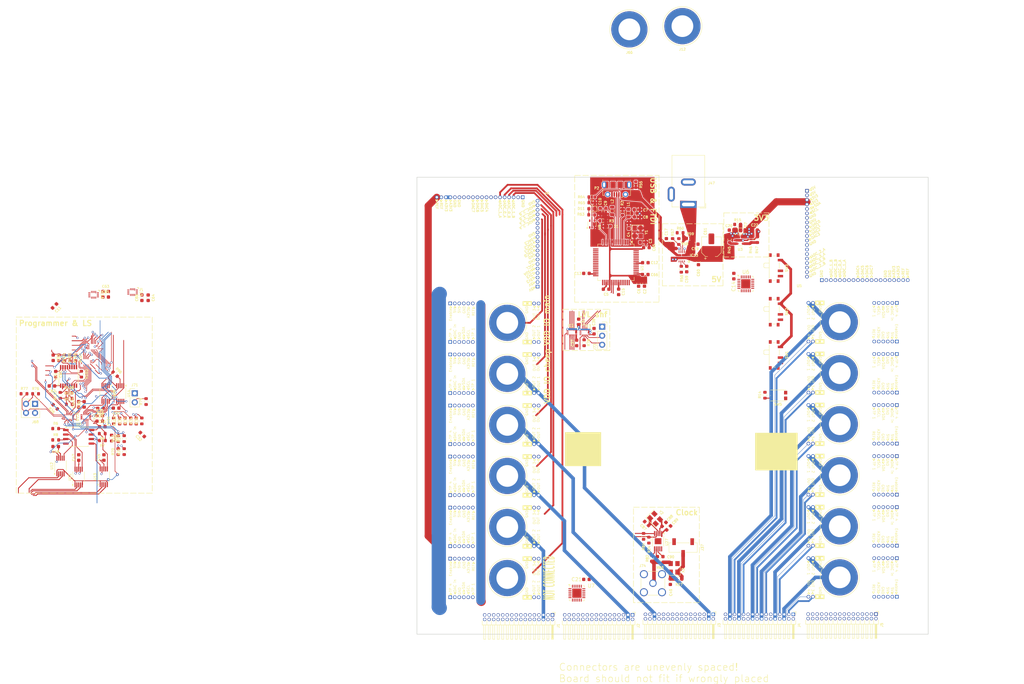
<source format=kicad_pcb>
(kicad_pcb (version 20240108) (generator "pcbnew") (generator_version "8.0")
  (layers (0 "F.Cu" signal) (1 "In1.Cu" signal) (2 "In2.Cu" signal) (31 "B.Cu" signal) (34 "B.Paste" user) (35 "F.Paste" user) (36 "B.SilkS" user "B.Silkscreen") (37 "F.SilkS" user "F.Silkscreen") (38 "B.Mask" user) (39 "F.Mask" user) (44 "Edge.Cuts" user))
  (net 0 "")
  (net 1 "/Programmer/VCORE")
  (net 2 "GND")
  (net 3 "/EP_A7")
  (net 4 "/EP_A6")
  (net 5 "/RX0")
  (net 6 "/USB_D-")
  (net 7 "/TX0")
  (net 8 "/LevelTransMeasCurrent/FLASH_SCK")
  (net 9 "/LevelTransMeasCurrent/FLASH_nWP")
  (net 10 "/LevelTransMeasCurrent/FLASH_nHLD_nRST")
  (net 11 "/USB_D+")
  (net 12 "/nRST_HEEP")
  (net 13 "Net-(U27-XB)")
  (net 14 "/nRST_HEEP_FTDI")
  (net 15 "/EP_TCK")
  (net 16 "/EP_TDI")
  (net 17 "/EP_TDO")
  (net 18 "/EP_TMS")
  (net 19 "/EP_A5")
  (net 20 "/EP_F_SCK")
  (net 21 "/EP_F_MOSI")
  (net 22 "/EP_F_MISO")
  (net 23 "Net-(U27-XA)")
  (net 24 "/VUSB")
  (net 26 "/EP_EEDATA")
  (net 27 "/EP_EECLK")
  (net 28 "/LevelTransMeasCurrent/FLASH_MISO")
  (net 29 "/LevelTransMeasCurrent/FLASH_MOSI")
  (net 30 "/CLK_HEEP")
  (net 31 "/TX0_LT")
  (net 32 "/RX0_LT")
  (net 33 "/GPIO22")
  (net 34 "/GPIO9")
  (net 35 "/GPIO8")
  (net 36 "/GPIO7")
  (net 37 "/GPIO6")
  (net 38 "/GPIO5")
  (net 39 "/GPIO4")
  (net 40 "/GPIO3")
  (net 41 "/GPIO2")
  (net 42 "/GPIO1")
  (net 43 "/GPIO0")
  (net 44 "/TDO_LT")
  (net 45 "/TDI_LT")
  (net 46 "/EP_TRST")
  (net 47 "/TMS_LT")
  (net 48 "/TCK_LT")
  (net 49 "/BYPASS_HEEP")
  (net 50 "/EXEC_FLASH_HEEP")
  (net 51 "/BOOT_SELECT_HEEP")
  (net 52 "/LevelTransMeasCurrent/FLASH_MISO_FTDI_VIO")
  (net 54 "/LevelTransMeasCurrent/FLASH_SCK_FTDI_VIO")
  (net 56 "/LevelTransMeasCurrent/FLASH_MOSI_FTDI_VIO")
  (net 58 "Net-(X2-OUT)")
  (net 59 "Net-(IC10-B1)")
  (net 60 "/TRST_LT")
  (net 61 "Net-(R64-Pad2)")
  (net 62 "Net-(D11-A)")
  (net 63 "/LevelTransMeasCurrent/FTDI_GPIO_3_VIO")
  (net 64 "/LevelTransMeasCurrent/FTDI_GPIO_4_VIO")
  (net 65 "/LevelTransMeasCurrent/FTDI_GPIO_5_VIO")
  (net 66 "/LevelTransMeasCurrent/FTDI_GPIO_6_VIO")
  (net 67 "/LevelTransMeasCurrent/DIR3")
  (net 68 "/LevelTransMeasCurrent/DIR4")
  (net 69 "Net-(IC2-~{OE})")
  (net 70 "/SCL")
  (net 71 "Net-(U27-CLK2)")
  (net 72 "/SDA")
  (net 73 "/Programmer/SPI_I2C_SEL")
  (net 74 "/Programmer/FLASH_SCK_SCL")
  (net 75 "/Programmer/FLASH_MOSI_SDA")
  (net 76 "/Programmer/FLASH_MISO_SDA")
  (net 79 "/LevelTransMeasCurrent/FTDI_GPIO_0_VIO")
  (net 80 "/LevelTransMeasCurrent/FTDI_GPIO_1_VIO")
  (net 81 "/LevelTransMeasCurrent/FTDI_GPIO_2_VIO")
  (net 82 "/LevelTransMeasCurrent/FTDI_GPIO_7_VIO")
  (net 83 "/EP_D0")
  (net 84 "/EP_D1")
  (net 85 "/EP_D2")
  (net 86 "/EP_D3")
  (net 87 "/LevelTransMeasCurrent/GPIO2_DIR")
  (net 88 "/LevelTransMeasCurrent/GPIO3_DIR")
  (net 89 "/LevelTransMeasCurrent/GPIO0_DIR")
  (net 90 "/LevelTransMeasCurrent/GPIO1_DIR")
  (net 91 "/LevelTransMeasCurrent/GPIO7_DIR")
  (net 92 "/LevelTransMeasCurrent/GPIO6_DIR")
  (net 93 "/LevelTransMeasCurrent/GPIO5_DIR")
  (net 94 "/LevelTransMeasCurrent/GPIO4_DIR")
  (net 95 "/EP_D4")
  (net 96 "/EP_D5")
  (net 97 "/EP_D6")
  (net 98 "/EP_D7")
  (net 99 "/LevelTransMeasCurrent/FTDI_GPIO_9_VIO")
  (net 100 "/LevelTransMeasCurrent/FTDI_GPIO_8_VIO")
  (net 101 "/Programmer/FTDI_ACTIVE")
  (net 102 "Net-(U24-~{INT})")
  (net 103 "Net-(U1-OSCI)")
  (net 104 "Net-(U1-OSCO)")
  (net 105 "Net-(U1-VPHY)")
  (net 106 "Net-(U1-VPLL)")
  (net 107 "Net-(U1-REF)")
  (net 108 "/EP_EECS")
  (net 109 "/Programmer/C7")
  (net 110 "/Programmer/C6")
  (net 111 "/Programmer/C5")
  (net 112 "/Programmer/C4")
  (net 113 "/Programmer/C3")
  (net 114 "/Programmer/C2")
  (net 116 "Net-(J37-Pin_2)")
  (net 117 "/VEXT")
  (net 118 "Net-(IC13-SS)")
  (net 119 "Net-(D7-K)")
  (net 120 "Net-(IC13-OV2)")
  (net 121 "Net-(IC13-OV1)")
  (net 122 "Net-(IC13-ILIM)")
  (net 123 "Net-(P2-Shield)")
  (net 125 "Net-(U3-EN)")
  (net 126 "Net-(U3-FB)")
  (net 127 "/chewing-gums/DAC_0")
  (net 128 "/REF_A")
  (net 130 "/A3V3_A")
  (net 131 "/chewing-gums/DAC_1")
  (net 133 "/chewing-gums/DAC_2")
  (net 135 "/chewing-gums/DAC_3")
  (net 137 "/chewing-gums/DAC_4")
  (net 139 "/chewing-gums/DAC_5")
  (net 140 "/A3V3_B")
  (net 142 "/chewing-gums/DAC_6")
  (net 143 "/chewing-gums/DAC_7")
  (net 171 "/LevelTransMeasCurrent/FLASH_BS_FTDI_VIO")
  (net 172 "/EP_F_BS")
  (net 173 "/LevelTransMeasCurrent/HEEP_BLOCK_SEL_VIO")
  (net 174 "/HEEP_BLOCK_SEL")
  (net 175 "/LevelTransMeasCurrent/FLASH_BS")
  (net 176 "/Programmer/SPI_BS")
  (net 179 "/REF_B")
  (net 180 "3V3")
  (net 181 "/VDD_IO")
  (net 182 "unconnected-(U4-IO14-Pad26)")
  (net 184 "unconnected-(U4-IO13-Pad25)")
  (net 185 "unconnected-(U4-IO12-Pad24)")
  (net 187 "unconnected-(U4-IO11-Pad23)")
  (net 207 "/IO-expander/VDD_IO_main")
  (net 210 "/EN_CG_1")
  (net 211 "/EN_CG_2")
  (net 212 "/EN_CG_3")
  (net 213 "/EN_CG_4")
  (net 214 "/EN_CG_5")
  (net 215 "/EN_CG_6")
  (net 216 "/EN_CG_7")
  (net 217 "/EN_CG_8")
  (net 218 "/EN_CG_9")
  (net 219 "/EN_CG_10")
  (net 220 "/EN_CG_11")
  (net 221 "/EN_CG_12")
  (net 222 "/GPIO_16")
  (net 223 "/GPIO_11")
  (net 224 "/GPIO_12")
  (net 225 "/GPIO_14")
  (net 226 "/GPIO_10")
  (net 227 "/GPIO_13")
  (net 228 "/GPIO_15")
  (net 229 "/GPIO_5")
  (net 230 "/GPIO_3")
  (net 231 "/GPIO_4")
  (net 232 "/GPIO_9")
  (net 233 "/GPIO_2")
  (net 234 "/GPIO_8")
  (net 235 "/GPIO_7")
  (net 236 "/GPIO_6")
  (net 237 "/GPIO_0")
  (net 238 "/GPIO_1")
  (net 239 "/Vout_diff_0")
  (net 240 "/Vout_A_1")
  (net 241 "/Vout_B_0")
  (net 242 "/Vout_B_1")
  (net 243 "/Vout_A_2")
  (net 244 "/Vout_diff_1")
  (net 245 "/Vout_diff_2")
  (net 246 "/Vout_A_3")
  (net 247 "/Vout_B_2")
  (net 248 "/Vout_A_4")
  (net 249 "/Vout_diff_3")
  (net 250 "/Vout_B_3")
  (net 251 "/Vout_B_4")
  (net 252 "/Vout_diff_4")
  (net 253 "/Vout_diff_5")
  (net 254 "/Vout_B_5")
  (net 255 "/Vout_B_6")
  (net 256 "/Vout_A_7")
  (net 257 "/Vout_diff_6")
  (net 258 "/Vout_B_7")
  (net 259 "/Vout_diff_7")
  (net 260 "/Vout_A_8")
  (net 261 "/Vout_diff_8")
  (net 262 "/Vout_A_9")
  (net 263 "/Vout_B_8")
  (net 264 "/Vout_A_10")
  (net 265 "/Vout_B_9")
  (net 266 "/Vout_diff_9")
  (net 267 "/Vout_A_11")
  (net 268 "/Vout_diff_10")
  (net 269 "/Vout_B_10")
  (net 270 "/Vout_A_12")
  (net 271 "/Vout_B_11")
  (net 272 "/Vout_diff_11")
  (net 273 "/CHEEP-CONNECTOR/JTAG_TD0")
  (net 274 "/CHEEP-CONNECTOR/JTAG_TCK")
  (net 275 "/CHEEP-CONNECTOR/Vout_5_B")
  (net 276 "/CHEEP-CONNECTOR/JTAG_TMS")
  (net 277 "/CHEEP-CONNECTOR/SPI_S_SCK")
  (net 278 "/CHEEP-CONNECTOR/UART_RX")
  (net 279 "/CHEEP-CONNECTOR/SPI_S_MOSI")
  (net 280 "/CHEEP-CONNECTOR/SPI_S_CS")
  (net 281 "/CHEEP-CONNECTOR/clk")
  (net 282 "/CHEEP-CONNECTOR/UART_TX")
  (net 283 "/CHEEP-CONNECTOR/SPI_S_MISO")
  (net 284 "/CHEEP-CONNECTOR/JTAG_TDI")
  (net 285 "/CHEEP-CONNECTOR/SPI_FLASH.SD1")
  (net 286 "/CHEEP-CONNECTOR/SPI_FLASH.CS0")
  (net 287 "/CHEEP-CONNECTOR/SPI_FLASH.SCK")
  (net 288 "/CHEEP-CONNECTOR/SPI_FLASH.SD2")
  (net 289 "/CHEEP-CONNECTOR/SPI_FLASH.SD0")
  (net 290 "/CHEEP-CONNECTOR/SPI_FLASH.SD3")
  (net 291 "5V")
  (net 292 "/CHEEP-CONNECTOR/SPI_FLASH.CS1")
  (net 293 "/CHEEP-CONNECTOR/EXEC_FLASH")
  (net 294 "/CHEEP-CONNECTOR/EXIT_VALID")
  (net 295 "/CHEEP-CONNECTOR/nRST")
  (net 296 "/CHEEP-CONNECTOR/EXIT_VALUE")
  (net 298 "/CHEEP-CONNECTOR/BOOT_SEL")
  (net 300 "/CHEEP-CONNECTOR/REF_B")
  (net 301 "/CHEEP-CONNECTOR/SCL")
  (net 303 "/CHEEP-CONNECTOR/SDA")
  (net 305 "/CHEEP-CONNECTOR/A3V3_B")
  (net 318 "VDD_IO_main")
  (net 319 "VDD_IO_cheep")
  (net 320 "/GPIO_19")
  (net 321 "/GPIO_22")
  (net 322 "/GPIO_17")
  (net 323 "/GPIO_18")
  (net 324 "/GPIO_21")
  (net 325 "/CHEEP-CONNECTOR/A3V3_A")
  (net 326 "/GPIO_20")
  (net 327 "/GPIO_24")
  (net 328 "/CHEEP-CONNECTOR/REF_A")
  (net 329 "/GPIO_25")
  (footprint "heep_footprints:chewing-gum" (layer "F.Cu") (at 176.399743 106.95 -90)
    (property "Reference" "CG10" (hide yes))
    (property "Value" "~" (hide yes))
  )
  (footprint "Capacitor_SMD:C_0603_1608Metric" (layer "F.Cu") (at -34.331114 105.386652 180)
    (property "Reference" "C48")
    (property "Value" "0.1u")
  )
  (footprint "Capacitor_SMD:C_0603_1608Metric" (layer "F.Cu") (at -10.127767 63.542183 90)
    (property "Reference" "C86")
    (property "Value" "0.1u")
  )
  (footprint "Connector_PinSocket_2.54mm:PinSocket_1x03_P2.54mm_Vertical_SMD_Pin1Left" (layer "F.Cu") (at 141.9 133.76 -90)
    (property "Reference" "J37")
    (property "Value" "Conn_01x03")
  )
  (footprint "heep_footprints:chewing-gum" (layer "F.Cu") (at 102.01 105.79 90)
    (property "Reference" "CG4" (hide yes))
    (property "Value" "~" (hide yes))
  )
  (footprint "Capacitor_SMD:C_0603_1608Metric" (layer "F.Cu") (at -20.298705 61.79076)
    (property "Reference" "C63")
    (property "Value" "0.1u")
  )
  (footprint "heep_footprints:TI-UQFN-16" (layer "F.Cu") (at -30.652077 97.079188 -90)
    (property "Reference" "IC10")
    (property "Value" "SN74AXC4T774RSVR")
  )
  (footprint "Resistor_SMD:R_0603_1608Metric" (layer "F.Cu") (at -15.097809 103.147438 90)
    (property "Reference" "R13")
    (property "Value" "100")
  )
  (footprint "heep_footprints:chewing-gum" (layer "F.Cu") (at 102.01 91.44 90)
    (property "Reference" "CG5" (hide yes))
    (property "Value" "~" (hide yes))
  )
  (footprint "Capacitor_SMD:C_0603_1608Metric" (layer "F.Cu") (at -8.36 63.545 -90)
    (property "Reference" "C64")
    (property "Value" "0.1u")
  )
  (footprint "Resistor_SMD:R_0603_1608Metric" (layer "F.Cu") (at 154.93375 47.19 90)
    (property "Reference" "R45")
    (property "Value" "10k")
  )
  (footprint "heep_footprints:TI-UQFN-16" (layer "F.Cu") (at 110.6525 73.289962 -90)
    (property "Reference" "IC2")
    (property "Value" "SN74AXC4T774RSVR")
  )
  (footprint "heep_footprints:TI-VQFN-HR-12" (layer "F.Cu") (at 141.52 52.02 180)
    (property "Reference" "IC13")
    (property "Value" "TPS2121RUXR")
  )
  (footprint "Package_SO:VSSOP-10_3x3mm_P0.5mm" (layer "F.Cu") (at -27.896442 113.942644 90)
    (property "Reference" "U11")
    (property "Value" "TS5A23159DGS")
  )
  (footprint "Capacitor_SMD:C_0603_1608Metric" (layer "F.Cu") (at 136.53 127.24 45)
    (property "Reference" "C88")
    (property "Value" "1p")
  )
  (footprint "Resistor_SMD:R_0603_1608Metric" (layer "F.Cu") (at -16.370602 98.197691 90)
    (property "Reference" "R102")
    (property "Value" "100")
  )
  (footprint "Resistor_SMD:R_0603_1608Metric" (layer "F.Cu") (at -16.794866 106.800865 90)
    (property "Reference" "R70")
    (property "Value" "100")
  )
  (footprint "Resistor_SMD:R_0603_1608Metric" (layer "F.Cu") (at -16.783102 103.159202 90)
    (property "Reference" "R12")
    (property "Value" "100")
  )
  (footprint "Resistor_SMD:R_0603_1608Metric" (layer "F.Cu") (at -33.411875 80.449311 -90)
    (property "Reference" "R104")
    (property "Value" "10k")
  )
  (footprint "heep_footprints:chewing-gum" (layer "F.Cu") (at 102.01 77.09 90)
    (property "Reference" "CG6" (hide yes))
    (property "Value" "~" (hide yes))
  )
  (footprint "heep_footprints:chewing-gum" (layer "F.Cu") (at 176.399743 121.3 -90)
    (property "Reference" "CG11" (hide yes))
    (property "Value" "~" (hide yes))
  )
  (footprint "Resistor_SMD:R_0603_1608Metric" (layer "F.Cu") (at -18.067658 98.174163 90)
    (property "Reference" "R101")
    (property "Value" "100")
  )
  (footprint "heep_footprints:chewing-gum" (layer "F.Cu") (at 176.399743 63.9 -90)
    (property "Reference" "CG7" (hide yes))
    (property "Value" "~" (hide yes))
  )
  (footprint "Connector_PinHeader_1.27mm:PinHeader_2x16_P1.27mm_Horizontal" (layer "F.Cu") (at 105.2 152.7 -90)
    (property "Reference" "J1")
    (property "Value" "Conn_02x16_Odd_Even")
  )
  (footprint "Capacitor_SMD:C_0603_1608Metric" (layer "F.Cu") (at 114.744999 56.694326 180)
    (property "Reference" "C13")
    (property "Value" "100n")
  )
  (footprint "Resistor_SMD:R_0603_1608Metric" (layer "F.Cu") (at 114.095 76.205 -90)
    (property "Reference" "R78")
    (property "Value" "10k")
  )
  (footprint "Capacitor_SMD:C_0603_1608Metric" (layer "F.Cu") (at -21.744613 94.638629 180)
    (property "Reference" "C46")
    (property "Value" "0.1u")
  )
  (footprint "heep_footprints:adc-dac" (layer "F.Cu") (at 102.21 34.17 180)
    (property "Reference" "U4")
    (property "Value" "~" (hide yes))
  )
  (footprint "Capacitor_SMD:C_0603_1608Metric" (layer "F.Cu") (at -27.896442 93.504441 90)
    (property "Reference" "C34")
    (property "Value" "0.1u")
  )
  (footprint "LED_SMD:LED_0603_1608Metric" (layer "F.Cu") (at 116.214999 38.531993 180)
    (property "Reference" "D11")
    (property "Value" "LED")
  )
  (footprint "Resistor_SMD:R_0603_1608Metric" (layer "F.Cu") (at -21.202456 103.689596 180)
    (property "Reference" "R7")
    (property "Value" "10k")
  )
  (footprint "Oscillator:Oscillator_SMD_SeikoEpson_SG8002CE-4Pin_3.2x2.5mm" (layer "F.Cu") (at 139.359999 139.46 90)
    (property "Reference" "X2")
    (property "Value" "OK322532.768KJBA4SL")
  )
  (footprint "Capacitor_SMD:C_0603_1608Metric" (layer "F.Cu") (at 130.614999 47.981993 180)
    (property "Reference" "C3")
    (property "Value" "30p")
  )
  (footprint "Connector_USB:USB_Micro-B_Molex-105017-0001" (layer "F.Cu") (at 123.214999 33.031993 180)
    (property "Reference" "P2")
    (property "Value" "USB Micro")
  )
  (footprint "Capacitor_SMD:C_0603_1608Metric" (layer "F.Cu") (at 112 76.25 -90)
    (property "Reference" "C37")
    (property "Value" "0.1u")
  )
  (footprint "Resistor_SMD:R_0603_1608Metric" (layer "F.Cu") (at 132.28 131.67 90)
    (property "Reference" "R24")
    (property "Value" "10k")
  )
  (footprint "Connector_PinHeader_2.54mm:PinHeader_1x02_P2.54mm_Vertical" (layer "F.Cu") (at -12.127961 90.401573)
    (property "Reference" "J71")
    (property "Value" "Conn_02x01")
  )
  (footprint "Capacitor_SMD:C_0603_1608Metric" (layer "F.Cu") (at 128.964999 38.781993)
    (property "Reference" "C7")
    (property "Value" "100n")
  )
  (footprint "Connector_PinHeader_1.27mm:PinHeader_2x16_P1.27mm_Horizontal" (layer "F.Cu") (at 196.065 152.465 -90)
    (property "Reference" "J5")
    (property "Value" "Conn_02x16_Odd_Even")
  )
  (footprint "Resistor_SMD:R_0603_1608Metric" (layer "F.Cu") (at -27.118625 85.021976 -90)
    (property "Reference" "R103")
    (property "Value" "10k")
  )
  (footprint "Inductor_SMD:L_0805_2012Metric" (layer "F.Cu") (at 121.964999 39.131993 -90)
    (property "Reference" "L2")
    (property "Value" "600n")
  )
  (footprint "Capacitor_SMD:C_0603_1608Metric" (layer "F.Cu") (at 146.2 53.48 -90)
    (property "Reference" "C60")
    (property "Value" "1u")
  )
  (footprint "Connector_BarrelJack:BarrelJack_GCT_DCJ200-10-A_Horizontal" (layer "F.Cu") (at 143.37 37.32 180)
    (property "Reference" "J47")
    (property "Value" "Barrel Jack")
  )
  (footprint "heep_footprints:TI-UQFN-16" (layer "F.Cu") (at -12.746144 61.952234 -90)
    (property "Reference" "IC15")
    (property "Value" "SN74AXC4T774RSVR")
  )
  (footprint "Capacitor_SMD:C_0603_1608Metric" (layer "F.Cu") (at -34.67 65.85 -135)
    (property "Reference" "C11")
    (property "Value" "100n")
  )
  (footprint "Resistor_SMD:R_0603_1608Metric" (layer "F.Cu") (at 140.709999 142.61)
    (property "Reference" "R27")
    (property "Value" "10k")
  )
  (footprint "Connector_Coaxial:SMA_Amphenol_901-144_Vertical" (layer "F.Cu") (at 133.42 143.79 180)
    (property "Reference" "J74")
    (property "Value" "Conn_Boaxial")
  )
  (footprint "Connector_PinSocket_2.54mm:PinSocket_2x02_P2.54mm_Vertical" (layer "F.Cu") (at -40.134974 93.371421)
    (property "Reference" "J68")
    (property "Value" "Conn_02x02_Odd_Even")
  )
  (footprint "Connector:Banana_Jack_1Pin" (layer "F.Cu") (at 141.7 -12.8 180)
    (property "Reference" "J12")
    (property "Value" "Conn_01x01_Socket")
  )
  (footprint "Capacitor_SMD:C_0603_1608Metric" (layer "F.Cu") (at -26.340807 93.510075 90)
    (property "Reference" "C36")
    (property "Value" "0.1u")
  )
  (footprint "Package_TO_SOT_SMD:SOT-353_SC-70-5" (layer "F.Cu") (at 116.314999 42.831993 90)
    (property "Reference" "U9")
    (property "Value" "74AHCT1G08")
  )
  (footprint "Package_SO:SOIC-8_5.23x5.23mm_P1.27mm" (layer "F.Cu") (at -27.896442 102.628935)
    (property "Reference" "U2")
    (property "Value" "W25Q128JWSIQ")
  )
  (footprint "Resistor_SMD:R_0603_1608Metric" (layer "F.Cu") (at 143.68 46.86 180)
    (property "Reference" "R59")
    (property "Value" "23.7k")
  )
  (footprint "Capacitor_SMD:C_0603_1608Metric" (layer "F.Cu") (at -21.956745 96.689238)
    (property "Reference" "C33")
    (property "Value" "0.1u")
  )
  (footprint "Resistor_SMD:R_0603_1608Metric" (layer "F.Cu") (at -18.633343 102.982489 -90)
    (property "Reference" "R25")
    (property "Value" "10k")
  )
  (footprint "Package_QFP:LQFP-64_10x10mm_P0.5mm" (layer "F.Cu") (at 123.025 53.595 -90)
    (property "Reference" "U1")
    (property "Value" "FT4232HL")
  )
  (footprint "Resistor_SMD:R_0603_1608Metric" (layer "F.Cu") (at -14.814967 98.174163 90)
    (property "Reference" "R72")
    (property "Value" "100")
  )
  (footprint "heep_footprints:TI-UQFN-16" (layer "F.Cu") (at -25.882229 97.02061 -90)
    (property "Reference" "IC4")
    (property "Value" "SN74AXC4T774RSVR")
  )
  (footprint "Capacitor_SMD:C_0603_1608Metric" (layer "F.Cu") (at 129.014999 40.831993)
    (property "Reference" "C8")
    (property "Value" "4.7u")
  )
  (footprint "Package_SO:VSSOP-10_3x3mm_P0.5mm" (layer "F.Cu") (at -20.320349 90.45873 -90)
    (property "Reference" "U28")
    (property "Value" "TS5A23159DGS")
  )
  (footprint "Resistor_SMD:R_0603_1608Metric" (layer "F.Cu") (at 133.109999 136.81 90)
    (property "Reference" "R82")
    (property "Value" "25")
  )
  (footprint "Resistor_SMD:R_0603_1608Metric" (layer "F.Cu") (at -34.342941 100.330838)
    (property "Reference" "R6")
    (property "Value" "10k")
  )
  (footprint "Capacitor_SMD:C_0603_1608Metric" (layer "F.Cu") (at 137.82 128.25 -135)
    (property "Reference" "C89")
    (property "Value" "0.1u")
  )
  (footprint "Capacitor_SMD:C_0603_1608Metric" (layer "F.Cu") (at 131.574999 49.444326)
    (property "Reference" "C65")
    (property "Value" "100n")
  )
  (footprint "Capacitor_SMD:C_0603_1608Metric" (layer "F.Cu") (at -20.790019 108.462566 90)
    (property "Reference" "C45")
    (property "Value" "0.1u")
  )
  (footprint "heep_footprints:chewing-gum" (layer "F.Cu") (at 102.01 134.49 90)
    (property "Reference" "CG2" (hide yes))
    (property "Value" "~" (hide yes))
  )
  (footprint "Capacitor_SMD:C_0603_1608Metric" (layer "F.Cu") (at 156.14 57.46 90)
    (property "Reference" "C14")
    (property "Value" "0.1u")
  )
  (footprint "Resistor_SMD:R_0603_1608Metric" (layer "F.Cu") (at 116.264999 35.231993 180)
    (property "Reference" "R64")
    (property "Value" "4k7")
  )
  (footprint "Capacitor_SMD:C_0603_1608Metric" (layer "F.Cu") (at 118.614999 39.181993 -90)
    (property "Reference" "C10")
    (property "Value" "100n")
  )
  (footprint "Capacitor_SMD:C_0603_1608Metric" (layer "F.Cu") (at -20.298705 63.346395)
    (property "Reference" "C85")
    (property "Value" "0.1u")
  )
  (footprint "Resistor_SMD:R_0603_1608Metric" (layer "F.Cu") (at -11.703697 98.197691 90)
    (property "Reference" "R74")
    (property "Value" "100")
  )
  (footprint "Capacitor_SMD:C_0603_1608Metric" (layer "F.Cu") (at 135.459999 136.31)
    (property "Reference" "C90")
    (property "Value" "0.1u")
  )
  (footprint "Resistor_SMD:R_0603_1608Metric" (layer "F.Cu") (at 135.459999 137.91)
    (property "Reference" "R83")
    (property "Value" "25")
  )
  (footprint "Capacitor_SMD:C_0603_1608Metric" (layer "F.Cu") (at 116.875 72.945 90)
    (property "Reference" "C38")
    (property "Value" "0.1u")
  )
  (footprint "Connector_PinHeader_1.27mm:PinHeader_2x16_P1.27mm_Horizontal" (layer "F.Cu") (at 172.855 152.535 -90)
    (property "Reference" "J4")
    (property "Value" "Conn_02x16_Odd_Even")
  )
  (footprint "Connector_PinHeader_1.27mm:PinHeader_2x16_P1.27mm_Horizontal" (layer "F.Cu") (at 127.69 152.68 -90)
    (property "Reference" "J2")
    (property "Value" "Conn_02x16_Odd_Even")
  )
  (footprint "Package_SO:MSOP-10-1EP_3x3mm_P0.5mm_EP1.68x1.88mm" (layer "F.Cu") (at 134.86 131.98 -90)
    (property "Reference" "U27")
    (property "Value" "SI5351A-B-GTR")
  )
  (footprint "Button_Switch_SMD:SW_SPDT_PCM12" (layer "F.Cu") (at 167.805 79.62 -90)
    (property "Reference" "SW1")
    (property "Value" "SW_SPDT")
  )
  (footprint "heep_footprints:chewing-gum" (layer "F.Cu") (at 176.399743 92.6 -90)
    (property "Reference" "CG9" (hide yes))
    (property "Value" "~" (hide yes))
  )
  (footprint "Capacitor_SMD:C_0603_1608Metric" (layer "F.Cu") (at 129.394999 59.534326 -90)
    (property "Reference" "C6")
    (property "Value" "3.3u")
  )
  (footprint "Resistor_SMD:R_0603_1608Metric" (layer "F.Cu") (at -21.261466 101.745052 180)
    (property "Reference" "R9")
    (property "Value" "10k")
  )
  (footprint "Package_DFN_QFN:WQFN-24-1EP_4x4mm_P0.5mm_EP2.6x2.6mm" (layer "F.Cu") (at 159.5 59.64)
    (property "Reference" "U6")
    (property "Value" "~")
  )
  (footprint "Capacitor_SMD:C_0603_1608Metric" (layer "F.Cu") (at 120.214999 39.181993 -90)
    (property "Reference" "C9")
    (property "Value" "4.7u")
  )
  (footprint "Capacitor_SMD:C_0603_1608Metric" (layer "F.Cu") (at -34.331114 85.021976 -90)
    (property "Reference" "C81")
    (property "Value" "0.1u")
  )
  (footprint "Button_Switch_SMD:SW_SPDT_PCM12" (layer "F.Cu") (at 167.805 55.22 -90)
    (property "Reference" "SW3")
    (property "Value" "SW_SPDT")
  )
  (footprint "Capacitor_SMD:C_0603_1608Metric" (layer "F.Cu") (at 120.714999 43.431993 180)
    (property "Reference" "C1")
    (property "Value" "100n")
  )
  (footprint "Resistor_SMD:R_0603_1608Metric" (layer "F.Cu") (at 116.214999 40.231993)
    (property "Reference" "R63")
    (property "Value" "1k")
  )
  (footprint "Resistor_SMD:R_0603_1608Metric" (layer "F.Cu") (at 130.79 130.62 90)
    (property "Reference" "R84")
    (property "Value" "10k")
  )
  (footprint "Crystal:Crystal_SMD_3225-4Pin_3.2x2.5mm" (layer "F.Cu") (at 129.114999 45.081993 -90)
    (property "Reference" "Y1")
    (property "Value" "Crystal_GND24")
  )
  (footprint "Resistor_SMD:R_0603_1608Metric" (layer "F.Cu") (at -34.342941 103.512819)
    (property "Reference" "R8")
    (property "Value" "10k")
  )
  (footprint "Resistor_SMD:R_0603_1608Metric" (layer "F.Cu") (at -17.643394 85.021976 -45)
    (property "Reference" "R96")
    (property "Value" "10k")
  )
  (footprint "Resistor_SMD:R_0603_1608Metric" (layer "F.Cu") (at -33.058322 90.985202 90)
    (property "Reference" "R111")
    (property "Value" "10k")
  )
  (footprint "Capacitor_SMD:C_0603_1608Metric" (layer "F.Cu") (at -21.252456 99.800508)
    (property "Reference" "C16")
    (property "Value" "100n")
  )
  (footprint "Resistor_SMD:R_0603_1608Metric" (layer "F.Cu") (at -34.472535 94.214365 135)
    (property "Reference" "R26")
    (property "Value" "10k")
  )
  (footprint "heep_footprints:TI-UQFN-16" (layer "F.Cu") (at 114.265 73.325 -90)
    (property "Reference" "IC3")
    (property "Value" "SN74AXC4T774RSVR")
  )
  (footprint "Package_SO:VSSOP-10_3x3mm_P0.5mm" (layer "F.Cu") (at -20.825374 113.863964 90)
    (property "Reference" "U13")
    (property "Value" "TS5A23159DGS")
  )
  (footprint "Resistor_SMD:R_0603_1608Metric" (layer "F.Cu") (at 128.614999 31.749326 -90)
    (property "Reference" "R55")
    (property "Value" "51k")
  )
  (footprint "Crystal:Crystal_SMD_3225-4Pin_3.2x2.5mm" (layer "F.Cu") (at 134.009999 125.66 -45)
    (property "Reference" "Y2")
    (property "Value" "NX3225GA-25.000M-STD-CRG-2")
  )
  (footprint "Capacitor_SMD:C_0603_1608Metric" (layer "F.Cu") (at -35.391774 88.345378 180)
    (property "Reference" "C82")
    (property "Value" "100n")
  )
  (footprint "Resistor_SMD:R_0603_1608Metric" (layer "F.Cu") (at -30.512737 93.507258)
    (property "Reference" "R110")
    (property "Value" "10k")
  )
  (footprint "Capacitor_SMD:C_0603_1608Metric" (layer "F.Cu") (at 131.284999 53.694326)
    (property "Reference" "C12")
    (property "Value" "100n")
  )
  (footprint "Capacitor_SMD:C_0603_1608Metric" (layer "F.Cu") (at 114.745 142.72 180)
    (property "Reference" "C21")
    (property "Value" "0.1u")
  )
  (footprint "Resistor_SMD:R_0603_1608Metric" (layer "F.Cu") (at -39.987968 90.537409)
    (property "Reference" "R76")
    (property "Value" "10k")
  )
  (footprint "Capacitor_SMD:C_0603_1608Metric" (layer "F.Cu") (at -10.006641 101.992539 135)
    (property "Reference" "C32")
    (property "Value" "0.1u")
  )
  (footprint "Capacitor_SMD:C_0603_1608Metric" (layer "F.Cu") (at -35.038221 80.422965 -90)
    (property "Reference" "C83")
    (property "Value" "100n")
  )
  (footprint "Connector_PinSocket_2.54mm:PinSocket_1x03_P2.54mm_Vertical" (layer "F.Cu") (at 119.165 71.68)
    (property "Reference" "J73")
    (property "Value" "Conn_01x03")
  )
  (footprint "Resistor_SMD:R_0603_1608Metric" (layer "F.Cu") (at -30.300605 80.449311 -90)
    (property "Reference" "R106")
    (property "Value" "10k")
  )
  (footprint "Capacitor_SMD:C_0603_1608Metric" (layer "F.Cu") (at 161.98375 44.565)
    (property "Reference" "C22")
    (property "Value" "22u")
  )
  (footprint "Resistor_SMD:R_0603_1608Metric" (layer "F.Cu") (at -10.148062 98.174163 90)
    (property "Reference" "R75")
    (property "Value" "100")
  )
  (footprint "Capacitor_SMD:C_0603_1608Metric" (layer "F.Cu") (at -21.956745 98.244873)
    (property "Reference" "C35")
    (property "Value" "0.1u")
  )
  (footprint "Capacitor_SMD:C_0603_1608Metric" (layer "F.Cu") (at 123.784999 61.894326 -90)
    (property "Reference" "C15")
    (property "Value" "100n")
  )
  (footprint "heep_footprints:chewing-gum" (layer "F.Cu") (at 176.399743 135.65 -90)
    (property "Reference" "CG12" (hide yes))
    (property "Value" "~" (hide yes))
  )
  (footprint "Capacitor_SMD:C_0603_1608Metric" (layer "F.Cu") (at 126.664999 43.331993 -90)
    (property "Reference" "C4")
    (property "Value" "30p")
  )
  (footprint "Resistor_SMD:R_0603_1608Metric" (layer "F.Cu") (at -30.55992 91.880912)
    (property "Reference" "R109")
    (property "Value" "10k")
  )
  (footprint "Capacitor_SMD:C_0603_1608Metric" (layer "F.Cu") (at 142.91 55.48 -90)
    (property "Reference" "C59")
    (property "Value" "100n")
  )
  (footprint "Resistor_SMD:R_0603_1608Metric" (layer "F.Cu") (at 138.945 47.745 -90)
    (property "Reference" "R57")
    (property "Value" "23.7k")
  )
  (footprint "Capacitor_SMD:CP_Elec_5x4.5" (layer "F.Cu") (at 149.84 49.19 90)
    (property "Reference" "C61")
    (property "Value" "100u")
  )
  (footprint "Button_Switch_SMD:SW_SPDT_PCM12" (layer "F.Cu") (at 167.805 67.47 -90)
    (property "Reference" "SW2")
    (property "Value" "SW_SPDT")
  )
  (footprint "Resistor_SMD:R_0603_1608Metric" (layer "F.Cu") (at 157.20125 42.94 180)
    (property "Reference" "R15")
    (property "Value" "1k")
  )
  (footprint "Resistor_SMD:R_0603_1608Metric" (layer "F.Cu") (at 140.695 47.745 -90)
    (property "Reference" "R58")
    (property "Value" "5k1")
  )
  (footprint "Resistor_SMD:R_0603_1608Metric" (layer "F.Cu") (at 164.882382 90.94 90)
    (property "Reference" "R14")
    (property "Value" "1k")
  )
  (footprint "Resistor_SMD:R_0603_1608Metric" (layer "F.Cu") (at 141.06 45.28)
    (property "Reference" "R60")
    (property "Value" "5k1")
  )
  (footprint "Resistor_SMD:R_0603_1608Metric" (layer "F.Cu") (at 116.264999 36.831993)
    (property "Reference" "R65")
    (property "Value" "10k")
  )
  (footprint "Resistor_SMD:R_0603_1608Metric" (layer "F.Cu") (at 161.00875 47.2 90)
    (property "Reference" "R46")
    (property "Value" "100k")
  )
  (footprint "Resistor_SMD:R_0603_1608Metric" (layer "F.Cu") (at 119.364999 41.881993)
    (property "Reference" "R3")
    (property "Value" "10k")
  )
  (footprint "Capacitor_SMD:C_0603_1608Metric" (layer "F.Cu") (at 112.565 70.335 90)
    (property "Reference" "C31")
    (property "Value" "0.1u")
  )
  (footprint "heep_footprints:adc-dac" (layer "F.Cu") (at 175.4875 59.725)
    (property "Reference" "U5")
    (property "Value" "~" (hide yes))
  )
  (footprint "Resistor_SMD:R_0603_1608Metric" (layer "F.Cu") (at -15.097809 106.800865 90)
    (property "Reference" "R71")
    (property "Value" "100")
  )
  (footprint "Package_SO:SSOP-16_3.9x4.9mm_P0.635mm" (layer "F.Cu") (at -30.724869 85.658373 90)
    (property "Reference" "U24")
    (property "Value" "TCA9554ADBQR")
  )
  (footprint "Package_TO_SOT_SMD:SOT-23-5" (layer "F.Cu") (at 157.90875 47.39)
    (property "Reference" "U3")
    (property "Value" "TLV75801PDBV")
  )
  (footprint "Resistor_SMD:R_0603_1608Metric" (layer "F.Cu") (at -43.240659 90.537409 180)
    (property "Reference" "R77")
    (property "Value" "10k")
  )
  (footprint "Capacitor_SMD:C_0603_1608Metric" (layer "F.Cu") (at 155.63375 44.54 180)
    (property "Reference" "C20")
    (property "Value" "10u")
  )
  (footprint "Connector:Banana_Jack_1Pin" (layer "F.Cu") (at 126.8 -11.9 180)
    (property "Reference" "J66")
    (property "Value" "Conn_01x01_Socket")
  )
  (footprint "Capacitor_SMD:C_0603_1608Metric" (layer "F.Cu") (at -27.861087 108.462566 90)
    (property "Reference" "C47")
    (property "Value" "0.1u")
  )
  (footprint "Package_SO:VSSOP-10_3x3mm_P0.5mm" (layer "F.Cu") (at -16.239231 90.474668 -90)
    (property "Reference" "U14")
    (property "Value" "TS5A23159DGS")
  )
  (footprint "Resistor_SMD:R_0603_1608Metric" (layer "F.Cu") (at 124.864999 39.481993 -90)
    (property "Reference" "R2")
    (property "Value" "12k 1%")
  )
  (footprint "Capacitor_SMD:C_0603_1608Metric" (layer "F.Cu") (at 131.65 127.01 135)
    (property "Reference" "C87")
    (property "Value" "1p")
  )
  (footprint "LED_SMD:LED_0603_1608Metric" (layer "F.Cu") (at 158.83125 44.67)
    (property "Reference" "D7")
    (property "Value" "LED")
  )
  (footprint "Inductor_SMD:L_0805_2012Metric" (layer "F.Cu") (at 126.514999 39.769493 -90)
    (property "Reference" "L1")
    (property "Value" "600n")
  )
  (footprint "Capacitor_SMD:C_0603_1608Metric" (layer "F.Cu") (at 138.309999 143.36 -90)
    (property "Reference" "C49")
    (property "Value" "0.1u")
  )
  (footprint "Capacitor_SMD:C_0603_1608Metric" (layer "F.Cu") (at 120.264999 61.144326 180)
    (property "Reference" "C5")
    (property "Value" "100n")
  )
  (footprint "Resistor_SMD:R_0603_1608Metric" (layer "F.Cu") (at -8.94598 92.72944 90)
    (property "Reference" "R79")
    (property "Value" "10k")
  )
  (footprint "heep_footprints:chewing-gum" (layer "F.Cu") (at 176.399743 78.25 -90)
    (property "Reference" "CG8" (hide yes))
    (property "Value" "~" (hide yes))
  )
  (footprint "Resistor_SMD:R_0603_1608Metric" (layer "F.Cu") (at 162.75875 47.2 90)
    (property "Reference" "R47")
    (property "Value" "20k")
  )
  (footprint "Capacitor_SMD:C_0603_1608Metric" (layer "F.Cu") (at 137.195 47.695 90)
    (property "Reference" "C17")
    (property "Value" "1u")
  )
  (footprint "Resistor_SMD:R_0603_1608Metric" (layer "F.Cu") (at -31.85624 80.449311 -90)
    (property "Reference" "R105")
    (property "Value" "10k")
  )
  (footprint "Package_SO:VSSOP-10_3x3mm_P0.5mm" (layer "F.Cu") (at -32.987611 110.831374 90)
    (property "Reference" "U12")
    (property "Value" "TS5A23159DGS")
  )
  (footprint "Capacitor_SMD:C_0603_1608Metric" (layer "F.Cu") (at -17.363368 94.567918 180)
    (property "Reference" "C50")
    (property "Value" "0.1u")
  )
  (footprint "Connector_PinHeader_1.27mm:PinHeader_2x16_P1.27mm_Horizontal" (layer "F.Cu") (at 150.365 152.535 -90)
    (property "Reference" "J3")
    (property "Value" "Conn_02x16_Odd_Even")
  )
  (footprint "heep_footprints:chewing-gum" (layer "F.Cu") (at 102.01 148.84 90)
    (property "Reference" "CG1" (hide yes))
    (property "Value" "~" (hide yes))
  )
  (footprint "Resistor_SMD:R_0603_1608Metric" (layer "F.Cu") (at -28.74497 80.449311 -90)
    (property "Reference" "R107")
    (property "Value" "10k")
  )
  (footprint "Capacitor_SMD:C_0603_1608Metric" (layer "F.Cu") (at 145.3 48.49 180)
    (property "Reference" "C19")
    (property "Value" "1u")
  )
  (footprint "heep_footprints:TI-UQFN-16" (layer "F.Cu") (at -23.69 62.709999 -90)
    (property "Reference" "IC16")
    (property "Value" "SN74AXC4T774RSVR")
  )
  (footprint "Package_DFN_QFN:WQFN-24-1EP_4x4mm_P0.5mm_EP2.6x2.6mm" (layer "F.Cu") (at 112.055 146.59)
    (property "Reference" "U7")
    (property "Value" "~")
  )
  (footprint "Resistor_SMD:R_0603_1608Metric" (layer "F.Cu") (at -13.259332 98.174163 90)
    (property "Reference" "R73")
    (property "Value" "100")
  )
  (footprint "Button_Switch_SMD:SW_Push_1P1T_NO_CK_KMR2" (layer "F.Cu") (at 168.65 91.02 180)
    (property "Reference" "SW5")
    (property "Value" "SW_Push")
  )
  (footprint "Resistor_SMD:R_0603_1608Metric" (layer "F.Cu") (at 141.38 55.53 -90)
    (property "Reference" "R56")
    (property "Value" "59k")
  )
  (footprint "Capacitor_SMD:C_0603_1608Metric" (layer "F.Cu") (at 131.254999 57.014326)
    (property "Reference" "C66")
    (property "Value" "100n")
  )
  (footprint "Resistor_SMD:R_0603_1608Metric" (layer "F.Cu") (at -30.55992 90.255025)
    (property "Reference" "R108")
    (property "Value" "10k")
  )
  (footprint "heep_footprints:chewing-gum" (layer "F.Cu") (at 102.01 120.14 90)
    (property "Reference" "CG3" (hide yes))
    (property "Value" "~" (hide yes))
  )
  (footprint "Capacitor_SMD:C_0603_1608Metric" (layer "F.Cu") (at 131.044999 59.524326 -90)
    (property "Reference" "C2")
    (property "Value" "100n")
  )
  (gr_rect (start -45.417405 68.983708) (end -7.217405 118.483708) (stroke (width 0.15) (type dash)) (fill none) (layer "F.SilkS"))
  (gr_rect (start 162.2 101.6) (end 174 112) (stroke (width 0.15)) (fill solid) (layer "F.SilkS"))
  (gr_rect (start 127.96 122.4325) (end 146.46 149.2325) (stroke (width 0.15) (type dash)) (fill none) (layer "F.SilkS"))
  (gr_rect (start 136.095 42.745) (end 153.095 60.195) (stroke (width 0.15) (type dash)) (fill none) (layer "F.SilkS"))
  (gr_rect (start 108.8 101.4) (end 118.8 110.8) (stroke (width 0.15)) (fill solid) (layer "F.SilkS"))
  (gr_rect (start 153.33375 39.69) (end 166.00875 52.09) (stroke (width 0.15) (type dash)) (fill none) (layer "F.SilkS"))
  (gr_rect (start 108.125 66.8) (end 121.295 78.39) (stroke (width 0.15) (type dash)) (fill none) (layer "F.SilkS"))
  (gr_rect (start 111.45 29.17) (end 135.125 64.795) (stroke (width 0.15) (type dash)) (fill none) (layer "F.SilkS"))
  (gr_rect (start 67.125 29.685) (end 210.74 158.12) (stroke (width 0.15)) (fill none) (layer "Edge.Cuts"))
  (gr_text "LVL shf" (at 112.125 69.125 0) (layer "F.SilkS") (effects (font (size 1.5 1.5) (thickness 0.3) (bold yes)) (justify left bottom)))
  (gr_text "NOT CONNECTED" (at 106.06 148.66 90) (layer "F.SilkS") (effects (font (size 3 1) (thickness 0.25)) (justify left bottom)))
  (gr_text "VDD IO main" (at 104.5 77.2 90) (layer "F.SilkS") (effects (font (size 1.5 1.5) (thickness 0.3) (bold yes)) (justify left bottom)))
  (gr_text "Clock" (at 139.66 124.7825 0) (layer "F.SilkS") (effects (font (size 1.5 1.5) (thickness 0.3) (bold yes)) (justify left bottom)))
  (gr_text "Connectors are unevenly spaced!\nBoard should not fit if wrongly placed" (at 106.9 171.75 0) (layer "F.SilkS") (effects (font (size 2 2)) (justify left bottom)))
  (gr_text "VDD IO cheep" (at 104.6 93.5 90) (layer "F.SilkS") (effects (font (size 1.5 1.5) (thickness 0.3) (bold yes)) (justify left bottom)))
  (gr_text "USB & FTDI" (at 132.625 29.545 -90) (layer "F.SilkS") (effects (font (size 1.5 1.5) (thickness 0.3) (bold yes)) (justify left bottom)))
  (gr_text "Programmer & LS" (at -44.817405 71.583708 0) (layer "F.SilkS") (effects (font (size 1.5 1.5) (thickness 0.3) (bold yes)) (justify left bottom)))
  (gr_text "5V" (at 149.695 59.27 0) (layer "F.SilkS") (effects (font (size 1.5 1.5) (thickness 0.3) (bold yes)) (justify left bottom)))
  (gr_text "3V3" (at 161.58375 41.99 0) (layer "F.SilkS") (effects (font (size 1.5 1.5) (thickness 0.3) (bold yes)) (justify left bottom)))
  (segment (start 102 37.5) (end 104.8 40.3) (width 0.5) (layer "F.Cu") (net 0))
  (segment (start 103.9 93.3) (end 100.6 96.6) (width 0.5) (layer "F.Cu") (net 0))
  (segment (start 104.8 43.3) (end 104.8 106.9) (width 0.5) (layer "F.Cu") (net 0))
  (segment (start 104.8 106.9) (end 100.8 110.9) (width 0.5) (layer "F.Cu") (net 0))
  (segment (start 104.8 40.3) (end 104.8 43.3) (width 0.5) (layer "F.Cu") (net 0))
  (segment (start 103.1 45.4) (end 103.1 80) (width 0.5) (layer "F.Cu") (net 0))
  (segment (start 103.9 44.3) (end 103.9 93.3) (width 0.5) (layer "F.Cu") (net 0))
  (segment (start 103.1 45.4) (end 103.1 45.9) (width 0.5) (layer "F.Cu") (net 0))
  (segment (start 103.9 44.3) (end 103.9 44.6) (width 0.5) (layer "F.Cu") (net 0))
  (segment (start 102.4 40) (end 103.1 40.7) (width 0.5) (layer "F.Cu") (net 0))
  (segment (start 103.9 40.4) (end 103.9 44.3) (width 0.5) (layer "F.Cu") (net 0))
  (segment (start 103.1 80) (end 100.8 82.3) (width 0.5) (layer "F.Cu") (net 0))
  (segment (start 102.1 38.6) (end 103.9 40.4) (width 0.5) (layer "F.Cu") (net 0))
  (segment (start 103.1 40.7) (end 103.1 45.4) (width 0.5) (layer "F.Cu") (net 0))
  (segment (start 121.275 47.92) (end 121.275 43.646992) (width 0.25) (layer "F.Cu") (net 1))
  (segment (start 121.275 47.92) (end 121.275 48.864325) (width 0.25) (layer "F.Cu") (net 1))
  (segment (start 128.7 49.845) (end 130.399325 49.845) (width 0.4) (layer "F.Cu") (net 1))
  (segment (start 121.765673 57.345) (end 121.275 56.854327) (width 0.4) (layer "F.Cu") (net 1))
  (segment (start 128.7 57.345) (end 121.765673 57.345) (width 0.4) (layer "F.Cu") (net 1))
  (segment (start 121.275 49.364327) (end 121.275 48.654618) (width 0.4) (layer "F.Cu") (net 1))
  (segment (start 130.399325 49.845) (end 130.799999 49.444326) (width 0.4) (layer "F.Cu") (net 1))
  (segment (start 121.275 60.869325) (end 121.149999 60.994326) (width 0.4) (layer "F.Cu") (net 1))
  (segment (start 121.764325 57.345) (end 121.275 57.834325) (width 0.4) (layer "F.Cu") (net 1))
  (segment (start 121.275 50.684326) (end 121.275 56.364326) (width 0.4) (layer "F.Cu") (net 1))
  (segment (start 121.755673 49.845) (end 121.275 49.364327) (width 0.4) (layer "F.Cu") (net 1))
  (segment (start 128.7 49.845) (end 121.755673 49.845) (width 0.4) (layer "F.Cu") (net 1))
  (segment (start 121.275 48.654618) (end 121.275 50.684326) (width 0.4) (layer "F.Cu") (net 1))
  (segment (start 121.275 59.27) (end 121.275 60.869325) (width 0.4) (layer "F.Cu") (net 1))
  (segment (start 121.744325 49.845) (end 121.275 50.314325) (width 0.4) (layer "F.Cu") (net 1))
  (segment (start 121.275 56.364326) (end 121.275 59.27) (width 0.4) (layer "F.Cu") (net 1))
  (segment (start 121.275 43.646992) (end 121.489999 43.431993) (width 0.25) (layer "F.Cu") (net 1))
  (segment (start 128.7 49.845) (end 121.744325 49.845) (width 0.4) (layer "F.Cu") (net 1))
  (segment (start 128.7 57.345) (end 121.764325 57.345) (width 0.4) (layer "F.Cu") (net 1))
  (segment (start 121.275 48.864325) (end 121.274999 48.864326) (width 0.25) (layer "F.Cu") (net 1))
  (segment (start 121.275 50.314325) (end 121.275 50.684326) (width 0.4) (layer "F.Cu") (net 1))
  (segment (start 121.275 56.854327) (end 121.275 56.364326) (width 0.4) (layer "F.Cu") (net 1))
  (segment (start 121.275 47.92) (end 121.275 48.654618) (width 0.25) (layer "F.Cu") (net 1))
  (segment (start 121.275 57.834325) (end 121.275 59.27) (width 0.4) (layer "F.Cu") (net 1))
  (segment (start -16.239231 88.274668) (end -16.239231 86.426139) (width 0.2) (layer "F.Cu") (net 2))
  (segment (start -32.312369 88.258373) (end -32.421926 88.367929) (width 0.2) (layer "F.Cu") (net 2))
  (segment (start 162.685832 46.375) (end 161.93375 47.127082) (width 0.4) (layer "F.Cu") (net 2))
  (segment (start -25.582734 77.843802) (end -26.079135 77.347401) (width 0.2) (layer "F.Cu") (net 2))
  (segment (start 117.002499 38.531993) (end 117.189999 38.531993) (width 0.75) (layer "F.Cu") (net 2))
  (segment (start -32.421926 97.679188) (end -32.563347 97.537767) (width 0.15) (layer "F.Cu") (net 2))
  (segment (start 117.577499 38.919493) (end 118.614999 39.956993) (width 0.75) (layer "F.Cu") (net 2))
  (segment (start -24.924512 77.443801) (end -25.982734 77.443801) (width 0.2) (layer "F.Cu") (net 2))
  (segment (start -30.300605 79.624311) (end -31.85624 79.624311) (width 0.2) (layer "F.Cu") (net 2))
  (segment (start 134.86 134.13) (end 134.86 135.010001) (width 0.25) (layer "F.Cu") (net 2))
  (segment (start 134.86 135.010001) (end 136.184999 136.335) (width 0.25) (layer "F.Cu") (net 2))
  (segment (start -27.047914 81.722838) (end -27.047914 81.981417) (width 0.2) (layer "F.Cu") (net 2))
  (segment (start -34.331114 86.509718) (end -36.166774 88.345378) (width 0.15) (layer "F.Cu") (net 2))
  (segment (start 117.577499 38.919493) (end 117.089999 38.431993) (width 0.75) (layer "F.Cu") (net 2))
  (segment (start -21.46177 83.890606) (end -23.014588 82.337788) (width 0.15) (layer "F.Cu") (net 2))
  (segment (start -27.047914 81.981417) (end -27.047914 82.122839) (width 0.2) (layer "F.Cu") (net 2))
  (segment (start -21.181745 98.244873) (end -20.683953 98.742665) (width 0.15) (layer "F.Cu") (net 2))
  (segment (start -20.683953 98.95198) (end -20.683953 99.59401) (width 0.15) (layer "F.Cu") (net 2))
  (segment (start -21.181745 96.689238) (end -20.788291 96.295784) (width 0.15) (layer "F.Cu") (net 2))
  (segment (start -32.563347 97.396345) (end -32.563347 97.537767) (width 0.15) (layer "F.Cu") (net 2))
  (segment (start 142.27 50.72) (end 142.27 49.82) (width 0.15) (layer "F.Cu") (net 2))
  (segment (start -24.924512 77.843802) (end -25.582734 77.843802) (width 0.2) (layer "F.Cu") (net 2))
  (segment (start 120.214999 39.956993) (end 118.614999 39.956993) (width 1) (layer "F.Cu") (net 2))
  (segment (start 120.189999 41.881993) (end 120.189999 39.981993) (width 1) (layer "F.Cu") (net 2))
  (segment (start -31.67737 88.258372) (end -32.421926 89.002928) (width 0.2) (layer "F.Cu") (net 2))
  (segment (start 120.189999 43.181993) (end 119.939999 43.431993) (width 1) (layer "F.Cu") (net 2))
  (segment (start 162.75875 44.59) (end 162.75875 44.565) (width 1) (layer "F.Cu") (net 2))
  (segment (start 120.275 59.27) (end 120.275 60.319325) (width 0.4) (layer "F.Cu") (net 2))
  (segment (start 129.764999 39.669493) (end 129.754518 38.997207) (width 0.25) (layer "F.Cu") (net 2))
  (segment (start -27.082229 97.220609) (end -27.082229 96.82061) (width 0.2) (layer "F.Cu") (net 2))
  (segment (start -21.181745 98.244873) (end -21.181745 96.689238) (width 0.15) (layer "F.Cu") (net 2))
  (segment (start -31.852077 97.679188) (end -32.421926 97.679188) (width 0.15) (layer "F.Cu") (net 2))
  (segment (start 160.221668 47.127082) (end 159.95875 47.39) (width 0.4) (layer "F.Cu") (net 2))
  (segment (start -32.421926 89.002928) (end -32.421926 89.193907) (width 0.2) (layer "F.Cu") (net 2))
  (segment (start 140.77 49.7945) (end 140.7455 49.77) (width 0.15) (layer "F.Cu") (net 2))
  (segment (start 120.775 44.266994) (end 119.939999 43.431993) (width 0.4) (layer "F.Cu") (net 2))
  (segment (start -33.600353 79.435833) (end -34.684667 79.435833) (width 0.2) (layer "F.Cu") (net 2))
  (segment (start -28.558188 79.811093) (end -27.68431 79.811093) (width 0.2) (layer "F.Cu") (net 2))
  (segment (start -27.896442 92.72944) (end -26.346441 92.72944) (width 0.15) (layer "F.Cu") (net 2))
  (segment (start -32.421926 88.367929) (end -32.421926 89.193907) (width 0.2) (layer "F.Cu") (net 2))
  (segment (start -34.331114 85.796977) (end -34.331114 86.509718) (width 0.15) (layer "F.Cu") (net 2))
  (segment (start 129.764999 39.669493) (end 129.764999 40.669493) (width 0.25) (layer "F.Cu") (net 2))
  (segment (start 120.775 47.92) (end 120.775 44.266994) (width 0.4) (layer "F.Cu") (net 2))
  (segment (start -20.683953 98.742665) (end -20.683953 98.95198) (width 0.15) (layer "F.Cu") (net 2))
  (segment (start 162.75875 44.59) (end 162.75875 46.375) (width 1) (layer "F.Cu") (net 2))
  (segment (start 120.275 60.319325) (end 119.599999 60.994326) (width 0.4) (layer "F.Cu") (net 2))
  (segment (start -22.731746 94.426497) (end -23.653801 94.426497) (width 0.15) (layer "F.Cu") (net 2))
  (segment (start 161.93375 47.127082) (end 160.221668 47.127082) (width 0.4) (layer "F.Cu") (net 2))
  (segment (start 136.184999 136.335) (end 136.184999 136.51) (width 0.25) (layer "F.Cu") (net 2))
  (segment (start 120.189999 39.981993) (end 120.214999 39.956993) (width 1) (layer "F.Cu") (net 2))
  (segment (start 121.775 47.92) (end 122.214999 47.480001) (width 0.25) (layer "F.Cu") (net 2))
  (segment (start -25.982734 77.443801) (end -26.079135 77.347401) (width 0.2) (layer "F.Cu") (net 2))
  (segment (start 119.775 47.92) (end 119.775 47.04188) (width 0.4) (layer "F.Cu") (net 2))
  (segment (start -27.082229 97.62061) (end -27.082229 97.220609) (width 0.2) (layer "F.Cu") (net 2))
  (segment (start 140.77 50.72) (end 140.77 49.7945) (width 0.15) (layer "F.Cu") (net 2))
  (segment (start -31.87634 97.254924) (end -32.421926 97.254924) (width 0.15) (layer "F.Cu") (net 2))
  (segment (start 156.77125 47.39) (end 158.70875 47.39) (width 0.75) (layer "F.Cu") (net 2))
  (segment (start 117.189999 38.531993) (end 117.577499 38.919493) (width 0.75) (layer "F.Cu") (net 2))
  (segment (start 85.11 148.83) (end 85.22 148.94) (width 2.5) (layer "F.Cu") (net 2))
  (segment (start 122.214999 47.480001) (end 122.214999 42.968651) (width 0.25) (layer "F.Cu") (net 2))
  (segment (start 122.274999 47.92) (end 122.307752 47.887247) (width 0.25) (layer "F.Cu") (net 2))
  (segment (start -35.462485 78.658015) (end -35.462485 78.233751) (width 0.2) (layer "F.Cu") (net 2))
  (segment (start 163.10875 44.94) (end 162.75875 44.59) (width 1) (layer "F.Cu") (net 2))
  (segment (start 159.95875 47.39) (end 158.70875 47.39) (width 0.4) (layer "F.Cu") (net 2))
  (segment (start -32.421926 97.254924) (end -32.563347 97.396345) (width 0.15) (layer "F.Cu") (net 2))
  (segment (start -31.85624 79.624311) (end -33.411875 79.624311) (width 0.2) (layer "F.Cu") (net 2))
  (segment (start 121.128341 41.881993) (end 120.189999 41.881993) (width 0.25) (layer "F.Cu") (net 2))
  (segment (start 120.189999 41.881993) (end 120.189999 43.181993) (width 1) (layer "F.Cu") (net 2))
  (segment (start 85.11 65.65) (end 85.11 148.83) (width 2.5) (layer "F.Cu") (net 2))
  (segment (start -34.684667 79.435833) (end -35.462485 78.658015) (width 0.2) (layer "F.Cu") (net 2))
  (segment (start -18.156046 94.585596) (end -18.934571 94.585596) (width 0.15) (layer "F.Cu") (net 2))
  (segment (start -16.239231 86.426139) (end -17.060031 85.60534) (width 0.2) (layer "F.Cu") (net 2))
  (segment (start 121.775 47.92) (end 121.742068 47.887067) (width 0.25) (layer "F.Cu") (net 2))
  (segment (start -20.788291 96.295784) (end -20.299566 96.295784) (width 0.15) (layer "F.Cu") (net 2))
  (segment (start 142.27 49.82) (end 142.32 49.77) (width 0.15) (layer "F.Cu") (net 2))
  (segment (start 117.089999 38.431993) (end 117.089999 36.831993) (width 0.75) (layer "F.Cu") (net 2))
  (segment (start 122.214999 42.968651) (end 121.128341 41.881993) (width 0.25) (layer "F.Cu") (net 2))
  (via (at -18.934571 94.585596) (size 0.6) (drill 0.35) (layers "F.Cu" "B.Cu") (net 2))
  (via (at -20.683953 98.95198) (size 0.6) (drill 0.35) (layers "F.Cu" "B.Cu") (net 2))
  (via (at -26.079135 77.347401) (size 0.6) (drill 0.35) (layers "F.Cu" "B.Cu") (net 2))
  (via (at -20.299566 96.295784) (size 0.6) (drill 0.35) (layers "F.Cu" "B.Cu") (net 2))
  (via (at 142.32 49.77) (size 0.6) (drill 0.35) (layers "F.Cu" "B.Cu") (net 2))
  (via (at -27.68431 79.811093) (size 0.6) (drill 0.35) (layers "F.Cu" "B.Cu") (net 2))
  (via (at 129.673891 39.875428) (size 0.6) (drill 0.35) (layers "F.Cu" "B.Cu") (net 2))
  (via (at -23.653801 94.426497) (size 0.6) (drill 0.35) (layers "F.Cu" "B.Cu") (net 2))
  (via (at 163.10875 44.94) (size 0.6) (drill 0.35) (layers "F.Cu" "B.Cu") (net 2))
  (via (at 140.7455 49.77) (size 0.6) (drill 0.35) (layers "F.Cu" "B.Cu") (net 2))
  (via (at 158.70875 47.39) (size 0.6) (drill 0.35) (layers "F.Cu" "B.Cu") (net 2))
  (segment (start 85.05 65.48) (end 85.05 148.66) (width 2.5) (layer "B.Cu") (net 2))
  (segment (start -26.079135 78.068578) (end -26.079135 77.347401) (width 0.2) (layer "B.Cu") (net 2))
  (segment (start -27.68431 79.673753) (end -26.079135 78.068578) (width 0.2) (layer "B.Cu") (net 2))
  (segment (start 73.55 62.45) (end 73.27 62.73) (width 4) (layer "B.Cu") (net 2))
  (segment (start 73.27 62.73) (end 73.27 150.46) (width 4) (layer "B.Cu") (net 2))
  (segment (start -27.68431 79.811093) (end -27.68431 79.673753) (width 0.2) (layer "B.Cu") (net 2))
  (segment (start 73.27 150.46) (end 73.55 150.74) (width 4) (layer "B.Cu") (net 2))
  (segment (start -40.608068 82.70482) (end -39.987968 83.32492) (width 0.2) (layer "F.Cu") (net 3))
  (segment (start -31.252077 95.525635) (end -31.252077 96.279189) (width 0.2) (layer "F.Cu") (net 3))
  (segment (start -39.987968 86.789743) (end -31.252077 95.525635) (width 0.2) (layer "F.Cu") (net 3))
  (segment (start -40.907207 82.70482) (end -40.608068 82.70482) (width 0.2) (layer "F.Cu") (net 3))
  (segment (start -39.987968 83.32492) (end -39.987968 86.789743) (width 0.2) (layer "F.Cu") (net 3))
  (via (at -40.907207 82.70482) (size 0.6) (drill 0.35) (layers "F.Cu" "B.Cu") (net 3))
  (segment (start -30.852077 95.43066) (end -30.852077 96.279188) (width 0.2) (layer "F.Cu") (net 4))
  (segment (start -40.977918 81.345021) (end -40.977918 81.769285) (width 0.2) (layer "F.Cu") (net 4))
  (segment (start -39.637969 86.644768) (end -30.852077 95.43066) (width 0.2) (layer "F.Cu") (net 4))
  (segment (start -39.637969 83.109234) (end -39.637969 86.644768) (width 0.2) (layer "F.Cu") (net 4))
  (segment (start -40.977918 81.769285) (end -39.637969 83.109234) (width 0.2) (layer "F.Cu") (net 4))
  (via (at -40.977918 81.345021) (size 0.6) (drill 0.35) (layers "F.Cu" "B.Cu") (net 4))
  (segment (start 114.465 72.525) (end 114.465 70.725) (width 0.2) (layer "F.Cu") (net 5))
  (segment (start 121.775 59.27) (end 121.775 62.014325) (width 0.25) (layer "F.Cu") (net 5))
  (segment (start 121.775 62.014325) (end 121.674999 62.114326) (width 0.25) (layer "F.Cu") (net 5))
  (segment (start 114.465 70.725) (end 117.965 67.225) (width 0.2) (layer "F.Cu") (net 5))
  (segment (start 123.775 47.92) (end 123.775 34.534492) (width 0.25) (layer "F.Cu") (net 6))
  (segment (start 123.775 34.534492) (end 123.814999 34.494493) (width 0.25) (layer "F.Cu") (net 6))
  (segment (start 114.865 72.575) (end 114.865 70.925) (width 0.2) (layer "F.Cu") (net 7))
  (segment (start 114.865 70.925) (end 118.685 67.105) (width 0.2) (layer "F.Cu") (net 7))
  (segment (start 122.275 59.27) (end 122.275 62.327498) (width 0.25) (layer "F.Cu") (net 7))
  (segment (start -22.734563 103.336042) (end -22.381009 103.689596) (width 0.2) (layer "F.Cu") (net 8))
  (segment (start -34.048271 109.629292) (end -33.987611 109.568633) (width 0.2) (layer "F.Cu") (net 8))
  (segment (start -24.224335 103.336042) (end -23.370959 103.336042) (width 0.2) (layer "F.Cu") (net 8))
  (segment (start -33.987611 109.568633) (end -33.987611 108.631374) (width 0.2) (layer "F.Cu") (net 8))
  (segment (start -22.381009 103.689596) (end -22.027456 103.689596) (width 0.2) (layer "F.Cu") (net 8))
  (segment (start -23.370959 103.336042) (end -22.734563 103.336042) (width 0.2) (layer "F.Cu") (net 8))
  (via (at -34.048271 109.629292) (size 0.6) (drill 0.35) (layers "F.Cu" "B.Cu") (net 8))
  (via (at -23.370959 103.336042) (size 0.6) (drill 0.35) (layers "F.Cu" "B.Cu") (net 8))
  (segment (start -33.517941 103.512819) (end -31.745326 103.512819) (width 0.2) (layer "F.Cu") (net 9))
  (segment (start -30.514134 103.263935) (end -29.664209 104.11386) (width 0.2) (layer "F.Cu") (net 9))
  (segment (start -29.664209 104.11386) (end -29.664209 105.103809) (width 0.2) (layer "F.Cu") (net 9))
  (segment (start -31.745326 103.512819) (end -31.496442 103.263935) (width 0.2) (layer "F.Cu") (net 9))
  (segment (start -29.664209 105.103809) (end -31.987611 107.427211) (width 0.2) (layer "F.Cu") (net 9))
  (segment (start -31.987611 107.427211) (end -31.987611 108.631374) (width 0.2) (layer "F.Cu") (net 9))
  (segment (start -31.496442 103.263935) (end -30.514134 103.263935) (width 0.2) (layer "F.Cu") (net 9))
  (segment (start -19.825374 107.505459) (end -19.825374 111.663964) (width 0.2) (layer "F.Cu") (net 10))
  (segment (start -22.086465 101.745052) (end -21.086466 102.745051) (width 0.2) (layer "F.Cu") (net 10))
  (segment (start -21.086466 102.745051) (end -21.086466 106.244367) (width 0.2) (layer "F.Cu") (net 10))
  (segment (start -21.086466 106.244367) (end -19.825374 107.505459) (width 0.2) (layer "F.Cu") (net 10))
  (segment (start 123.275 34.604494) (end 123.164999 34.494493) (width 0.25) (layer "F.Cu") (net 11))
  (segment (start 123.275 47.92) (end 123.275 34.604494) (width 0.25) (layer "F.Cu") (net 11))
  (segment (start -15.739232 92.674668) (end -15.739232 93.359286) (width 0.15) (layer "F.Cu") (net 12))
  (segment (start 166.545 91.765) (end 166.6 91.82) (width 0.25) (layer "F.Cu") (net 12))
  (segment (start 164.882382 91.765) (end 166.545 91.765) (width 0.25) (layer "F.Cu") (net 12))
  (segment (start 132.631141 125.783223) (end 132.631141 126.56) (width 0.25) (layer "F.Cu") (net 13))
  (segment (start 132.631141 126.881142) (end 134.395 128.645) (width 0.25) (layer "F.Cu") (net 13))
  (segment (start 134.579999 128.83) (end 134.582054 128.83) (width 0.25) (layer "F.Cu") (net 13))
  (segment (start 132.631141 127.124875) (end 132.198008 127.558008) (width 0.75) (layer "F.Cu") (net 13))
  (segment (start 132.631141 126.56) (end 132.631141 126.881142) (width 0.25) (layer "F.Cu") (net 13))
  (segment (start 134.395 128.645) (end 134.579999 128.83) (width 0.25) (layer "F.Cu") (net 13))
  (segment (start 134.582054 128.83) (end 134.86 129.107946) (width 0.25) (layer "F.Cu") (net 13))
  (segment (start 134.86 129.107946) (end 134.86 129.83) (width 0.25) (layer "F.Cu") (net 13))
  (segment (start 132.631141 125.483223) (end 132.631141 127.124875) (width 0.75) (layer "F.Cu") (net 13))
  (segment (start 132.631141 126.56) (end 132.631141 126.863858) (width 0.25) (layer "F.Cu") (net 13))
  (segment (start -17.006998 112.952694) (end -17.006998 113.235537) (width 0.15) (layer "F.Cu") (net 14))
  (segment (start -17.67979 100.638249) (end -17.67979 103.760306) (width 0.15) (layer "F.Cu") (net 14))
  (segment (start -28.921747 116.117339) (end -28.921747 115.003304) (width 0.2) (layer "F.Cu") (net 14))
  (segment (start -26.800427 115.003304) (end -21.673903 115.003304) (width 0.2) (layer "F.Cu") (net 14))
  (segment (start -33.987611 112.114217) (end -33.987611 113.031374) (width 0.25) (layer "F.Cu") (net 14))
  (segment (start -31.997662 112.104166) (end -29.098524 115.003304) (width 0.25) (layer "F.Cu") (net 14))
  (segment (start -17.67979 103.760306) (end -17.67979 112.279902) (width 0.15) (layer "F.Cu") (net 14))
  (segment (start -21.825375 116.063964) (end -21.825375 115.154776) (width 0.2) (layer "F.Cu") (net 14))
  (segment (start -31.997662 113.021323) (end -31.997662 112.104166) (width 0.25) (layer "F.Cu") (net 14))
  (segment (start -29.098524 115.003304) (end -28.921747 115.003304) (width 0.25) (layer "F.Cu") (net 14))
  (segment (start -33.694718 111.821324) (end -33.987611 112.114217) (width 0.25) (layer "F.Cu") (net 14))
  (segment (start -20.201416 115.003304) (end -19.825374 115.379346) (width 0.2) (layer "F.Cu") (net 14))
  (segment (start -19.552582 114.649751) (end -19.906136 115.003304) (width 0.15) (layer "F.Cu") (net 14))
  (segment (start -17.67979 112.279902) (end -17.006998 112.952694) (width 0.15) (layer "F.Cu") (net 14))
  (segment (start -19.247188 99.07085) (end -17.67979 100.638249) (width 0.15) (layer "F.Cu") (net 14))
  (segment (start -19.825374 115.379346) (end -19.825374 116.063964) (width 0.2) (layer "F.Cu") (net 14))
  (segment (start -36.193163 85.303474) (end -37.196178 85.303474) (width 0.2) (layer "F.Cu") (net 14))
  (segment (start -15.239231 88.959286) (end -17.241619 90.961673) (width 0.2) (layer "F.Cu") (net 14))
  (segment (start -15.239231 88.274668) (end -15.239231 88.959286) (width 0.2) (layer "F.Cu") (net 14))
  (segment (start -17.926237 92.65873) (end -18.209079 92.941572) (width 0.2) (layer "F.Cu") (net 14))
  (segment (start -26.800427 116.046629) (end -26.800427 115.003304) (width 0.2) (layer "F.Cu") (net 14))
  (segment (start -35.982422 85.092733) (end -36.193163 85.303474) (width 0.2) (layer "F.Cu") (net 14))
  (segment (start -29.36784 95.644951) (end -29.364993 95.644951) (width 0.2) (layer "F.Cu") (net 14))
  (segment (start -32.280504 111.821324) (end -33.694718 111.821324) (width 0.25) (layer "F.Cu") (net 14))
  (segment (start -18.633343 103.807489) (end -17.726972 103.807489) (width 0.15) (layer "F.Cu") (net 14))
  (segment (start -21.825375 115.154776) (end -21.673903 115.003304) (width 0.2) (layer "F.Cu") (net 14))
  (segment (start -31.997662 112.104166) (end -32.280504 111.821324) (width 0.25) (layer "F.Cu") (net 14))
  (segment (start -17.726972 103.807489) (end -17.67979 103.760306) (width 0.15) (layer "F.Cu") (net 14))
  (segment (start -26.896442 116.142644) (end -26.800427 116.046629) (width 0.2) (layer "F.Cu") (net 14))
  (segment (start -21.673903 115.003304) (end -20.201416 115.003304) (width 0.2) (layer "F.Cu") (net 14))
  (segment (start -15.239231 75.514943) (end -15.239231 88.274668) (width 0.2) (layer "F.Cu") (net 14))
  (segment (start -30.052077 96.329188) (end -29.36784 95.644951) (width 0.2) (layer "F.Cu") (net 14))
  (segment (start -19.906136 115.003304) (end -20.201416 115.003304) (width 0.15) (layer "F.Cu") (net 14))
  (segment (start -17.241619 90.961673) (end -17.926237 90.961673) (width 0.2) (layer "F.Cu") (net 14))
  (segment (start -17.926237 90.961673) (end -17.926237 92.65873) (width 0.2) (layer "F.Cu") (net 14))
  (segment (start -28.921747 115.003304) (end -26.800427 115.003304) (width 0.2) (layer "F.Cu") (net 14))
  (via (at -35.982422 85.092733) (size 0.6) (drill 0.35) (layers "F.Cu" "B.Cu") (net 14))
  (via (at -18.209079 92.941572) (size 0.6) (drill 0.35) (layers "F.Cu" "B.Cu") (net 14))
  (via (at -19.552582 114.649751) (size 0.8) (drill 0.4) (layers "F.Cu" "B.Cu") (net 14))
  (via (at -17.006998 113.235537) (size 0.8) (drill 0.4) (layers "F.Cu" "B.Cu") (net 14))
  (via (at -29.364993 95.644951) (size 0.6) (drill 0.35) (layers "F.Cu" "B.Cu") (net 14))
  (via (at -19.247188 99.07085) (size 0.6) (drill 0.35) (layers "F.Cu" "B.Cu") (net 14))
  (segment (start -19.484571 98.833468) (end -19.247188 99.07085) (width 0.2) (layer "B.Cu") (net 14))
  (segment (start -35.982422 85.119687) (end -35.982422 85.092733) (width 0.2) (layer "B.Cu") (net 14))
  (segment (start -29.364993 95.644951) (end -35.266038 89.743907) (width 0.2) (layer "B.Cu") (net 14))
  (segment (start -18.421211 114.649751) (end -19.552582 114.649751) (width 0.15) (layer "B.Cu") (net 14))
  (segment (start -35.266038 85.836071) (end -35.982422 85.119687) (width 0.2) (layer "B.Cu") (net 14))
  (segment (start -18.209079 92.941572) (end -19.484571 94.217064) (width 0.2) (layer "B.Cu") (net 14))
  (segment (start -19.484571 94.217064) (end -19.484571 98.833468) (width 0.2) (layer "B.Cu") (net 14))
  (segment (start -17.006998 113.235537) (end -18.421211 114.649751) (width 0.15) (layer "B.Cu") (net 14))
  (segment (start -35.266038 89.743907) (end -35.266038 85.836071) (width 0.2) (layer "B.Cu") (net 14))
  (segment (start 111.245 72.241152) (end 111.245 67.42) (width 0.2) (layer "F.Cu") (net 15))
  (segment (start 111.2525 72.539962) (end 111.2525 72.248652) (width 0.2) (layer "F.Cu") (net 15))
  (segment (start 111.2525 72.248652) (end 111.245 72.241152) (width 0.2) (layer "F.Cu") (net 15))
  (segment (start 110.8525 67.2325) (end 110.8525 72.489962) (width 0.2) (layer "F.Cu") (net 16))
  (segment (start 110.0525 67.3725) (end 110.0525 72.489962) (width 0.2) (layer "F.Cu") (net 17))
  (segment (start 110.4525 72.489962) (end 110.4525 67.3175) (width 0.2) (layer "F.Cu") (net 18))
  (segment (start 113.665 72.525) (end 113.665 67.255) (width 0.2) (layer "F.Cu") (net 19))
  (segment (start -24.056483 95.343517) (end -25.136507 95.343517) (width 0.2) (layer "F.Cu") (net 20))
  (segment (start -25.136507 95.343517) (end -25.682229 95.889238) (width 0.2) (layer "F.Cu") (net 20))
  (segment (start -16.739231 92.674668) (end -16.739231 93.359286) (width 0.2) (layer "F.Cu") (net 20))
  (segment (start -18.775753 93.649668) (end -19.919613 94.793528) (width 0.2) (layer "F.Cu") (net 20))
  (segment (start -23.63 95.77) (end -24.056483 95.343517) (width 0.2) (layer "F.Cu") (net 20))
  (segment (start -17.029612 93.649668) (end -18.775753 93.649668) (width 0.2) (layer "F.Cu") (net 20))
  (segment (start -16.739231 93.359286) (end -17.029612 93.649668) (width 0.2) (layer "F.Cu") (net 20))
  (segment (start -20.459257 95.77) (end -23.63 95.77) (width 0.2) (layer "F.Cu") (net 20))
  (segment (start -19.919613 94.793528) (end -19.919613 95.230355) (width 0.2) (layer "F.Cu") (net 20))
  (segment (start -19.919613 95.230355) (end -20.459257 95.77) (width 0.2) (layer "F.Cu") (net 20))
  (segment (start -25.682229 95.889238) (end -25.682229 96.22061) (width 0.2) (layer "F.Cu") (net 20))
  (segment (start -23.911508 94.993517) (end -23.485025 95.42) (width 0.2) (layer "F.Cu") (net 21))
  (segment (start -25.281482 94.993517) (end -23.911508 94.993517) (width 0.2) (layer "F.Cu") (net 21))
  (segment (start -20.604232 95.42) (end -20.269612 95.08538) (width 0.2) (layer "F.Cu") (net 21))
  (segment (start -23.485025 95.42) (end -20.604232 95.42) (width 0.2) (layer "F.Cu") (net 21))
  (segment (start -20.269612 95.08538) (end -20.269612 94.577842) (width 0.2) (layer "F.Cu") (net 21))
  (segment (start -26.082229 96.22061) (end -26.082229 95.794264) (width 0.2) (layer "F.Cu") (net 21))
  (segment (start -20.269612 94.577842) (end -19.820349 94.128578) (width 0.2) (layer "F.Cu") (net 21))
  (segment (start -26.082229 95.794264) (end -25.281482 94.993517) (width 0.2) (layer "F.Cu") (net 21))
  (segment (start -19.820349 94.128578) (end -19.820349 92.65873) (width 0.2) (layer "F.Cu") (net 21))
  (segment (start -24.57304 93.790101) (end -26.482229 95.699289) (width 0.2) (layer "F.Cu") (net 22))
  (segment (start -20.820348 92.65873) (end -20.820348 93.343348) (width 0.2) (layer "F.Cu") (net 22))
  (segment (start -26.482229 95.699289) (end -26.482229 96.22061) (width 0.2) (layer "F.Cu") (net 22))
  (segment (start -21.267101 93.790101) (end -24.57304 93.790101) (width 0.2) (layer "F.Cu") (net 22))
  (segment (start -20.820348 93.343348) (end -21.267101 93.790101) (width 0.2) (layer "F.Cu") (net 22))
  (segment (start 135.87 126.31792) (end 135.87 127.546016) (width 0.4) (layer "F.Cu") (net 23))
  (segment (start 135.36 129.83) (end 135.36 128.41) (width 0.3) (layer "F.Cu") (net 23))
  (segment (start 135.388857 125.836777) (end 135.87 126.31792) (width 0.4) (layer "F.Cu") (net 23))
  (segment (start 135.36 128.41) (end 135.981992 127.788008) (width 0.3) (layer "F.Cu") (net 23))
  (segment (start 135.87 127.546016) (end 136.081992 127.758008) (width 0.4) (layer "F.Cu") (net 23))
  (segment (start 117.089999 35.231993) (end 119.308642 33.01335) (width 0.25) (layer "F.Cu") (net 24))
  (segment (start 135.414999 47.117998) (end 135.414999 41.024326) (width 1) (layer "F.Cu") (net 24))
  (segment (start 135.414999 41.024326) (end 129.414999 35.024326) (width 1) (layer "F.Cu") (net 24))
  (segment (start 119.346419 33.01335) (end 119.352562 33.019493) (width 0.25) (layer "F.Cu") (net 24))
  (segment (start 137.121327 48.824326) (end 135.414999 47.117998) (width 1) (layer "F.Cu") (net 24))
  (segment (start 123.814999 33.019493) (end 124.514999 33.719493) (width 0.25) (layer "F.Cu") (net 24))
  (segment (start 129.414999 35.024326) (end 127.914999 35.024326) (width 1) (layer "F.Cu") (net 24))
  (segment (start 139.925 49.7) (end 138.106328 49.7) (width 1) (layer "F.Cu") (net 24))
  (segment (start 124.514999 33.719493) (end 124.514999 34.494493) (width 0.25) (layer "F.Cu") (net 24))
  (segment (start 119.308642 33.01335) (end 119.346419 33.01335) (width 0.25) (layer "F.Cu") (net 24))
  (segment (start 119.352562 33.019493) (end 123.814999 33.019493) (width 0.25) (layer "F.Cu") (net 24))
  (segment (start -30.511341 101.993936) (end -31.496442 101.993936) (width 0.2) (layer "F.Cu") (net 28))
  (segment (start -28.896442 111.742644) (end -28.896442 103.608834) (width 0.2) (layer "F.Cu") (net 28))
  (segment (start -28.896442 103.608834) (end -30.511341 101.993936) (width 0.2) (layer "F.Cu") (net 28))
  (segment (start -23.017405 109.34645) (end -23.017405 104.820966) (width 0.2) (layer "F.Cu") (net 29))
  (segment (start -23.017405 104.820966) (end -23.304436 104.533935) (width 0.2) (layer "F.Cu") (net 29))
  (segment (start -21.825375 111.663964) (end -21.825375 110.53848) (width 0.2) (layer "F.Cu") (net 29))
  (segment (start -21.825375 110.53848) (end -23.017405 109.34645) (width 0.2) (layer "F.Cu") (net 29))
  (segment (start -23.304436 104.533935) (end -24.296442 104.533935) (width 0.2) (layer "F.Cu") (net 29))
  (segment (start 133.109999 137.635) (end 133.72 138.245001) (width 1) (layer "F.Cu") (net 30))
  (segment (start 134.359999 137.635) (end 134.634999 137.91) (width 1) (layer "F.Cu") (net 30))
  (segment (start 133.109999 137.635) (end 134.359999 137.635) (width 1) (layer "F.Cu") (net 30))
  (segment (start 133.72 143.49) (end 133.42 143.79) (width 1) (layer "F.Cu") (net 30))
  (segment (start 133.72 138.245001) (end 133.72 143.49) (width 1) (layer "F.Cu") (net 30))
  (segment (start 114.865 74.125) (end 115.46 74.72) (width 0.2) (layer "F.Cu") (net 31))
  (segment (start 115.46 74.72) (end 119.22 74.72) (width 0.2) (layer "F.Cu") (net 31))
  (segment (start 116.27435 76.26) (end 118.665 76.26) (width 0.2) (layer "F.Cu") (net 32))
  (segment (start 114.465 74.45065) (end 116.27435 76.26) (width 0.2) (layer "F.Cu") (net 32))
  (segment (start 119.22 76.815) (end 119.22 77.26) (width 0.2) (layer "F.Cu") (net 32))
  (segment (start 118.665 76.26) (end 119.22 76.815) (width 0.2) (layer "F.Cu") (net 32))
  (segment (start 114.465 74.125) (end 114.465 74.45065) (width 0.2) (layer "F.Cu") (net 32))
  (segment (start 112.935 78.08) (end 112.935 74.855) (width 0.2) (layer "F.Cu") (net 33))
  (segment (start 112.935 74.855) (end 113.665 74.125) (width 0.2) (layer "F.Cu") (net 33))
  (segment (start 110.0525 74.727082) (end 110.052321 74.727261) (width 0.2) (layer "F.Cu") (net 44))
  (segment (start 110.0525 78.0325) (end 110.06 78.04) (width 0.2) (layer "F.Cu") (net 44))
  (segment (start 110.0525 74.089962) (end 110.0525 78.0325) (width 0.2) (layer "F.Cu") (net 44))
  (segment (start 110.0525 74.089962) (end 110.0525 74.727082) (width 0.2) (layer "F.Cu") (net 44))
  (segment (start 110.8525 74.7525) (end 110.8525 78.0525) (width 0.2) (layer "F.Cu") (net 45))
  (segment (start 110.8525 78.0525) (end 110.86 78.06) (width 0.2) (layer "F.Cu") (net 45))
  (segment (start 110.8525 74.7525) (end 110.855 74.755) (width 0.2) (layer "F.Cu") (net 45))
  (segment (start 110.8525 74.089962) (end 110.8525 74.7525) (width 0.2) (layer "F.Cu") (net 45))
  (segment (start 114.065 72.525) (end 114.065 67.145) (width 0.2) (layer "F.Cu") (net 46))
  (segment (start 110.4525 78.0625) (end 110.46 78.07) (width 0.2) (layer "F.Cu") (net 47))
  (segment (start 110.4525 74.089962) (end 110.4525 78.0625) (width 0.2) (layer "F.Cu") (net 47))
  (segment (start 111.25 78.09) (end 111.2525 78.0875) (width 0.2) (layer "F.Cu") (net 48))
  (segment (start 111.2525 74.089962) (end 111.2525 78.0875) (width 0.2) (layer "F.Cu") (net 48))
  (segment (start -28.396442 112.566837) (end -28.740458 112.910854) (width 0.2) (layer "F.Cu") (net 52))
  (segment (start -26.482229 98.237695) (end -26.482229 97.820609) (width 0.15) (layer "F.Cu") (net 52))
  (segment (start -26.752234 99.218641) (end -26.752234 98.5077) (width 0.15) (layer "F.Cu") (net 52))
  (segment (start -26.752234 98.5077) (end -26.482229 98.237695) (width 0.15) (layer "F.Cu") (net 52))
  (segment (start -28.396442 111.742644) (end -28.396442 112.566837) (width 0.2) (layer "F.Cu") (net 52))
  (via (at -28.740458 112.910854) (size 0.6) (drill 0.35) (layers "F.Cu" "B.Cu") (net 52))
  (via (at -26.752234 99.218641) (size 0.6) (drill 0.35) (layers "F.Cu" "B.Cu") (net 52))
  (segment (start -25.682229 100.131879) (end -25.682229 97.82061) (width 0.15) (layer "F.Cu") (net 54))
  (segment (start -34.401825 106.871576) (end -35.738573 106.871576) (width 0.25) (layer "F.Cu") (net 54))
  (segment (start -27.984045 102.433695) (end -25.682229 100.131879) (width 0.15) (layer "F.Cu") (net 54))
  (segment (start -33.48761 108.631374) (end -33.48761 107.78579) (width 0.25) (layer "F.Cu") (net 54))
  (segment (start -33.48761 107.78579) (end -34.401825 106.871576) (width 0.25) (layer "F.Cu") (net 54))
  (segment (start -28.799496 102.433695) (end -27.984045 102.433695) (width 0.15) (layer "F.Cu") (net 54))
  (via (at -35.738573 106.871576) (size 0.6) (drill 0.35) (layers "F.Cu" "B.Cu") (net 54))
  (via (at -28.799496 102.433695) (size 0.6) (drill 0.35) (layers "F.Cu" "B.Cu") (net 54))
  (segment (start -28.799496 102.433695) (end -30.762503 104.396702) (width 0.15) (layer "B.Cu") (net 54))
  (segment (start -35.738573 106.65269) (end -35.738573 106.871576) (width 0.15) (layer "B.Cu") (net 54))
  (segment (start -33.482586 104.396702) (end -35.738573 106.65269) (width 0.15) (layer "B.Cu") (net 54))
  (segment (start -30.762503 104.396702) (end -33.482586 104.396702) (width 0.15) (layer "B.Cu") (net 54))
  (segment (start -21.325374 112.887008) (end -21.497126 113.05876) (width 0.2) (layer "F.Cu") (net 56))
  (segment (start -26.206729 98.704657) (end -26.082229 98.580157) (width 0.15) (layer "F.Cu") (net 56))
  (segment (start -21.325374 111.663964) (end -21.325374 112.887008) (width 0.2) (layer "F.Cu") (net 56))
  (segment (start -26.082229 98.580157) (end -26.082229 97.82061) (width 0.15) (layer "F.Cu") (net 56))
  (via (at -26.206729 98.704657) (size 0.6) (drill 0.35) (layers "F.Cu" "B.Cu") (net 56))
  (via (at -21.497126 113.05876) (size 0.6) (drill 0.35) (layers "F.Cu" "B.Cu") (net 56))
  (segment (start 136.284999 137.91) (end 138.059999 137.91) (width 1) (layer "F.Cu") (net 58))
  (segment (start 138.059999 137.91) (end 138.409999 138.26) (width 1) (layer "F.Cu") (net 58))
  (segment (start -14.532124 92.65873) (end -14.548062 92.674668) (width 0.2) (layer "F.Cu") (net 59))
  (segment (start -30.052077 97.879187) (end -29.61568 98.315584) (width 0.2) (layer "F.Cu") (net 59))
  (segment (start -29.61568 98.315584) (end -29.522788 98.315584) (width 0.2) (layer "F.Cu") (net 59))
  (segment (start -14.548062 92.674668) (end -15.239231 92.674668) (width 0.2) (layer "F.Cu") (net 59))
  (via (at -14.532124 92.65873) (size 0.6) (drill 0.35) (layers "F.Cu" "B.Cu") (net 59))
  (via (at -29.522788 98.315584) (size 0.6) (drill 0.35) (layers "F.Cu" "B.Cu") (net 59))
  (segment (start -29.522788 96.618528) (end -28.446443 95.542182) (width 0.2) (layer "B.Cu") (net 59))
  (segment (start -28.446443 95.542182) (end -28.375732 95.542182) (width 0.2) (layer "B.Cu") (net 59))
  (segment (start -19.057607 92.022334) (end -17.643039 92.022334) (width 0.2) (layer "B.Cu") (net 59))
  (segment (start -29.522788 98.315584) (end -29.522788 96.618528) (width 0.2) (layer "B.Cu") (net 59))
  (segment (start -28.053549 95.219999) (end -28.053549 95.149289) (width 0.2) (layer "B.Cu") (net 59))
  (segment (start -21.90172 90.977358) (end -20.102583 90.977358) (width 0.2) (layer "B.Cu") (net 59))
  (segment (start -26.183701 93.279441) (end -24.203802 93.279441) (width 0.2) (layer "B.Cu") (net 59))
  (segment (start -24.203802 93.279441) (end -21.90172 90.977358) (width 0.2) (layer "B.Cu") (net 59))
  (segment (start -28.053549 95.149289) (end -26.183701 93.279441) (width 0.2) (layer "B.Cu") (net 59))
  (segment (start -17.643039 92.022334) (end -17.006643 92.65873) (width 0.2) (layer "B.Cu") (net 59))
  (segment (start -17.006643 92.65873) (end -14.532124 92.65873) (width 0.2) (layer "B.Cu") (net 59))
  (segment (start -28.375732 95.542182) (end -28.053549 95.219999) (width 0.2) (layer "B.Cu") (net 59))
  (segment (start -20.102583 90.977358) (end -19.057607 92.022334) (width 0.2) (layer "B.Cu") (net 59))
  (segment (start 114.075 75.36) (end 114.075 74.135) (width 0.2) (layer "F.Cu") (net 60))
  (segment (start 114.075 74.135) (end 114.065 74.125) (width 0.2) (layer "F.Cu") (net 60))
  (segment (start 114.095 75.38) (end 114.075 75.36) (width 0.2) (layer "F.Cu") (net 60))
  (segment (start 116.289999 37.681993) (end 115.439999 36.831993) (width 0.25) (layer "F.Cu") (net 61))
  (segment (start 116.314999 43.781992) (end 116.289999 43.756992) (width 0.25) (layer "F.Cu") (net 61))
  (segment (start 116.289999 43.756992) (end 116.289999 37.681993) (width 0.25) (layer "F.Cu") (net 61))
  (segment (start 115.439999 36.831993) (end 115.439999 35.231993) (width 0.25) (layer "F.Cu") (net 61))
  (segment (start 115.389999 38.569493) (end 115.427499 38.531993) (width 0.2) (layer "F.Cu") (net 62))
  (segment (start 115.389999 40.231993) (end 115.389999 38.569493) (width 0.2) (layer "F.Cu") (net 62))
  (segment (start -17.860855 95.527842) (end -15.198088 95.527842) (width 0.15) (layer "F.Cu") (net 63))
  (segment (start -18.308026 95.706408) (end -18.039422 95.706408) (width 0.15) (layer "F.Cu") (net 63))
  (segment (start -25.316543 83.854209) (end -26.447914 82.722839) (width 0.15) (layer "F.Cu") (net 63))
  (segment (start -18.039422 95.706408) (end -17.860855 95.527842) (width 0.15) (layer "F.Cu") (net 63))
  (segment (start -26.298412 87.595876) (end -25.316543 86.614008) (width 0.15) (layer "F.Cu") (net 63))
  (segment (start -25.316543 86.614008) (end -25.316543 83.854209) (width 0.15) (layer "F.Cu") (net 63))
  (segment (start -26.62365 87.595876) (end -26.298412 87.595876) (width 0.15) (layer "F.Cu") (net 63))
  (segment (start -15.198088 95.527842) (end -13.391289 97.334641) (width 0.15) (layer "F.Cu") (net 63))
  (segment (start -26.447914 82.722839) (end -26.447914 82.322838) (width 0.15) (layer "F.Cu") (net 63))
  (via (at -26.62365 87.595876) (size 0.6) (drill 0.35) (layers "F.Cu" "B.Cu") (net 63))
  (via (at -18.308026 95.706408) (size 0.6) (drill 0.35) (layers "F.Cu" "B.Cu") (net 63))
  (segment (start -18.951047 82.216559) (end -19.258586 81.90902) (width 0.15) (layer "F.Cu") (net 64))
  (segment (start -22.663852 78.504462) (end -23.124512 78.043801) (width 0.15) (layer "F.Cu") (net 64))
  (segment (start -19.258586 81.90902) (end -19.342137 81.90902) (width 0.15) (layer "F.Cu") (net 64))
  (segment (start -22.087311 79.378256) (end -22.663852 78.801715) (width 0.15) (layer "F.Cu") (net 64))
  (segment (start -19.342137 81.90902) (end -21.872901 79.378256) (width 0.15) (layer "F.Cu") (net 64))
  (segment (start -21.872901 79.378256) (end -22.087311 79.378256) (width 0.15) (layer "F.Cu") (net 64))
  (segment (start -22.663852 78.801715) (end -22.663852 78.504462) (width 0.15) (layer "F.Cu") (net 64))
  (segment (start -19.24476 83.321009) (end -19.24476 82.945195) (width 0.15) (layer "F.Cu") (net 64))
  (segment (start -11.703697 97.150804) (end -12.524384 96.330117) (width 0.2) (layer "F.Cu") (net 64))
  (segment (start -18.951047 82.651482) (end -18.951047 82.216559) (width 0.15) (layer "F.Cu") (net 64))
  (segment (start -19.24476 82.945195) (end -18.951047 82.651482) (width 0.15) (layer "F.Cu") (net 64))
  (via (at -12.524384 96.330117) (size 0.6) (drill 0.35) (layers "F.Cu" "B.Cu") (net 64))
  (via (at -19.24476 83.321009) (size 0.6) (drill 0.35) (layers "F.Cu" "B.Cu") (net 64))
  (segment (start -11.722701 96.354689) (end -11.142536 96.354689) (width 0.2) (layer "F.Cu") (net 65))
  (segment (start -19.476048 82.434021) (end -19.476048 82.199373) (width 0.15) (layer "F.Cu") (net 65))
  (segment (start -22.983091 78.874131) (end -23.524512 78.33271) (width 0.15) (layer "F.Cu") (net 65))
  (segment (start -22.983091 78.90674) (end -22.983091 78.874131) (width 0.15) (layer "F.Cu") (net 65))
  (segment (start -22.211575 79.678256) (end -22.983091 78.90674) (width 0.15) (layer "F.Cu") (net 65))
  (segment (start -11.142536 96.354689) (end -10.148062 97.349163) (width 0.2) (layer "F.Cu") (net 65))
  (segment (start -19.476048 82.199373) (end -21.997165 79.678256) (width 0.15) (layer "F.Cu") (net 65))
  (segment (start -21.997165 79.678256) (end -22.211575 79.678256) (width 0.15) (layer "F.Cu") (net 65))
  (segment (start -23.524512 78.33271) (end -23.524512 78.043802) (width 0.15) (layer "F.Cu") (net 65))
  (via (at -11.722701 96.354689) (size 0.6) (drill 0.35) (layers "F.Cu" "B.Cu") (net 65))
  (via (at -19.476048 82.434021) (size 0.6) (drill 0.35) (layers "F.Cu" "B.Cu") (net 65))
  (segment (start -22.335839 79.978256) (end -23.283091 79.031004) (width 0.15) (layer "F.Cu") (net 66))
  (segment (start -18.067658 96.477106) (end -18.067658 97.349163) (width 0.15) (layer "F.Cu") (net 66))
  (segment (start -20.047557 82.052128) (end -22.121429 79.978256) (width 0.15) (layer "F.Cu") (net 66))
  (segment (start -23.283091 78.998395) (end -23.924512 78.356974) (width 0.15) (layer "F.Cu") (net 66))
  (segment (start -23.924512 78.356974) (end -23.924512 78.043802) (width 0.15) (layer "F.Cu") (net 66))
  (segment (start -17.643394 96.052842) (end -18.067658 96.477106) (width 0.15) (layer "F.Cu") (net 66))
  (segment (start -20.047557 83.007429) (end -20.047557 82.052128) (width 0.15) (layer "F.Cu") (net 66))
  (segment (start -23.283091 79.031004) (end -23.283091 78.998395) (width 0.15) (layer "F.Cu") (net 66))
  (segment (start -19.959522 83.095464) (end -20.047557 83.007429) (width 0.15) (layer "F.Cu") (net 66))
  (segment (start -22.121429 79.978256) (end -22.335839 79.978256) (width 0.15) (layer "F.Cu") (net 66))
  (via (at -19.959522 83.095464) (size 0.6) (drill 0.35) (layers "F.Cu" "B.Cu") (net 66))
  (via (at -17.643394 96.052842) (size 0.6) (drill 0.35) (layers "F.Cu" "B.Cu") (net 66))
  (segment (start -40.812968 90.537409) (end -40.812968 91.509415) (width 0.2) (layer "F.Cu") (net 67))
  (segment (start -40.812968 91.509415) (end -42.674974 93.371421) (width 0.2) (layer "F.Cu") (net 67))
  (segment (start -34.871189 96.479188) (end -40.812968 90.537409) (width 0.15) (layer "F.Cu") (net 67))
  (segment (start -31.852077 96.479188) (end -34.871189 96.479188) (width 0.15) (layer "F.Cu") (net 67))
  (segment (start -36.938221 94.836421) (end -41.599974 94.836421) (width 0.15) (layer "F.Cu") (net 68))
  (segment (start -43.749974 91.871724) (end -43.749974 94.836421) (width 0.15) (layer "F.Cu") (net 68))
  (segment (start -42.415659 90.537409) (end -43.749974 91.871724) (width 0.15) (layer "F.Cu") (net 68))
  (segment (start -41.599974 94.836421) (end -42.674974 95.911421) (width 0.15) (layer "F.Cu") (net 68))
  (segment (start -34.895453 96.879188) (end -36.938221 94.836421) (width 0.15) (layer "F.Cu") (net 68))
  (segment (start -43.749974 94.836421) (end -42.674974 95.911421) (width 0.15) (layer "F.Cu") (net 68))
  (segment (start -31.852077 96.879188) (end -34.895453 96.879188) (width 0.15) (layer "F.Cu") (net 68))
  (segment (start 109.4525 73.489962) (end 109.12685 73.489962) (width 0.2) (layer "F.Cu") (net 69))
  (segment (start -11.48083 91.904441) (end -12.127961 92.551572) (width 0.15) (layer "F.Cu") (net 69))
  (segment (start 108.665 78.02) (end 108.675 78.03) (width 0.2) (layer "F.Cu") (net 69))
  (segment (start 109.12685 73.489962) (end 108.665 73.951812) (width 0.2) (layer "F.Cu") (net 69))
  (segment (start 108.665 73.951812) (end 108.665 78.02) (width 0.2) (layer "F.Cu") (net 69))
  (segment (start -8.94598 91.904441) (end -11.48083 91.904441) (width 0.15) (layer "F.Cu") (net 69))
  (segment (start 132.28 130.845) (end 132.125 130.69) (width 0.25) (layer "F.Cu") (net 70))
  (segment (start -31.67737 84.270488) (end -31.67737 83.058373) (width 0.2) (layer "F.Cu") (net 70))
  (segment (start -25.93536 91.720674) (end -23.832357 89.617671) (width 0.2) (layer "F.Cu") (net 70))
  (segment (start 134.215 130.845) (end 132.28 130.845) (width 0.25) (layer "F.Cu") (net 70))
  (segment (start -31.602812 84.345046) (end -31.67737 84.270488) (width 0.2) (layer "F.Cu") (net 70))
  (segment (start -16.739231 88.959286) (end -16.739231 88.274668) (width 0.2) (layer "F.Cu") (net 70))
  (segment (start 134.36 129.83) (end 134.36 130.7) (width 0.25) (layer "F.Cu") (net 70))
  (segment (start 134.36 130.7) (end 134.215 130.845) (width 0.25) (layer "F.Cu") (net 70))
  (segment (start 132.125 130.69) (end 128.6 130.69) (width 0.25) (layer "F.Cu") (net 70))
  (segment (start -23.832357 89.617671) (end -17.397616 89.617671) (width 0.2) (layer "F.Cu") (net 70))
  (segment (start -17.397616 89.617671) (end -16.739231 88.959286) (width 0.2) (layer "F.Cu") (net 70))
  (via (at -31.602812 84.345046) (size 0.6) (drill 0.35) (layers "F.Cu" "B.Cu") (net 70))
  (via (at -25.93536 91.720674) (size 0.6) (drill 0.35) (layers "F.Cu" "B.Cu") (net 70))
  (segment (start -31.714819 84.457053) (end -31.602812 84.345046) (width 0.2) (layer "B.Cu") (net 70))
  (segment (start -31.714819 86.667492) (end -31.714819 84.457053) (width 0.2) (layer "B.Cu") (net 70))
  (segment (start -25.93536 91.720674) (end -27.201966 90.454068) (width 0.2) (layer "B.Cu") (net 70))
  (segment (start -27.201966 90.454068) (end -27.928243 90.454068) (width 0.2) (layer "B.Cu") (net 70))
  (segment (start -27.928243 90.454068) (end -31.714819 86.667492) (width 0.2) (layer "B.Cu") (net 70))
  (segment (start 133.86 135.234999) (end 133.86 134.13) (width 0.25) (layer "F.Cu") (net 71))
  (segment (start 133.109999 135.985) (end 133.86 135.234999) (width 0.25) (layer "F.Cu") (net 71))
  (segment (start 133.86 129.83) (end 130.825 129.83) (width 0.25) (layer "F.Cu") (net 72))
  (segment (start -19.820349 88.258729) (end -19.820349 88.943349) (width 0.2) (layer "F.Cu") (net 72))
  (segment (start -20.11073 89.233729) (end -20.825374 89.233729) (width 0.2) (layer "F.Cu") (net 72))
  (segment (start -19.820349 88.943349) (end -20.11073 89.233729) (width 0.2) (layer "F.Cu") (net 72))
  (segment (start -25.880334 91.170674) (end -23.94339 89.233729) (width 0.2) (layer "F.Cu") (net 72))
  (segment (start -23.94339 89.233729) (end -20.825374 89.233729) (width 0.2) (layer "F.Cu") (net 72))
  (segment (start -20.825374 88.263756) (end -20.825374 89.233729) (width 0.2) (layer "F.Cu") (net 72))
  (segment (start 128.475 129.795) (end 128.47 129.8) (width 0.25) (layer "F.Cu") (net 72))
  (segment (start 130.825 129.83) (end 130.79 129.795) (width 0.25) (layer "F.Cu") (net 72))
  (segment (start -32.351215 84.38558) (end -32.351215 83.097218) (width 0.2) (layer "F.Cu") (net 72))
  (segment (start -26.977203 91.527359) (end -26.620518 91.170674) (width 0.2) (layer "F.Cu") (net 72))
  (segment (start 130.79 129.795) (end 128.475 129.795) (width 0.25) (layer "F.Cu") (net 72))
  (segment (start -26.620518 91.170674) (end -25.880334 91.170674) (width 0.2) (layer "F.Cu") (net 72))
  (via (at -26.977203 91.527359) (size 0.6) (drill 0.35) (layers "F.Cu" "B.Cu") (net 72))
  (via (at -32.351215 84.38558) (size 0.6) (drill 0.35) (layers "F.Cu" "B.Cu") (net 72))
  (segment (start -26.977203 91.527359) (end -27.651233 91.527359) (width 0.2) (layer "B.Cu") (net 72))
  (segment (start -32.351215 86.827377) (end -32.351215 84.38558) (width 0.2) (layer "B.Cu") (net 72))
  (segment (start -27.651233 91.527359) (end -32.351215 86.827377) (width 0.2) (layer "B.Cu") (net 72))
  (segment (start -34.684667 83.112788) (end -35.093982 82.703474) (width 0.2) (layer "F.Cu") (net 73))
  (segment (start -19.761439 86.015201) (end -18.138369 84.392131) (width 0.2) (layer "F.Cu") (net 73))
  (segment (start -19.320348 86.456292) (end -19.320348 88.258729) (width 0.2) (layer "F.Cu") (net 73))
  (segment (start -21.320349 88.258729) (end -21.320349 87.574112) (width 0.2) (layer "F.Cu") (net 73))
  (segment (start -17.239231 88.274668) (end -17.501972 88.274668) (width 0.2) (layer "F.Cu") (net 73))
  (segment (start -18.138369 84.392131) (end -18.138369 74.06182) (width 0.2) (layer "F.Cu") (net 73))
  (segment (start -17.501972 88.274668) (end -19.761439 86.015201) (width 0.2) (layer "F.Cu") (net 73))
  (segment (start -19.761439 86.015201) (end -19.320348 86.456292) (width 0.2) (layer "F.Cu") (net 73))
  (segment (start -35.093982 82.703474) (end -37.196179 82.703474) (width 0.2) (layer "F.Cu") (net 73))
  (segment (start -19.90286 86.156623) (end -19.761439 86.015201) (width 0.2) (layer "F.Cu") (net 73))
  (segment (start -21.320349 87.574112) (end -19.90286 86.156623) (width 0.2) (layer "F.Cu") (net 73))
  (via (at -19.90286 86.156623) (size 0.6) (drill 0.35) (layers "F.Cu" "B.Cu") (net 73))
  (via (at -34.684667 83.112788) (size 0.6) (drill 0.35) (layers "F.Cu" "B.Cu") (net 73))
  (segment (start -31.484342 79.912462) (end -29.737873 79.912462) (width 0.2) (layer "B.Cu") (net 73))
  (segment (start -29.685507 79.860097) (end -28.234311 79.860097) (width 0.2) (layer "B.Cu") (net 73))
  (segment (start -22.116598 86.156623) (end -19.90286 86.156623) (width 0.2) (layer "B.Cu") (net 73))
  (segment (start -28.234311 80.03891) (end -22.116598 86.156623) (width 0.2) (layer "B.Cu") (net 73))
  (segment (start -29.737873 79.912462) (end -29.685507 79.860097) (width 0.2) (layer "B.Cu") (net 73))
  (segment (start -28.234311 79.860097) (end -28.234311 80.03891) (width 0.2) (layer "B.Cu") (net 73))
  (segment (start -34.684667 83.112788) (end -31.484342 79.912462) (width 0.2) (layer "B.Cu") (net 73))
  (segment (start -17.362991 91.524564) (end -17.239231 91.648324) (width 0.2) (layer "F.Cu") (net 74))
  (segment (start -17.239231 91.648324) (end -17.239231 92.674668) (width 0.2) (layer "F.Cu") (net 74))
  (via (at -17.362991 91.524564) (size 0.6) (drill 0.35) (layers "F.Cu" "B.Cu") (net 74))
  (segment (start -19.35286 85.928806) (end -21.320349 83.961316) (width 0.2) (layer "B.Cu") (net 74))
  (segment (start -21.320349 74.98106) (end -19.552582 73.213293) (width 0.2) (layer "B.Cu") (net 74))
  (segment (start -18.562633 91.456648) (end -21.320349 88.698932) (width 0.2) (layer "B.Cu") (net 74))
  (segment (start -19.35286 87.16155) (end -19.35286 85.928806) (width 0.2) (layer "B.Cu") (net 74))
  (segment (start -17.362991 91.524564) (end -17.430907 91.456648) (width 0.2) (layer "B.Cu") (net 74))
  (segment (start -21.320349 88.698932) (end -20.890242 88.698932) (width 0.2) (layer "B.Cu") (net 74))
  (segment (start -21.320349 83.961316) (end -21.320349 74.98106) (width 0.2) (layer "B.Cu") (net 74))
  (segment (start -20.890242 88.698932) (end -19.35286 87.16155) (width 0.2) (layer "B.Cu") (net 74))
  (segment (start -17.430907 91.456648) (end -18.562633 91.456648) (width 0.2) (layer "B.Cu") (net 74))
  (segment (start -18.350501 91.66878) (end -18.350501 91.688882) (width 0.2) (layer "F.Cu") (net 75))
  (segment (start -18.350501 91.66878) (end -18.350501 90.678831) (width 0.2) (layer "F.Cu") (net 75))
  (segment (start -18.350501 91.688882) (end -19.320348 92.65873) (width 0.2) (layer "F.Cu") (net 75))
  (segment (start -18.350501 90.678831) (end -18.421211 90.60812) (width 0.2) (layer "F.Cu") (net 75))
  (via (at -18.421211 90.60812) (size 0.6) (drill 0.35) (layers "F.Cu" "B.Cu") (net 75))
  (segment (start -19.00286 87.306525) (end -19.00286 85.78383) (width 0.2) (layer "B.Cu") (net 75))
  (segment (start -20.896085 75.334614) (end -18.986897 73.425425) (width 0.2) (layer "B.Cu") (net 75))
  (segment (start -18.421211 90.60812) (end -20.362833 88.666498) (width 0.2) (layer "B.Cu") (net 75))
  (segment (start -19.00286 85.78383) (end -20.896085 83.890606) (width 0.2) (layer "B.Cu") (net 75))
  (segment (start -20.362833 88.666498) (end -19.00286 87.306525) (width 0.2) (layer "B.Cu") (net 75))
  (segment (start -20.896085 83.890606) (end -20.896085 75.334614) (width 0.2) (layer "B.Cu") (net 75))
  (segment (start -17.518865 90.167671) (end -17.718366 89.96817) (width 0.2) (layer "F.Cu") (net 76))
  (segment (start -17.718366 89.96817) (end -19.619739 89.96817) (width 0.2) (layer "F.Cu") (net 76))
  (segment (start -21.320349 91.66878) (end -21.320349 92.65873) (width 0.2) (layer "F.Cu") (net 76))
  (segment (start -19.619739 89.96817) (end -21.320349 91.66878) (width 0.2) (layer "F.Cu") (net 76))
  (via (at -17.518865 90.167671) (size 0.6) (drill 0.35) (layers "F.Cu" "B.Cu") (net 76))
  (segment (start -18.636897 73.570401) (end -20.546086 75.479589) (width 0.2) (layer "B.Cu") (net 76))
  (segment (start -18.652861 85.638855) (end -18.652861 87.451501) (width 0.2) (layer "B.Cu") (net 76))
  (segment (start -20.546086 75.479589) (end -20.546086 83.74563) (width 0.2) (layer "B.Cu") (net 76))
  (segment (start -19.054686 87.853325) (end -17.518865 89.389146) (width 0.2) (layer "B.Cu") (net 76))
  (segment (start -18.652861 87.451501) (end -19.054686 87.853325) (width 0.2) (layer "B.Cu") (net 76))
  (segment (start -17.518865 89.389146) (end -17.518865 90.167671) (width 0.2) (layer "B.Cu") (net 76))
  (segment (start -20.546086 83.74563) (end -18.652861 85.638855) (width 0.2) (layer "B.Cu") (net 76))
  (segment (start -25.247914 82.322838) (end -25.247914 82.650046) (width 0.15) (layer "F.Cu") (net 79))
  (segment (start -24.416543 86.9868) (end -25.638676 88.208933) (width 0.15) (layer "F.Cu") (net 79))
  (segment (start -25.638676 88.208933) (end -25.638676 89.623146) (width 0.15) (layer "F.Cu") (net 79))
  (segment (start -25.638676 89.623146) (end -25.968869 89.953339) (width 0.15) (layer "F.Cu") (net 79))
  (segment (start -25.247914 82.650046) (end -24.416543 83.481417) (width 0.15) (layer "F.Cu") (net 79))
  (segment (start -24.416543 83.481417) (end -24.416543 86.9868) (width 0.15) (layer "F.Cu") (net 79))
  (segment (start -16.794866 105.103809) (end -16.794866 105.975865) (width 0.15) (layer "F.Cu") (net 79))
  (via (at -25.968869 89.953339) (size 0.6) (drill 0.35) (layers "F.Cu" "B.Cu") (net 79))
  (via (at -16.794866 105.103809) (size 0.6) (drill 0.35) (layers "F.Cu" "B.Cu") (net 79))
  (segment (start -25.647914 82.674311) (end -25.647914 82.322839) (width 0.15) (layer "F.Cu") (net 80))
  (segment (start -26.098649 88.951749) (end -26.098649 88.244642) (width 0.15) (layer "F.Cu") (net 80))
  (segment (start -26.098649 88.244642) (end -24.716543 86.862536) (width 0.15) (layer "F.Cu") (net 80))
  (segment (start -15.097809 105.975865) (end -15.857596 105.216079) (width 0.15) (layer "F.Cu") (net 80))
  (segment (start -15.857596 105.216079) (end -15.857596 105.156489) (width 0.15) (layer "F.Cu") (net 80))
  (segment (start -26.163677 89.016776) (end -26.098649 88.951749) (width 0.15) (layer "F.Cu") (net 80))
  (segment (start -24.716543 86.862536) (end -24.716543 83.605681) (width 0.15) (layer "F.Cu") (net 80))
  (segment (start -24.716543 83.605681) (end -25.647914 82.674311) (width 0.15) (layer "F.Cu") (net 80))
  (via (at -15.857596 105.156489) (size 0.6) (drill 0.35) (layers "F.Cu" "B.Cu") (net 80))
  (via (at -26.163677 89.016776) (size 0.6) (drill 0.35) (layers "F.Cu" "B.Cu") (net 80))
  (segment (start -25.016543 83.729945) (end -26.047914 82.698574) (width 0.15) (layer "F.Cu") (net 81))
  (segment (start -14.814967 97.349163) (end -15.946338 96.217792) (width 0.2) (layer "F.Cu") (net 81))
  (segment (start -26.62365 88.345378) (end -25.016543 86.738272) (width 0.15) (layer "F.Cu") (net 81))
  (segment (start -26.047914 82.698574) (end -26.047914 82.322839) (width 0.15) (layer "F.Cu") (net 81))
  (segment (start -25.016543 86.738272) (end -25.016543 83.729945) (width 0.15) (layer "F.Cu") (net 81))
  (segment (start -15.946338 96.217792) (end -15.946338 96.052842) (width 0.2) (layer "F.Cu") (net 81))
  (via (at -26.62365 88.345378) (size 0.6) (drill 0.35) (layers "F.Cu" "B.Cu") (net 81))
  (via (at -15.946338 96.052842) (size 0.6) (drill 0.35) (layers "F.Cu" "B.Cu") (net 81))
  (segment (start -24.324512 78.043801) (end -24.324512 78.381238) (width 0.15) (layer "F.Cu") (net 82))
  (segment (start -22.460103 80.278256) (end -22.245693 80.278256) (width 0.15) (layer "F.Cu") (net 82))
  (segment (start -23.583091 79.155269) (end -22.460103 80.278256) (width 0.15) (layer "F.Cu") (net 82))
  (segment (start -20.484523 82.039426) (end -20.484523 83.312218) (width 0.15) (layer "F.Cu") (net 82))
  (segment (start -16.794866 96.924899) (end -16.794866 96.052842) (width 0.2) (layer "F.Cu") (net 82))
  (segment (start -23.583091 79.12266) (end -23.583091 79.155269) (width 0.15) (layer "F.Cu") (net 82))
  (segment (start -22.245693 80.278256) (end -20.484523 82.039426) (width 0.15) (layer "F.Cu") (net 82))
  (segment (start -20.484523 83.312218) (end -19.764714 84.032027) (width 0.15) (layer "F.Cu") (net 82))
  (segment (start -16.370602 97.349163) (end -16.794866 96.924899) (width 0.2) (layer "F.Cu") (net 82))
  (segment (start -24.324512 78.381238) (end -23.583091 79.12266) (width 0.15) (layer "F.Cu") (net 82))
  (segment (start -19.764714 84.032027) (end -19.481871 84.032027) (width 0.15) (layer "F.Cu") (net 82))
  (via (at -19.481871 84.032027) (size 0.6) (drill 0.35) (layers "F.Cu" "B.Cu") (net 82))
  (via (at -16.794866 96.052842) (size 0.6) (drill 0.35) (layers "F.Cu" "B.Cu") (net 82))
  (segment (start -24.209596 79.587145) (end -24.512221 79.587145) (width 0.2) (layer "F.Cu") (net 83))
  (segment (start -25.247914 80.322839) (end -25.247914 80.772839) (width 0.2) (layer "F.Cu") (net 83))
  (segment (start -24.512221 79.587145) (end -25.247914 80.322839) (width 0.2) (layer "F.Cu") (net 83))
  (via (at -24.209596 79.587145) (size 0.6) (drill 0.35) (layers "F.Cu" "B.Cu") (net 83))
  (segment (start -24.788497 79.111094) (end -25.647914 79.970511) (width 0.2) (layer "F.Cu") (net 84))
  (segment (start -25.647914 79.970511) (end -25.647914 80.722839) (width 0.2) (layer "F.Cu") (net 84))
  (via (at -24.788497 79.111094) (size 0.6) (drill 0.35) (layers "F.Cu" "B.Cu") (net 84))
  (segment (start -26.047914 78.815175) (end -26.047914 80.722839) (width 0.2) (layer "F.Cu") (net 85))
  (segment (start -25.993835 78.761095) (end -26.047914 78.815175) (width 0.2) (layer "F.Cu") (net 85))
  (via (at -25.993835 78.761095) (size 0.6) (drill 0.35) (layers "F.Cu" "B.Cu") (net 85))
  (segment (start -26.871491 77.9152) (end -26.543835 78.242855) (width 0.2) (layer "F.Cu") (net 86))
  (segment (start -26.447914 79.611569) (end -26.447914 80.722839) (width 0.2) (layer "F.Cu") (net 86))
  (segment (start -26.543835 79.515648) (end -26.447914 79.611569) (width 0.2) (layer "F.Cu") (net 86))
  (segment (start -26.543835 78.242855) (end -26.543835 79.515648) (width 0.2) (layer "F.Cu") (net 86))
  (via (at -26.871491 77.9152) (size 0.6) (drill 0.35) (layers "F.Cu" "B.Cu") (net 86))
  (segment (start -29.772369 88.258372) (end -29.772369 88.776925) (width 0.2) (layer "F.Cu") (net 87))
  (segment (start -30.38492 89.389476) (end -30.38492 91.230912) (width 0.2) (layer "F.Cu") (net 87))
  (segment (start -25.916543 86.224058) (end -26.463361 86.770876) (width 0.15) (layer "F.Cu") (net 87))
  (segment (start -27.872913 81.434665) (end -27.872913 83.030251) (width 0.15) (layer "F.Cu") (net 87))
  (segment (start -26.606493 83.412788) (end -25.916543 84.102738) (width 0.15) (layer "F.Cu") (net 87))
  (segment (start -27.872913 83.030251) (end -27.490376 83.412788) (width 0.15) (layer "F.Cu") (net 87))
  (segment (start -29.008945 86.770876) (end -29.772369 87.534299) (width 0.15) (layer "F.Cu") (net 87))
  (segment (start -29.772369 88.776925) (end -30.38492 89.389476) (width 0.2) (layer "F.Cu") (net 87))
  (segment (start -25.916543 84.102738) (end -25.916543 86.224058) (width 0.15) (layer "F.Cu") (net 87))
  (segment (start -27.047914 80.922839) (end -27.361087 80.922839) (width 0.15) (layer "F.Cu") (net 87))
  (segment (start -27.361087 80.922839) (end -27.872913 81.434665) (width 0.15) (layer "F.Cu") (net 87))
  (segment (start -29.772369 87.534299) (end -29.772369 88.258372) (width 0.15) (layer "F.Cu") (net 87))
  (segment (start -27.490376 83.412788) (end -26.606493 83.412788) (width 0.15) (layer "F.Cu") (net 87))
  (segment (start -26.463361 86.770876) (end -29.008945 86.770876) (width 0.15) (layer "F.Cu") (net 87))
  (segment (start -30.38492 91.230912) (end -29.73492 91.880912) (width 0.2) (layer "F.Cu") (net 87))
  (segment (start -25.616543 83.978474) (end -25.616543 86.489743) (width 0.15) (layer "F.Cu") (net 88))
  (segment (start -26.482229 83.112788) (end -25.616543 83.978474) (width 0.15) (layer "F.Cu") (net 88))
  (segment (start -26.406188 87.070876) (end -28.43307 87.070876) (width 0.15) (layer "F.Cu") (net 88))
  (segment (start -26.199386 87.072586) (end -26.404478 87.072586) (width 0.15) (layer "F.Cu") (net 88))
  (segment (start -29.73492 90.255025) (end -29.137369 89.657474) (width 0.2) (layer "F.Cu") (net 88))
  (segment (start -27.572913 81.558929) (end -27.572913 82.905987) (width 0.15) (layer "F.Cu") (net 88))
  (segment (start -25.616543 86.489743) (end -26.199386 87.072586) (width 0.15) (layer "F.Cu") (net 88))
  (segment (start -28.43307 87.070876) (end -29.137369 87.775175) (width 0.15) (layer "F.Cu") (net 88))
  (segment (start -27.366112 83.112788) (end -26.482229 83.112788) (width 0.15) (layer "F.Cu") (net 88))
  (segment (start -26.404478 87.072586) (end -26.406188 87.070876) (width 0.15) (layer "F.Cu") (net 88))
  (segment (start -27.047914 81.322839) (end -27.336824 81.322839) (width 0.15) (layer "F.Cu") (net 88))
  (segment (start -27.336824 81.322839) (end -27.572913 81.558929) (width 0.15) (layer "F.Cu") (net 88))
  (segment (start -27.572913 82.905987) (end -27.366112 83.112788) (width 0.15) (layer "F.Cu") (net 88))
  (segment (start -29.137369 89.657474) (end -29.137369 88.258373) (width 0.2) (layer "F.Cu") (net 88))
  (segment (start -30.534263 86.351005) (end -31.165318 86.98206) (width 0.2) (layer "F.Cu") (net 89))
  (segment (start -32.425646 90.160202) (end -33.058322 90.160202) (width 0.2) (layer "F.Cu") (net 89))
  (segment (start -31.165318 86.98206) (end -31.165318 88.135424) (width 0.2) (layer "F.Cu") (net 89))
  (segment (start -24.647914 81.322839) (end -24.09737 81.322839) (width 0.2) (layer "F.Cu") (net 89))
  (segment (start -31.165318 88.135424) (end -31.042369 88.258372) (width 0.2) (layer "F.Cu") (net 89))
  (segment (start -23.855496 81.080966) (end -23.824288 81.112174) (width 0.2) (layer "F.Cu") (net 89))
  (segment (start -31.042369 88.776925) (end -32.425646 90.160202) (width 0.2) (layer "F.Cu") (net 89))
  (segment (start -24.09737 81.322839) (end -23.855496 81.080966) (width 0.2) (layer "F.Cu") (net 89))
  (segment (start -31.042369 88.258372) (end -31.042369 88.776925) (width 0.2) (layer "F.Cu") (net 89))
  (segment (start -23.824288 81.112174) (end -23.824288 81.131256) (width 0.2) (layer "F.Cu") (net 89))
  (via (at -30.534263 86.351005) (size 0.6) (drill 0.35) (layers "F.Cu" "B.Cu") (net 89))
  (via (at -23.824288 81.131256) (size 0.6) (drill 0.35) (layers "F.Cu" "B.Cu") (net 89))
  (segment (start -30.734919 92.460076) (end -29.687737 93.507258) (width 0.2) (layer "F.Cu") (net 90))
  (segment (start -30.407369 88.258372) (end -30.407369 88.776925) (width 0.2) (layer "F.Cu") (net 90))
  (segment (start -30.407369 88.776925) (end -30.734919 89.104475) (width 0.2) (layer "F.Cu") (net 90))
  (segment (start -30.734919 89.104475) (end -30.734919 92.460076) (width 0.2) (layer "F.Cu") (net 90))
  (segment (start -32.317637 81.924311) (end -31.022879 81.924311) (width 0.2) (layer "F.Cu") (net 91))
  (segment (start -30.407369 82.53982) (end -30.407369 83.058373) (width 0.2) (layer "F.Cu") (net 91))
  (segment (start -32.634058 81.60789) (end -32.317637 81.924311) (width 0.2) (layer "F.Cu") (net 91))
  (segment (start -32.634058 81.274311) (end -32.634058 80.235438) (width 0.2) (layer "F.Cu") (net 91))
  (segment (start -25.673465 76.717174) (end -25.346837 77.043802) (width 0.2) (layer "F.Cu") (net 91))
  (segment (start -31.022879 81.924311) (end -30.407369 82.53982) (width 0.2) (layer "F.Cu") (net 91))
  (segment (start -25.346837 77.043802) (end -24.924512 77.043802) (width 0.2) (layer "F.Cu") (net 91))
  (segment (start -33.411875 81.274311) (end -32.634058 81.274311) (width 0.2) (layer "F.Cu") (net 91))
  (segment (start -32.634058 80.235438) (end -32.634058 81.60789) (width 0.2) (layer "F.Cu") (net 91))
  (via (at -32.634058 80.235438) (size 0.6) (drill 0.35) (layers "F.Cu" "B.Cu") (net 91))
  (via (at -25.673465 76.717174) (size 0.6) (drill 0.35) (layers "F.Cu" "B.Cu") (net 91))
  (segment (start -32.634058 80.235438) (end -31.961083 79.562463) (width 0.2) (layer "B.Cu") (net 91))
  (segment (start -31.961083 79.562463) (end -29.882848 79.562463) (width 0.2) (layer "B.Cu") (net 91))
  (segment (start -27.037559 76.717174) (end -25.673465 76.717174) (width 0.2) (layer "B.Cu") (net 91))
  (segment (start -29.882848 79.562463) (end -27.037559 76.717174) (width 0.2) (layer "B.Cu") (net 91))
  (segment (start -28.462128 78.728726) (end -28.960782 78.728726) (width 0.2) (layer "F.Cu") (net 92))
  (segment (start -29.772369 81.857471) (end -29.575605 81.660707) (width 0.2) (layer "F.Cu") (net 92))
  (segment (start -30.189208 80.62431) (end -31.20624 80.62431) (width 0.2) (layer "F.Cu") (net 92))
  (segment (start -29.772369 83.058373) (end -29.772369 81.857471) (width 0.2) (layer "F.Cu") (net 92))
  (segment (start -25.455883 76.112431) (end -25.845833 76.112431) (width 0.2) (layer "F.Cu") (net 92))
  (segment (start -29.575605 81.660707) (end -29.575605 80.010707) (width 0.2) (layer "F.Cu") (net 92))
  (segment (start -25.845833 76.112431) (end -28.462128 78.728726) (width 0.2) (layer "F.Cu") (net 92))
  (segment (start -31.20624 80.62431) (end -31.85624 81.274311) (width 0.2) (layer "F.Cu") (net 92))
  (segment (start -28.960782 78.728726) (end -29.575605 79.343549) (width 0.2) (layer "F.Cu") (net 92))
  (segment (start -24.924512 76.643802) (end -25.455883 76.112431) (width 0.2) (layer "F.Cu") (net 92))
  (segment (start -29.575605 79.343549) (end -29.575605 80.010707) (width 0.2) (layer "F.Cu") (net 92))
  (segment (start -29.575605 80.010707) (end -30.189208 80.62431) (width 0.2) (layer "F.Cu") (net 92))
  (segment (start -22.381009 76.500299) (end -22.381009 75.900299) (width 0.2) (layer "F.Cu") (net 93))
  (segment (start -22.524512 76.643802) (end -22.381009 76.500299) (width 0.2) (layer "F.Cu") (net 93))
  (segment (start -30.321792 81.295498) (end -30.321792 81.848287) (width 0.2) (layer "F.Cu") (net 93))
  (segment (start -29.030014 82.123733) (end -29.137369 82.231088) (width 0.2) (layer "F.Cu") (net 93))
  (segment (start -29.137369 82.231088) (end -29.137369 83.058372) (width 0.2) (layer "F.Cu") (net 93))
  (via (at -29.030014 82.123733) (size 0.6) (drill 0.35) (layers "F.Cu" "B.Cu") (net 93))
  (via (at -22.381009 75.900299) (size 0.6) (drill 0.35) (layers "F.Cu" "B.Cu") (net 93))
  (via (at -30.321792 81.848287) (size 0.6) (drill 0.35) (layers "F.Cu" "B.Cu") (net 93))
  (segment (start -30.321792 81.848287) (end -30.046346 82.123733) (width 0.2) (layer "B.Cu") (net 93))
  (segment (start -30.046346 82.123733) (end -29.030014 82.123733) (width 0.2) (layer "B.Cu") (net 93))
  (segment (start -22.524512 77.043802) (end -22.848777 77.043802) (width 0.2) (layer "F.Cu") (net 94))
  (segment (start -28.74497 81.63096) (end -28.480014 81.895916) (width 0.2) (layer "F.Cu") (net 94))
  (segment (start -28.480014 81.895916) (end -28.480014 83.036017) (width 0.2) (layer "F.Cu") (net 94))
  (segment (start -28.480514 80.569817) (end -28.74497 80.834274) (width 0.2) (layer "F.Cu") (net 94))
  (segment (start -23.077179 77.272204) (end -23.327943 77.272204) (width 0.2) (layer "F.Cu") (net 94))
  (segment (start -28.74497 80.834274) (end -28.74497 81.274311) (width 0.2) (layer "F.Cu") (net 94))
  (segment (start -28.74497 80.834274) (end -28.74497 81.63096) (width 0.2) (layer "F.Cu") (net 94))
  (segment (start -22.848777 77.043802) (end -23.077179 77.272204) (width 0.2) (layer "F.Cu") (net 94))
  (via (at -28.480514 80.569817) (size 0.6) (drill 0.35) (layers "F.Cu" "B.Cu") (net 94))
  (via (at -23.327943 77.272204) (size 0.6) (drill 0.35) (layers "F.Cu" "B.Cu") (net 94))
  (segment (start -28.755882 74.333752) (end -29.737485 74.333752) (width 0.2) (layer "F.Cu") (net 95))
  (segment (start -23.124512 75.512431) (end -23.124512 76.493802) (width 0.2) (layer "F.Cu") (net 95))
  (segment (start -21.282968 74.045636) (end -21.657718 74.045636) (width 0.2) (layer "F.Cu") (net 95))
  (segment (start -21.657718 74.045636) (end -23.124512 75.512431) (width 0.2) (layer "F.Cu") (net 95))
  (segment (start -28.254049 74.835585) (end -28.755882 74.333752) (width 0.2) (layer "F.Cu") (net 95))
  (via (at -28.254049 74.835585) (size 0.6) (drill 0.35) (layers "F.Cu" "B.Cu") (net 95))
  (via (at -21.282968 74.045636) (size 0.6) (drill 0.35) (layers "F.Cu" "B.Cu") (net 95))
  (segment (start -26.938431 75.633752) (end -29.737485 75.633752) (width 0.25) (layer "F.Cu") (net 96))
  (segment (start -23.524512 76.443802) (end -23.524512 75.074079) (width 0.2) (layer "F.Cu") (net 96))
  (segment (start -23.524512 75.074079) (end -22.750747 74.300314) (width 0.2) (layer "F.Cu") (net 96))
  (segment (start -26.16859 74.863911) (end -26.938431 75.633752) (width 0.25) (layer "F.Cu") (net 96))
  (via (at -22.750747 74.300314) (size 0.6) (drill 0.35) (layers "F.Cu" "B.Cu") (net 96))
  (via (at -26.16859 74.863911) (size 0.6) (drill 0.35) (layers "F.Cu" "B.Cu") (net 96))
  (segment (start -23.974513 74.481568) (end -23.974513 76.393802) (width 0.2) (layer "F.Cu") (net 97))
  (segment (start -27.657103 76.933752) (end -29.737484 76.933752) (width 0.2) (layer "F.Cu") (net 97))
  (segment (start -23.974513 76.393802) (end -23.924512 76.443802) (width 0.2) (layer "F.Cu") (net 97))
  (segment (start -23.300248 73.807304) (end -23.974513 74.481568) (width 0.2) (layer "F.Cu") (net 97))
  (segment (start -25.85294 75.412431) (end -26.135782 75.412431) (width 0.2) (layer "F.Cu") (net 97))
  (segment (start -23.300248 73.750813) (end -23.300248 73.807304) (width 0.2) (layer "F.Cu") (net 97))
  (segment (start -26.135782 75.412431) (end -27.657103 76.933752) (width 0.2) (layer "F.Cu") (net 97))
  (segment (start -25.236596 74.796087) (end -25.85294 75.412431) (width 0.2) (layer "F.Cu") (net 97))
  (segment (start -25.236596 74.786174) (end -25.236596 74.796087) (width 0.2) (layer "F.Cu") (net 97))
  (via (at -23.300248 73.750813) (size 0.6) (drill 0.35) (layers "F.Cu" "B.Cu") (net 97))
  (via (at -25.236596 74.786174) (size 0.6) (drill 0.35) (layers "F.Cu" "B.Cu") (net 97))
  (segment (start -24.324512 74.336593) (end -24.324512 74.873953) (width 0.2) (layer "F.Cu") (net 98))
  (segment (start -24.324512 74.873953) (end -25.21299 75.762432) (width 0.2) (layer "F.Cu") (net 98))
  (segment (start -23.908399 73.201313) (end -23.908399 73.92048) (width 0.2) (layer "F.Cu") (net 98))
  (segment (start -24.324512 74.336593) (end -24.324512 76.443803) (width 0.2) (layer "F.Cu") (net 98))
  (segment (start -23.908399 73.92048) (end -24.324512 74.336593) (width 0.2) (layer "F.Cu") (net 98))
  (segment (start -25.21299 75.762432) (end -25.990808 75.762432) (width 0.2) (layer "F.Cu") (net 98))
  (segment (start -25.990808 75.762432) (end -28.462128 78.233751) (width 0.2) (layer "F.Cu") (net 98))
  (segment (start -28.462128 78.233751) (end -29.737485 78.233751) (width 0.2) (layer "F.Cu") (net 98))
  (via (at -23.908399 73.201313) (size 0.6) (drill 0.35) (layers "F.Cu" "B.Cu") (net 98))
  (segment (start -31.785529 98.41264) (end -31.785529 99.164112) (width 0.2) (layer "F.Cu") (net 99))
  (segment (start -15.380652 102.039596) (end -15.380652 101.426854) (width 0.2) (layer "F.Cu") (net 99))
  (segment (start -31.252077 97.879187) (end -31.785529 98.41264) (width 0.2) (layer "F.Cu") (net 99))
  (via (at -31.785529 99.164112) (size 0.6) (drill 0.35) (layers "F.Cu" "B.Cu") (net 99))
  (via (at -15.380652 101.426854) (size 0.6) (drill 0.35) (layers "F.Cu" "B.Cu") (net 99))
  (segment (start -15.64781 101.694011) (end -17.093393 101.694011) (width 0.2) (layer "B.Cu") (net 99))
  (segment (start -30.567763 99.572691) (end -31.37695 99.572691) (width 0.2) (layer "B.Cu") (net 99))
  (segment (start -30.560655 99.565583) (end -30.567763 99.572691) (width 0.2) (layer "B.Cu") (net 99))
  (segment (start -18.636897 100.150508) (end -27.192889 100.150508) (width 0.2) (layer "B.Cu") (net 99))
  (segment (start -31.37695 99.572691) (end -31.785529 99.164112) (width 0.2) (layer "B.Cu") (net 99))
  (segment (start -27.192889 100.150508) (end -27.777814 99.565583) (width 0.2) (layer "B.Cu") (net 99))
  (segment (start -15.380652 101.426854) (end -15.64781 101.694011) (width 0.2) (layer "B.Cu") (net 99))
  (segment (start -17.093393 101.694011) (end -18.636897 100.150508) (width 0.2) (layer "B.Cu") (net 99))
  (segment (start -27.777814 99.565583) (end -30.560655 99.565583) (width 0.2) (layer "B.Cu") (net 99))
  (segment (start -30.852077 98.966194) (end -30.79558 99.022691) (width 0.2) (layer "F.Cu") (net 100))
  (segment (start -30.852077 97.879188) (end -30.852077 98.966194) (width 0.2) (layer "F.Cu") (net 100))
  (segment (start -16.794866 102.322438) (end -16.794866 101.144011) (width 0.2) (layer "F.Cu") (net 100))
  (via (at -16.794866 101.144011) (size 0.6) (drill 0.35) (layers "F.Cu" "B.Cu") (net 100))
  (via (at -30.79558 99.022691) (size 0.6) (drill 0.35) (layers "F.Cu" "B.Cu") (net 100))
  (segment (start -27.632838 99.215584) (end -30.602687 99.215584) (width 0.2) (layer "B.Cu") (net 100))
  (segment (start -16.794866 101.144011) (end -18.138369 99.800508) (width 0.2) (layer "B.Cu") (net 100))
  (segment (start -18.138369 99.800508) (end -27.047914 99.800508) (width 0.2) (layer "B.Cu") (net 100))
  (segment (start -30.602687 99.215584) (end -30.79558 99.022691) (width 0.2) (layer "B.Cu") (net 100))
  (segment (start -27.047914 99.800508) (end -27.632838 99.215584) (width 0.2) (layer "B.Cu") (net 100))
  (segment (start 118.539999 44.256993) (end 118.539999 41.881993) (width 0.2) (layer "F.Cu") (net 101))
  (segment (start 120.275 47.92) (end 120.275 45.991994) (width 0.2) (layer "F.Cu") (net 101))
  (segment (start 116.964999 41.881993) (end 116.964999 40.306993) (width 0.2) (layer "F.Cu") (net 101))
  (segment (start 120.275 45.991994) (end 118.539999 44.256993) (width 0.2) (layer "F.Cu") (net 101))
  (segment (start 118.539999 41.881993) (end 116.964999 41.881993) (width 0.2) (layer "F.Cu") (net 101))
  (segment (start 116.964999 40.306993) (end 117.039999 40.231993) (width 0.2) (layer "F.Cu") (net 101))
  (segment (start -27.519361 84.597712) (end -29.986227 84.597712) (width 0.15) (layer "F.Cu") (net 102))
  (segment (start -29.986227 84.597712) (end -31.042369 83.54157) (width 0.15) (layer "F.Cu") (net 102))
  (segment (start -27.118625 84.196977) (end -27.519361 84.597712) (width 0.15) (layer "F.Cu") (net 102))
  (segment (start 128.152498 40.731993) (end 128.214999 40.669492) (width 0.2) (layer "F.Cu") (net 105))
  (segment (start 125.275 47.92) (end 125.275 42.071992) (width 0.2) (layer "F.Cu") (net 105))
  (segment (start 125.275 42.071992) (end 126.514999 40.831993) (width 0.2) (layer "F.Cu") (net 105))
  (segment (start 126.264999 40.731993) (end 128.152498 40.731993) (width 0.2) (layer "F.Cu") (net 105))
  (segment (start 128.214998 40.669492) (end 128.204518 38.997207) (width 0.25) (layer "F.Cu") (net 105))
  (segment (start 122.714999 47.859999) (end 122.714999 40.944493) (width 0.2) (layer "F.Cu") (net 106))
  (segment (start 120.427499 38.656993) (end 121.964999 40.194493) (width 0.2) (layer "F.Cu") (net 106))
  (segment (start 120.214999 38.656993) (end 120.427499 38.656993) (width 0.2) (layer "F.Cu") (net 106))
  (segment (start 122.714999 40.944493) (end 121.964999 40.194493) (width 0.2) (layer "F.Cu") (net 106))
  (segment (start 122.775 47.92) (end 122.714999 47.859999) (width 0.2) (layer "F.Cu") (net 106))
  (segment (start 120.214999 38.656993) (end 118.614999 38.656993) (width 0.2) (layer "F.Cu") (net 106))
  (segment (start 124.274998 47.92) (end 124.274998 41.296994) (width 0.25) (layer "F.Cu") (net 107))
  (segment (start 124.274998 41.296994) (end 124.864999 40.706993) (width 0.25) (layer "F.Cu") (net 107))
  (segment (start 141.9 135.41) (end 141.9 139.069999) (width 1) (layer "F.Cu") (net 116))
  (segment (start 140.309999 140.66) (end 141.534999 141.885) (width 1) (layer "F.Cu") (net 116))
  (segment (start 141.534999 141.885) (end 141.534999 142.61) (width 1) (layer "F.Cu") (net 116))
  (segment (start 141.9 139.069999) (end 140.309999 140.66) (width 1) (layer "F.Cu") (net 116))
  (segment (start 142.195 51.67) (end 142.92 51.67) (width 0.4) (layer "F.Cu") (net 117))
  (segment (start 141.77 53.32) (end 141.77 53.565) (width 0.15) (layer "F.Cu") (net 118))
  (segment (start 141.77 53.565) (end 142.91 54.705) (width 0.15) (layer "F.Cu") (net 118))
  (segment (start 142.91 54.705) (end 142.895 54.72) (width 0.15) (layer "F.Cu") (net 118))
  (segment (start 158.02625 42.94) (end 158.02625 44.6525) (width 1) (layer "F.Cu") (net 119))
  (segment (start 158.02625 44.6525) (end 158.04375 44.67) (width 1) (layer "F.Cu") (net 119))
  (segment (start 141.78 45.385) (end 141.885 45.28) (width 0.15) (layer "F.Cu") (net 120))
  (segment (start 141.77 49.33) (end 141.78 49.32) (width 0.15) (layer "F.Cu") (net 120))
  (segment (start 142.855 46.86) (end 142.3525 47.3625) (width 0.5) (layer "F.Cu") (net 120))
  (segment (start 142.3525 47.3625) (end 141.77 47.945) (width 0.5) (layer "F.Cu") (net 120))
  (segment (start 141.77 50.37) (end 141.77 49.33) (width 0.15) (layer "F.Cu") (net 120))
  (segment (start 141.885 45.89) (end 141.885 46.13) (width 0.5) (layer "F.Cu") (net 120))
  (segment (start 141.77 50.37) (end 141.77 47.945) (width 0.15) (layer "F.Cu") (net 120))
  (segment (start 141.885 46.13) (end 141.885 47.83) (width 0.5) (layer "F.Cu") (net 120))
  (segment (start 141.78 49.32) (end 141.78 45.385) (width 0.15) (layer "F.Cu") (net 120))
  (segment (start 141.77 50.72) (end 141.77 50.37) (width 0.15) (layer "F.Cu") (net 120))
  (segment (start 141.885 45.28) (end 141.885 45.89) (width 0.5) (layer "F.Cu") (net 120))
  (segment (start 141.77 49.33) (end 141.77 49.245) (width 0.15) (layer "F.Cu") (net 120))
  (segment (start 141.885 46.13) (end 141.885 46.545) (width 0.5) (layer "F.Cu") (net 120))
  (segment (start 141.885 47.83) (end 141.77 47.945) (width 0.5) (layer "F.Cu") (net 120))
  (segment (start 141.885 45.89) (end 142.855 46.86) (width 0.5) (layer "F.Cu") (net 120))
  (segment (start 141.885 46.545) (end 142.31 46.97) (width 0.5) (layer "F.Cu") (net 120))
  (segment (start 141.27 50.72) (end 141.27 49.145) (width 0.15) (layer "F.Cu") (net 121))
  (segment (start 141.27 49.145) (end 140.695 48.57) (width 0.15) (layer "F.Cu") (net 121))
  (segment (start 140.595 48.57) (end 138.945 46.92) (width 0.15) (layer "F.Cu") (net 121))
  (segment (start 141.27 53.32) (end 141.27 54.595) (width 0.15) (layer "F.Cu") (net 122))
  (segment (start 141.27 54.595) (end 141.38 54.705) (width 0.15) (layer "F.Cu") (net 122))
  (segment (start 155.25875 48.34) (end 156.77125 48.34) (width 0.75) (layer "F.Cu") (net 125))
  (segment (start 154.93375 48.015) (end 155.25875 48.34) (width 0.75) (layer "F.Cu") (net 125))
  (segment (start 160.69375 48.34) (end 161.00875 48.025) (width 0.75) (layer "F.Cu") (net 126))
  (segment (start 161.00875 48.025) (end 162.75875 48.025) (width 0.75) (layer "F.Cu") (net 126))
  (segment (start 159.04625 48.34) (end 160.69375 48.34) (width 0.75) (layer "F.Cu") (net 126))
  (segment (start 72.71 35.3) (end 70.3 37.71) (width 2) (layer "F.Cu") (net 128))
  (segment (start 70.3 37.71) (end 70.3 130.52) (width 2) (layer "F.Cu") (net 128))
  (segment (start 70.3 130.52) (end 72.7 132.92) (width 2) (layer "F.Cu") (net 128))
  (segment (start 72.7 132.92) (end 72.7 136.4) (width 2) (layer "F.Cu") (net 128))
  (segment (start 75.25 35.3) (end 76.52 35.3) (width 1) (layer "B.Cu") (net 130))
  (segment (start -25.704411 100.801575) (end -25.282229 100.379393) (width 0.15) (layer "F.Cu") (net 171))
  (segment (start -25.282229 100.379393) (end -25.282229 97.820609) (width 0.15) (layer "F.Cu") (net 171))
  (segment (start -25.704411 101.285432) (end -25.704411 100.801575) (width 0.15) (layer "F.Cu") (net 171))
  (segment (start -27.396443 111.742644) (end -27.396443 112.650153) (width 0.2) (layer "F.Cu") (net 171))
  (segment (start -27.396443 112.650153) (end -27.656292 112.910002) (width 0.2) (layer "F.Cu") (net 171))
  (via (at -27.656292 112.910002) (size 0.6) (drill 0.35) (layers "F.Cu" "B.Cu") (net 171))
  (via (at -25.704411 101.285432) (size 0.6) (drill 0.35) (layers "F.Cu" "B.Cu") (net 171))
  (segment (start -18.687869 73.197107) (end -18.687869 81.737982) (width 0.15) (layer "F.Cu") (net 172))
  (segment (start -37.196179 87.24808) (end -37.196179 86.603473) (width 0.2) (layer "F.Cu") (net 172))
  (segment (start -24.905136 95.893517) (end -25.282229 96.27061) (width 0.2) (layer "F.Cu") (net 172))
  (segment (start -35.055898 93.631002) (end -35.533195 93.153704) (width 0.15) (layer "F.Cu") (net 172))
  (segment (start -37.159541 87.284718) (end -37.196179 87.24808) (width 0.2) (layer "F.Cu") (net 172))
  (segment (start -24.2843 95.893517) (end -24.905136 95.893517) (width 0.2) (layer "F.Cu") (net 172))
  (via (at -37.159541 87.284718) (size 0.6) (drill 0.35) (layers "F.Cu" "B.Cu") (net 172))
  (via (at -18.687869 81.737982) (size 0.6) (drill 0.35) (layers "F.Cu" "B.Cu") (net 172))
  (via (at -35.533195 93.153704) (size 0.6) (drill 0.35) (layers "F.Cu" "B.Cu") (net 172))
  (via (at -24.2843 95.893517) (size 0.6) (drill 0.35) (layers "F.Cu" "B.Cu") (net 172))
  (via (at -22.964372 91.262901) (size 0.6) (drill 0.35) (layers "F.Cu" "B.Cu") (net 172))
  (segment (start -29.821316 98.865584) (end -35.533195 93.153704) (width 0.2) (layer "B.Cu") (net 172))
  (segment (start -24.2843 95.893517) (end -24.2843 95.905524) (width 0.2) (layer "B.Cu") (net 172))
  (segment (start -24.2843 95.905524) (end -27.244361 98.865584) (width 0.2) (layer "B.Cu") (net 172))
  (segment (start -37.159541 91.527359) (end -37.159541 87.284718) (width 0.2) (layer "B.Cu") (net 172))
  (segment (start -27.244361 98.865584) (end -29.821316 98.865584) (width 0.2) (layer "B.Cu") (net 172))
  (segment (start -35.533195 93.153704) (end -37.159541 91.527359) (width 0.2) (layer "B.Cu") (net 172))
  (segment (start -30.452077 98.238807) (end -29.452077 99.238807) (width 0.2) (layer "F.Cu") (net 173))
  (segment (start -30.452077 97.879188) (end -30.452077 98.238807) (width 0.2) (layer "F.Cu") (net 173))
  (segment (start -29.452077 99.238807) (end -29.452077 100.507615) (width 0.2) (layer "F.Cu") (net 173))
  (via (at -29.452077 100.507615) (size 0.6) (drill 0.35) (layers "F.Cu" "B.Cu") (net 173))
  (segment (start -22.734512 102.982539) (end -22.734512 121.231269) (width 0.2) (layer "B.Cu") (net 173))
  (segment (start -29.452077 100.507615) (end -25.209436 100.507615) (width 0.2) (layer "B.Cu") (net 173))
  (segment (start -25.209436 100.507615) (end -22.734512 102.982539) (width 0.2) (layer "B.Cu") (net 173))
  (segment (start -27.841416 89.704566) (end -28.355562 89.704566) (width 0.2) (layer "F.Cu") (net 174))
  (segment (start -35.770947 84.373685) (end -36.141157 84.003474) (width 0.2) (layer "F.Cu") (net 174))
  (segment (start -27.401467 89.264617) (end -27.841416 89.704566) (width 0.2) (layer "F.Cu") (net 174))
  (segment (start -36.141157 84.003474) (end -37.196179 84.003474) (width 0.2) (layer "F.Cu") (net 174))
  (segment (start -28.815681 90.164685) (end -28.815681 94.318529) (width 0.2) (layer "F.Cu") (net 174))
  (segment (start -28.815681 94.318529) (end -30.452077 95.954924) (width 0.2) (layer "F.Cu") (net 174))
  (segment (start -27.401467 87.779693) (end -27.401467 89.264617) (width 0.2) (layer "F.Cu") (net 174))
  (segment (start -28.355562 89.704566) (end -28.815681 90.164685) (width 0.2) (layer "F.Cu") (net 174))
  (segment (start -30.452077 95.954924) (end -30.452077 96.279188) (width 0.2) (layer "F.Cu") (net 174))
  (via (at -35.770947 84.373685) (size 0.6) (drill 0.35) (layers "F.Cu" "B.Cu") (net 174))
  (via (at -27.401467 87.779693) (size 0.6) (drill 0.35) (layers "F.Cu" "B.Cu") (net 174))
  (segment (start -28.546443 103.463859) (end -31.286367 100.723935) (width 0.2) (layer "F.Cu") (net 175))
  (segment (start -26.896442 111.742644) (end -26.896442 107.023048) (width 0.2) (layer "F.Cu") (net 175))
  (segment (start -26.896442 107.023048) (end -28.546443 105.373047) (width 0.2) (layer "F.Cu") (net 175))
  (segment (start -28.546443 105.373047) (end -28.546443 103.463859) (width 0.2) (layer "F.Cu") (net 175))
  (segment (start -31.496442 100.723935) (end -31.889539 100.330838) (width 0.2) (layer "F.Cu") (net 175))
  (segment (start -31.889539 100.330838) (end -33.517941 100.330838) (width 0.2) (layer "F.Cu") (net 175))
  (segment (start -29.452077 97.279187) (end -29.452077 96.879188) (width 0.15) (layer "F.Cu") (net 180))
  (segment (start -31.337737 91.928095) (end -31.337737 93.507258) (width 0.2) (layer "F.Cu") (net 180))
  (segment (start -24.241848 81.839996) (end -24.359006 81.722838) (width 0.15) (layer "F.Cu") (net 180))
  (segment (start -22.873167 96.83066) (end -23.724512 96.83066) (width 0.15) (layer "F.Cu") (net 180))
  (segment (start -24.67218 96.83066) (end -23.724512 96.83066) (width 0.15) (layer "F.Cu") (net 180))
  (segment (start -32.987611 108.631374) (end -32.987611 107.401199) (width 0.25) (layer "F.Cu") (net 180))
  (segment (start 160.43375 44.99) (end 160.43375 44.464222) (width 2) (layer "F.Cu") (net 180))
  (segment (start -33.058322 91.810202) (end -31.45563 91.810202) (width 0.2) (layer "F.Cu") (net 180))
  (segment (start 136.891992 128.798008) (end 135.89 129.8) (width 0.4) (layer "F.Cu") (net 180))
  (segment (start -23.299287 81.348717) (end -23.613358 81.662788) (width 0.15) (layer "F.Cu") (net 180))
  (segment (start -32.987611 107.401199) (end -33.535265 106.853545) (width 0.25) (layer "F.Cu") (net 180))
  (segment (start -22.524512 77.443801) (end -22.227455 77.443801) (width 0.15) (layer "F.Cu") (net 180))
  (segment (start -32.751087 84.910581) (end -33.414692 84.246976) (width 0.15) (layer "F.Cu") (net 180))
  (segment (start 112.495 71.16) (end 112.555 71.22) (width 0.5) (layer "F.Cu") (net 180))
  (segment (start -27.896442 110.442465) (end -27.755374 110.301397) (width 0.2) (layer "F.Cu") (net 180))
  (segment (start -20.790019 110.301044) (end -22.027456 109.063607) (width 0.2) (layer "F.Cu") (net 180))
  (segment (start -32.947369 83.058373) (end -32.947369 83.779653) (width 0.2) (layer "F.Cu") (net 180))
  (segment (start 112.36217 71.57005) (end 112.40288 71.57005) (width 0.5) (layer "F.Cu") (net 180))
  (segment (start 176.6875 36.57) (end 176.6875 37.295) (width 1) (layer "F.Cu") (net 180))
  (segment (start 111.95212 72.56) (end 111.8525 72.56) (width 0.5) (layer "F.Cu") (net 180))
  (segment (start -21.108217 76.324563) (end -21.86985 75.56293) (width 0.15) (layer "F.Cu") (net 180))
  (segment (start 112.755 71.42) (end 112.755 72.315) (width 0.5) (layer "F.Cu") (net 180))
  (segment (start 115.465 73.125) (end 115.465 72.725) (width 0.5) (layer "F.Cu") (net 180))
  (segment (start 176.6875 36.57) (end 168.10375 36.57) (width 2) (layer "F.Cu") (net 180))
  (segment (start -20.320349 92.65873) (end -20.320349 93.989365) (width 0.2) (layer "F.Cu") (net 180))
  (segment (start -28.05502 84.910581) (end -32.751087 84.910581) (width 0.15) (layer "F.Cu") (net 180))
  (segment (start -22.916315 80.85573) (end -23.299287 81.238701) (width 0.15) (layer "F.Cu") (net 180))
  (segment (start 123.804999 61.099326) (end 123.775 61.069327) (width 0.4) (layer "F.Cu") (net 180))
  (segment (start -24.682229 97.220609) (end -24.682229 96.82061) (width 0.15) (layer "F.Cu") (net 180))
  (segment (start 112.565 71.73217) (end 112.565 71.94712) (width 0.5) (layer "F.Cu") (net 180))
  (segment (start 112.565 71.94712) (end 111.95212 72.56) (width 0.5) (layer "F.Cu") (net 180))
  (segment (start 115.815868 73.339132) (end 115.77 73.385) (width 0.4) (layer "F.Cu") (net 180))
  (segment (start -29.452077 96.879188) (end -27.896442 95.323554) (width 0.15) (layer "F.Cu") (net 180))
  (segment (start 168.10375 36.57) (end 164.23375 40.44) (width 2) (layer "F.Cu") (net 180))
  (segment (start 111.8525 72.56) (end 111.8525 73.389962) (width 0.5) (layer "F.Cu") (net 180))
  (segment (start -29.452077 96.879188) (end -29.452077 96.479188) (width 0.15) (layer "F.Cu") (net 180))
  (segment (start 115.77 73.385) (end 115.295 73.385) (width 0.4) (layer "F.Cu") (net 180))
  (segment (start 130.310673 56.845) (end 128.977817 56.845) (width 0.4) (layer "F.Cu") (net 180))
  (segment (start -16.588368 94.567918) (end -16.239231 94.218781) (width 0.15) (layer "F.Cu") (net 180))
  (segment (start -27.118625 85.846976) (end -28.05502 84.910581) (width 0.15) (layer "F.Cu") (net 180))
  (segment (start 112.40288 71.57005) (end 112.565 71.73217) (width 0.5) (layer "F.Cu") (net 180))
  (segment (start -33.535265 105.4075) (end -33.535265 106.853545) (width 0.25) (layer "F.Cu") (net 180))
  (segment (start -20.3304 92.648679) (end -20.3304 91.527359) (width 0.2) (layer "F.Cu") (net 180))
  (segment (start -21.853496 109.237567) (end -20.790019 109.237567) (width 0.2) (layer "F.Cu") (net 180))
  (segment (start -23.843142 81.839996) (end -24.241848 81.839996) (width 0.15) (layer "F.Cu") (net 180))
  (segment (start -34.529768 88.258372) (end -32.947369 88.258372) (width 0.2) (layer "F.Cu") (net 180))
  (segment (start 135.89 129.8) (end 135.89 130.63) (width 0.4) (layer "F.Cu") (net 180))
  (segment (start -21.46177 81.875351) (end -22.481392 80.85573) (width 0.15) (layer "F.Cu") (net 180))
  (segment (start 112.555 71.22) (end 112.555 71.27) (width 0.5) (layer "F.Cu") (net 180))
  (segment (start 115.670673 56.845) (end 117.35 56.845) (width 0.4) (layer "F.Cu") (net 180))
  (segment (start -27.896442 111.742644) (end -27.896442 110.442465) (width 0.2) (layer "F.Cu") (net 180))
  (segment (start -24.682229 96.82061) (end -24.682229 96.42061) (width 0.15) (layer "F.Cu") (net 180))
  (segment (start -32.947369 83.779653) (end -33.414692 84.246976) (width 0.2) (layer "F.Cu") (net 180))
  (segment (start -16.239231 93.744236) (end -14.49957 95.483898) (width 0.15) (layer "F.Cu") (net 180))
  (segment (start -16.239231 92.674668) (end -16.239231 93.744236) (width 0.15) (layer "F.Cu") (net 180))
  (segment (start -24.359006 81.722838) (end -24.647914 81.722838) (width 0.15) (layer "F.Cu") (net 180))
  (segment (start -21.46177 82.340605) (end -21.46177 81.875351) (width 0.15) (layer "F.Cu") (net 180))
  (segment (start -23.613358 81.662788) (end -23.665934 81.662788) (width 0.15) (layer "F.Cu") (net 180))
  (segment (start 109.387462 72.417538) (end 109.387462 72.555) (width 0.5) (layer "F.Cu") (net 180))
  (segment (start 123.775 61.069327) (end 123.775 59.27) (width 0.4) (layer "F.Cu") (net 180))
  (segment (start 112.495 71.16) (end 112.755 71.42) (width 0.5) (layer "F.Cu") (net 180))
  (segment (start 128.7 53.845) (end 130.359325 53.845) (width 0.4) (layer "F.Cu") (net 180))
  (segment (start 115.519999 56.694326) (end 115.670673 56.845) (width 0.4) (layer "F.Cu") (net 180))
  (segment (start 112.555 71.27) (end 112.91 70.915) (width 0.5) (layer "F.Cu") (net 180))
  (segment (start 161.00875 46.375) (end 160.981668 46.402082) (width 0.75) (layer "F.Cu") (net 180))
  (segment (start -21.86985 75.56293) (end -21.86985 75.058771) (width 0.15) (layer "F.Cu") (net 180))
  (segment (start 112.565 71.73217) (end 112.565 71.11) (width 0.5) (layer "F.Cu") (net 180))
  (segment (start 130.310673 56.845) (end 130.479999 57.014326) (width 0.3) (layer "F.Cu") (net 180))
  (segment (start -27.861087 111.707288) (end -27.861087 109.237567) (width 0.2) (layer "F.Cu") (net 180))
  (segment (start 112.555 71.27) (end 112.23 70.945) (width 0.5) (layer "F.Cu") (net 180))
  (segment (start 112.755 72.315) (end 113.065 72.625) (width 0.5) (layer "F.Cu") (net 180))
  (segment (start -20.320349 93.989365) (end -20.969613 94.638629) (width 0.2) (layer "F.Cu") (net 180))
  (segment (start -22.481392 80.85573) (end -22.916315 80.85573) (width 0.15) (layer "F.Cu") (net 180))
  (segment (start -31.38492 90.255025) (end -31.38492 91.880912) (width 0.2) (layer "F.Cu") (net 180))
  (segment (start 176.6875 36.025) (end 176.6875 36.57) (width 1) (layer "F.Cu") (net 180))
  (segment (start -22.227455 77.443801) (end -21.108217 76.324563) (width 0.15) (layer "F.Cu") (net 180))
  (segment (start -22.027456 109.063607) (end -21.853496 109.237567) (width 0.2) (layer "F.Cu") (net 180))
  (segment (start 109.445 72.36) (end 109.387462 72.417538) (width 0.5) (layer "F.Cu") (net 180))
  (segment (start -23.665934 81.662788) (end -23.843142 81.839996) (width 0.15) (layer "F.Cu") (net 180))
  (segment (start -20.790019 111.628609) (end -20.790019 110.301044) (width 0.2) (layer "F.Cu") (net 180))
  (segment (start 115.815868 73.339132) (end 115.815868 72.725092) (width 0.4) (layer "F.Cu") (net 180))
  (segment (start 130.359325 53.845) (end 130.509999 53.694326) (width 0.4) (layer "F.Cu") (net 180))
  (segment (start -27.896442 95.323554) (end -27.896442 94.279441) (width 0.15) (layer "F.Cu") (net 180))
  (segment (start -23.299287 81.238701) (end -23.299287 81.348717) (width 0.15) (layer "F.Cu") (net 180))
  (segment (start -16.239231 94.218781) (end -16.239231 92.674668) (width 0.15) (layer "F.Cu") (net 180))
  (segment (start -33.414692 84.246976) (end -34.331114 84.246976) (width 0.2) (layer "F.Cu") (net 180))
  (segment (start 137.271992 128.798008) (end 136.891992 128.798008) (width 0.4) (layer "F.Cu") (net 180))
  (segment (start 160.43375 44.24) (end 164.23375 40.44) (width 2) (layer "F.Cu") (net 180))
  (via (at 112.26973 72.33513) (size 0.6) (drill 0.35) (layers "F.Cu" "B.Cu") (net 180))
  (via (at 160.43375 44.99) (size 0.6) (drill 0.35) (layers "F.Cu" "B.Cu") (net 180))
  (via (at 161.13375 45.54) (size 0.6) (drill 0.35) (layers "F.Cu" "B.Cu") (net 180))
  (via (at 115.815868 73.339132) (size 0.6) (drill 0.35) (layers "F.Cu" "B.Cu") (net 180))
  (via (at -23.724512 96.83066) (size 0.6) (drill 0.35) (layers "F.Cu" "B.Cu") (net 180))
  (via (at 160.08375 46.39) (size 0.6) (drill 0.35) (layers "F.Cu" "B.Cu") (net 180))
  (via (at -20.3304 91.527359) (size 0.6) (drill 0.35) (layers "F.Cu" "B.Cu") (net 180))
  (via (at 160.43375 44.24) (size 0.6) (drill 0.35) (layers "F.Cu" "B.Cu") (net 180))
  (via (at 112.565 71.73217) (size 0.6) (drill 0.35) (layers "F.Cu" "B.Cu") (net 180))
  (via (at 160.43375 45.74) (size 0.6) (drill 0.35) (layers "F.Cu" "B.Cu") (net 180))
  (via (at 112.885 72.445) (size 0.6) (drill 0.35) (layers "F.Cu" "B.Cu") (net 180))
  (via (at 158.98375 45.64) (size 0.6) (drill 0.35) (layers "F.Cu" "B.Cu") (net 180))
  (via (at 109.445 72.36) (size 0.6) (drill 0.35) (layers "F.Cu" "B.Cu") (net 180))
  (via (at -21.86985 75.058771) (size 0.6) (drill 0.35) (layers "F.Cu" "B.Cu") (net 180))
  (via (at -14.49957 95.483898) (size 0.6) (drill 0.35) (layers "F.Cu" "B.Cu") (net 180))
  (via (at 159.68375 45.64) (size 0.6) (drill 0.35) (layers "F.Cu" "B.Cu") (net 180))
  (via (at 115.815868 72.725092) (size 0.6) (drill 0.35) (layers "F.Cu" "B.Cu") (net 180))
  (segment (start 112.565 72.125) (end 112.885 72.445) (width 0.5) (layer "B.Cu") (net 180))
  (segment (start 112.885 72.445) (end 115.485 72.445) (width 0.4) (layer "B.Cu") (net 180))
  (segment (start 112.3796 72.445) (end 112.885 72.445) (width 0.4) (layer "B.Cu") (net 180))
  (segment (start 112.15212 72.36) (end 112.565 71.94712) (width 0.5) (layer "B.Cu") (net 180))
  (segment (start 112.565 71.73217) (end 112.565 72.125) (width 0.5) (layer "B.Cu") (net 180))
  (segment (start 115.815868 72.774132) (end 115.815868 72.725092) (width 0.4) (layer "B.Cu") (net 180))
  (segment (start 109.445 72.36) (end 112.15212 72.36) (width 0.5) (layer "B.Cu") (net 180))
  (segment (start -20.3304 91.527359) (end -20.3304 93.436547) (width 0.2) (layer "B.Cu") (net 180))
  (segment (start 115.815868 73.339132) (end 115.815 73.338264) (width 0.4) (layer "B.Cu") (net 180))
  (segment (start 115.815 72.775) (end 115.815868 72.774132) (width 0.4) (layer "B.Cu") (net 180))
  (segment (start 112.26973 72.33513) (end 112.3796 72.445) (width 0.4) (layer "B.Cu") (net 180))
  (segment (start 115.815 73.338264) (end 115.815 72.775) (width 0.4) (layer "B.Cu") (net 180))
  (segment (start -20.3304 93.436547) (end -23.724512 96.83066) (width 0.2) (layer "B.Cu") (net 180))
  (segment (start -21.86985 75.058771) (end -21.86985 69.954193) (width 0.15) (layer "B.Cu") (net 180))
  (segment (start 112.565 71.94712) (end 112.565 71.73217) (width 0.5) (layer "B.Cu") (net 180))
  (segment (start 115.485 72.445) (end 115.815 72.775) (width 0.4) (layer "B.Cu") (net 180))
  (segment (start 101 31.8) (end 108 38.8) (width 0.5) (layer "F.Cu") (net 182))
  (segment (start 90.49 33.91) (end 92.6 31.8) (width 0.5) (layer "F.Cu") (net 182))
  (segment (start 90.49 35.3) (end 90.49 33.91) (width 0.5) (layer "F.Cu") (net 182))
  (segment (start 108 38.8) (end 108 40.2) (width 0.5) (layer "F.Cu") (net 182))
  (segment (start 92.6 31.8) (end 101 31.8) (width 0.5) (layer "F.Cu") (net 182))
  (segment (start 108 132.5) (end 99.7 140.8) (width 0.5) (layer "F.Cu") (net 182))
  (segment (start 108 40.2) (end 108 132.5) (width 0.5) (layer "F.Cu") (net 182))
  (segment (start 91.76 35.3) (end 91.76 34.592894) (width 0.5) (layer "F.Cu") (net 184))
  (segment (start 93.552894 32.8) (end 100.819239 32.8) (width 0.5) (layer "F.Cu") (net 184))
  (segment (start 107.2 39.180761) (end 107.2 40.2) (width 0.5) (layer "F.Cu") (net 184))
  (segment (start 100.819239 32.8) (end 107.2 39.180761) (width 0.5) (layer "F.Cu") (net 184))
  (segment (start 91.76 34.592894) (end 93.552894 32.8) (width 0.5) (layer "F.Cu") (net 184))
  (segment (start 93.03 34.592894) (end 94.172894 33.45) (width 0.5) (layer "F.Cu") (net 185))
  (segment (start 94.172894 33.45) (end 100.55 33.45) (width 0.5) (layer "F.Cu") (net 185))
  (segment (start 106.3 39.2) (end 106.3 40.5) (width 0.5) (layer "F.Cu") (net 185))
  (segment (start 100.55 33.45) (end 106.3 39.2) (width 0.5) (layer "F.Cu") (net 185))
  (segment (start 93.03 35.3) (end 93.03 34.592894) (width 0.5) (layer "F.Cu") (net 185))
  (segment (start 94.3 34.592894) (end 94.792894 34.1) (width 0.5) (layer "F.Cu") (net 187))
  (segment (start 94.3 35.3) (end 94.3 34.592894) (width 0.5) (layer "F.Cu") (net 187))
  (segment (start 94.792894 34.1) (end 100.102793 34.1) (width 0.5) (layer "F.Cu") (net 187))
  (segment (start 105.45 121.85) (end 103 124.3) (width 0.5) (layer "F.Cu") (net 187))
  (segment (start 100.102793 34.1) (end 105.45 39.447207) (width 0.5) (layer "F.Cu") (net 187))
  (segment (start 105.45 39.447207) (end 105.45 121.85) (width 0.5) (layer "F.Cu") (net 187))
  (segment (start 100.04 133.39) (end 100.04 132.682894) (width 1) (layer "B.Cu") (net 243))
  (segment (start 101.31 133.39) (end 95.91 127.99) (width 1) (layer "B.Cu") (net 243))
  (segment (start 102.66 153.97) (end 102.66 134.74) (width 1) (layer "B.Cu") (net 243))
  (segment (start 102.66 134.74) (end 100.602894 132.682894) (width 1) (layer "B.Cu") (net 243))
  (segment (start 100.04 132.682894) (end 95.347106 127.99) (width 1) (layer "B.Cu") (net 243))
  (segment (start 100.602894 132.682894) (end 100.04 132.682894) (width 1) (layer "B.Cu") (net 243))
  (segment (start 95.347106 127.99) (end 92.509743 127.99) (width 1) (layer "B.Cu") (net 243))
  (segment (start 95.91 127.99) (end 92.509743 127.99) (width 1) (layer "B.Cu") (net 243))
  (segment (start 100.04 118.332894) (end 95.347106 113.64) (width 1) (layer "B.Cu") (net 246))
  (segment (start 108.56028 126.29028) (end 101.31 119.04) (width 1) (layer "B.Cu") (net 246))
  (segment (start 101.31 119.04) (end 95.91 113.64) (width 1) (layer "B.Cu") (net 246))
  (segment (start 95.91 113.64) (end 92.509743 113.64) (width 1) (layer "B.Cu") (net 246))
  (segment (start 108.56028 134.57) (end 108.56028 126.29028) (width 1) (layer "B.Cu") (net 246))
  (segment (start 95.347106 113.64) (end 92.509743 113.64) (width 1) (layer "B.Cu") (net 246))
  (segment (start 100.04 119.04) (end 100.04 118.332894) (width 1) (layer "B.Cu") (net 246))
  (segment (start 126.42 153.95) (end 126.42 152.42972) (width 1) (layer "B.Cu") (net 246))
  (segment (start 126.42 152.42972) (end 108.56028 134.57) (width 1) (layer "B.Cu") (net 246))
  (segment (start 95.91 99.29) (end 92.509743 99.29) (width 1) (layer "B.Cu") (net 248))
  (segment (start 101.31 104.69) (end 95.91 99.29) (width 1) (layer "B.Cu") (net 248))
  (segment (start 111.02 129.44972) (end 133.855 152.28472) (width 1) (layer "B.Cu") (net 248))
  (segment (start 111.02 114.35) (end 111.02 129.44972) (width 1) (layer "B.Cu") (net 248))
  (segment (start 92.509743 99.29) (end 95.96 99.29) (width 1) (layer "B.Cu") (net 248))
  (segment (start 95.96 99.29) (end 111.02 114.35) (width 1) (layer "B.Cu") (net 248))
  (segment (start 100.04 104.69) (end 100.04 103.982894) (width 1) (layer "B.Cu") (net 248))
  (segment (start 100.04 103.982894) (end 95.347106 99.29) (width 1) (layer "B.Cu") (net 248))
  (segment (start 133.855 152.28472) (end 133.855 153.805) (width 1) (layer "B.Cu") (net 248))
  (segment (start 95.347106 99.29) (end 92.509743 99.29) (width 1) (layer "B.Cu") (net 248))
  (segment (start 156.345 152.535) (end 156.345 137.225) (width 0.5) (layer "B.Cu") (net 255))
  (segment (start 168.15 86.18) (end 178.369743 75.960257) (width 0.5) (layer "B.Cu") (net 255))
  (segment (start 168.15 125.42) (end 168.15 86.18) (width 0.5) (layer "B.Cu") (net 255))
  (segment (start 156.345 137.225) (end 168.15 125.42) (width 0.5) (layer "B.Cu") (net 255))
  (segment (start 178.369743 75.960257) (end 178.369743 75.84) (width 0.5) (layer "B.Cu") (net 255))
  (segment (start 178.369743 65.707106) (end 183.062637 70.4) (width 1) (layer "B.Cu") (net 256))
  (segment (start 183.062637 70.4) (end 185.9 70.4) (width 1) (layer "B.Cu") (net 256))
  (segment (start 182.499743 70.4) (end 185.9 70.4) (width 1) (layer "B.Cu") (net 256))
  (segment (start 155.02 153.75) (end 155.02 136.34) (width 1) (layer "B.Cu") (net 256))
  (segment (start 166.64 84.46) (end 180.7 70.4) (width 1) (layer "B.Cu") (net 256))
  (segment (start 178.369743 65) (end 178.369743 65.707106) (width 1) (layer "B.Cu") (net 256))
  (segment (start 155.02 136.34) (end 166.64 124.72) (width 1) (layer "B.Cu") (net 256))
  (segment (start 177.099743 65) (end 182.499743 70.4) (width 1) (layer "B.Cu") (net 256))
  (segment (start 180.7 70.4) (end 185.9 70.4) (width 1) (layer "B.Cu") (net 256))
  (segment (start 166.64 124.72) (end 166.64 84.46) (width 1) (layer "B.Cu") (net 256))
  (segment (start 155.075 153.805) (end 155.02 153.75) (width 1) (layer "B.Cu") (net 256))
  (segment (start 167.67 85.269743) (end 167.67 124.85) (width 0.1) (layer "B.Cu") (net 257))
  (segment (start 177.099743 75.84) (end 167.67 85.269743) (width 0.1) (layer "B.Cu") (net 257))
  (segment (start 155.72 153.18) (end 156.345 153.805) (width 0.1) (layer "B.Cu") (net 257))
  (segment (start 167.67 124.85) (end 155.72 136.8) (width 0.1) (layer "B.Cu") (net 257))
  (segment (start 155.72 136.8) (end 155.72 153.18) (width 0.1) (layer "B.Cu") (net 257))
  (segment (start 158.885 138.575) (end 170.7 126.76) (width 0.5) (layer "B.Cu") (net 258))
  (segment (start 170.7 126.76) (end 170.7 97.88) (width 0.5) (layer "B.Cu") (net 258))
  (segment (start 170.7 97.88) (end 178.369743 90.210257) (width 0.5) (layer "B.Cu") (net 258))
  (segment (start 158.885 152.535) (end 158.885 138.575) (width 0.5) (layer "B.Cu") (net 258))
  (segment (start 178.369743 90.210257) (end 178.369743 90.19) (width 0.5) (layer "B.Cu") (net 258))
  (segment (start 177.099743 90.19) (end 170.22 97.069743) (width 0.1) (layer "B.Cu") (net 259))
  (segment (start 158.26 153.18) (end 158.885 153.805) (width 0.1) (layer "B.Cu") (net 259))
  (segment (start 170.22 126.34) (end 158.26 138.3) (width 0.1) (layer "B.Cu") (net 259))
  (segment (start 158.885 153.805) (end 158.885 153.565) (width 0.15) (layer "B.Cu") (net 259))
  (segment (start 158.26 138.3) (end 158.26 153.18) (width 0.1) (layer "B.Cu") (net 259))
  (segment (start 170.22 97.069743) (end 170.22 126.34) (width 0.1) (layer "B.Cu") (net 259))
  (segment (start 183.062637 84.75) (end 185.9 84.75) (width 1) (layer "B.Cu") (net 260))
  (segment (start 178.369743 80.057106) (end 183.062637 84.75) (width 1) (layer "B.Cu") (net 260))
  (segment (start 157.56 137.68) (end 169.52 125.72) (width 1) (layer "B.Cu") (net 260))
  (segment (start 180.76 84.75) (end 185.9 84.75) (width 1) (layer "B.Cu") (net 260))
  (segment (start 182.499743 84.75) (end 185.9 84.75) (width 1) (layer "B.Cu") (net 260))
  (segment (start 169.52 125.72) (end 169.52 95.99) (width 1) (layer "B.Cu") (net 260))
  (segment (start 178.369743 79.35) (end 178.369743 80.057106) (width 1) (layer "B.Cu") (net 260))
  (segment (start 157.56 153.75) (end 157.56 137.68) (width 1) (layer "B.Cu") (net 260))
  (segment (start 157.615 153.805) (end 157.56 153.75) (width 1) (layer "B.Cu") (net 260))
  (segment (start 169.52 95.99) (end 180.76 84.75) (width 1) (layer "B.Cu") (net 260))
  (segment (start 177.099743 79.35) (end 182.499743 84.75) (width 1) (layer "B.Cu") (net 260))
  (segment (start 173.12 127.99) (end 162.07 139.04) (width 0.1) (layer "B.Cu") (net 261))
  (segment (start 177.099743 104.54) (end 173.12 108.519743) (width 0.1) (layer "B.Cu") (net 261))
  (segment (start 162.07 139.04) (end 162.07 153.18) (width 0.1) (layer "B.Cu") (net 261))
  (segment (start 162.07 153.18) (end 162.695 153.805) (width 0.1) (layer "B.Cu") (net 261))
  (segment (start 173.12 108.519743) (end 173.12 127.99) (width 0.1) (layer "B.Cu") (net 261))
  (segment (start 172.42 107.239843) (end 180.559843 99.1) (width 1) (layer "B.Cu") (net 262))
  (segment (start 161.425 153.805) (end 161.37 153.75) (width 1) (layer "B.Cu") (net 262))
  (segment (start 161.37 153.75) (end 161.37 138.68) (width 1) (layer "B.Cu") (net 262))
  (segment (start 180.559843 99.1) (end 185.9 99.1) (width 1) (layer "B.Cu") (net 262))
  (segment (start 177.099743 93.7) (end 182.499743 99.1) (width 1) (layer "B.Cu") (net 262))
  (segment (start 161.37 138.68) (end 172.42 127.63) (width 1) (layer "B.Cu") (net 262))
  (segment (start 172.42 127.63) (end 172.42 107.239843) (width 1) (layer "B.Cu") (net 262))
  (segment (start 178.369743 93.7) (end 178.369743 94.407106) (width 1) (layer "B.Cu") (net 262))
  (segment (start 182.499743 99.1) (end 185.9 99.1) (width 1) (layer "B.Cu") (net 262))
  (segment (start 183.062637 99.1) (end 185.9 99.1) (width 1) (layer "B.Cu") (net 262))
  (segment (start 178.369743 94.407106) (end 183.062637 99.1) (width 1) (layer "B.Cu") (net 262))
  (segment (start 173.81 109.3) (end 178.369743 104.740257) (width 0.5) (layer "B.Cu") (net 263))
  (segment (start 162.695 152.535) (end 162.695 139.415) (width 0.5) (layer "B.Cu") (net 263))
  (segment (start 178.369743 104.740257) (end 178.369743 104.54) (width 0.5) (layer "B.Cu") (net 263))
  (segment (start 162.695 139.415) (end 173.81 128.3) (width 0.5) (layer "B.Cu") (net 263))
  (segment (start 173.81 128.3) (end 173.81 109.3) (width 0.5) (layer "B.Cu") (net 263))
  (segment (start 174.92 129.47) (end 174.92 119.443397) (width 1) (layer "B.Cu") (net 264))
  (segment (start 163.965 153.805) (end 163.89 153.73) (width 1) (layer "B.Cu") (net 264))
  (segment (start 183.062637 113.45) (end 185.9 113.45) (width 1) (layer "B.Cu") (net 264))
  (segment (start 163.89 153.73) (end 163.89 140.5) (width 1) (layer "B.Cu") (net 264))
  (segment (start 177.099743 108.05) (end 182.499743 113.45) (width 1) (layer "B.Cu") (net 264))
  (segment (start 178.369743 108.05) (end 178.369743 108.757106) (width 1) (layer "B.Cu") (net 264))
  (segment (start 180.913397 113.45) (end 185.9 113.45) (width 1) (layer "B.Cu") (net 264))
  (segment (start 178.369743 108.757106) (end 183.062637 113.45) (width 1) (layer "B.Cu") (net 264))
  (segment (start 182.499743 113.45) (end 185.9 113.45) (width 1) (layer "B.Cu") (net 264))
  (segment (start 163.89 140.5) (end 174.92 129.47) (width 1) (layer "B.Cu") (net 264))
  (segment (start 174.92 119.443397) (end 180.913397 113.45) (width 1) (layer "B.Cu") (net 264))
  (segment (start 176.14 129.93) (end 165.235 140.835) (width 0.5) (layer "B.Cu") (net 265))
  (segment (start 178.369743 118.89) (end 178.369743 118.892793) (width 0.5) (layer "B.Cu") (net 265))
  (segment (start 178.369743 118.892793) (end 176.14 121.122536) (width 0.5) (layer "B.Cu") (net 265))
  (segment (start 165.235 140.835) (end 165.235 152.535) (width 0.5) (layer "B.Cu") (net 265))
  (segment (start 176.14 121.122536) (end 176.14 129.93) (width 0.5) (layer "B.Cu") (net 265))
  (segment (start 175.685 129.741532) (end 175.685 120.304743) (width 0.11) (layer "B.Cu") (net 266))
  (segment (start 175.685 120.304743) (end 177.099743 118.89) (width 0.11) (layer "B.Cu") (net 266))
  (segment (start 164.605 153.175) (end 164.605 140.821532) (width 0.11) (layer "B.Cu") (net 266))
  (segment (start 164.605 140.821532) (end 175.685 129.741532) (width 0.11) (layer "B.Cu") (net 266))
  (segment (start 165.235 153.805) (end 164.605 153.175) (width 0.11) (layer "B.Cu") (net 266))
  (segment (start 183.062637 127.8) (end 185.9 127.8) (width 1) (layer "B.Cu") (net 267))
  (segment (start 167.72 153.75) (end 167.72 140.639843) (width 1) (layer "B.Cu") (net 267))
  (segment (start 177.099743 122.4) (end 182.499743 127.8) (width 1) (layer "B.Cu") (net 267))
  (segment (start 167.72 140.639843) (end 180.559843 127.8) (width 1) (layer "B.Cu") (net 267))
  (segment (start 178.369743 122.4) (end 178.369743 123.107106) (width 1) (layer "B.Cu") (net 267))
  (segment (start 178.369743 123.107106) (end 183.062637 127.8) (width 1) (layer "B.Cu") (net 267))
  (segment (start 167.775 153.805) (end 167.72 153.75) (width 1) (layer "B.Cu") (net 267))
  (segment (start 182.499743 127.8) (end 185.9 127.8) (width 1) (layer "B.Cu") (net 267))
  (segment (start 180.559843 127.8) (end 185.9 127.8) (width 1) (layer "B.Cu") (net 267))
  (segment (start 168.42 153.18) (end 168.42 141.919743) (width 0.1) (layer "B.Cu") (net 268))
  (segment (start 169.045 153.805) (end 168.42 153.18) (width 0.1) (layer "B.Cu") (net 268))
  (segment (start 168.42 141.919743) (end 176.809793 133.52995) (width 0.1) (layer "B.Cu") (net 268))
  (segment (start 169.045 142.675) (end 178.369743 133.350257) (width 0.5) (layer "B.Cu") (net 269))
  (segment (start 178.369743 133.350257) (end 178.369743 133.24) (width 0.5) (layer "B.Cu") (net 269))
  (segment (start 169.045 152.535) (end 169.045 142.675) (width 0.5) (layer "B.Cu") (net 269))
  (segment (start 178.369743 136.75) (end 178.369743 137.457106) (width 1) (layer "B.Cu") (net 270))
  (segment (start 185.9 142.15) (end 179.06 142.15) (width 1) (layer "B.Cu") (net 270))
  (segment (start 183.062637 142.15) (end 185.9 142.15) (width 1) (layer "B.Cu") (net 270))
  (segment (start 179.06 142.15) (end 170.25 150.96) (width 1) (layer "B.Cu") (net 270))
  (segment (start 182.499743 142.15) (end 185.9 142.15) (width 1) (layer "B.Cu") (net 270))
  (segment (start 170.25 153.74) (end 170.315 153.805) (width 1) (layer "B.Cu") (net 270))
  (segment (start 177.099743 136.75) (end 182.499743 142.15) (width 1) (layer "B.Cu") (net 270))
  (segment (start 178.369743 137.457106) (end 183.062637 142.15) (width 1) (layer "B.Cu") (net 270))
  (segment (start 170.25 150.96) (end 170.25 153.74) (width 1) (layer "B.Cu") (net 270))
  (segment (start 177.22 148.81) (end 178.369743 147.660257) (width 0.5) (layer "B.Cu") (net 271))
  (segment (start 171.585 152.535) (end 171.585 151.495) (width 0.5) (layer "B.Cu") (net 271))
  (segment (start 178.369743 147.660257) (end 178.369743 147.59) (width 0.5) (layer "B.Cu") (net 271))
  (segment (start 174.27 148.81) (end 177.22 148.81) (width 0.5) (layer "B.Cu") (net 271))
  (segment (start 171.585 151.495) (end 174.27 148.81) (width 0.5) (layer "B.Cu") (net 271))
  (segment (start 170.95 151.35) (end 174.71 147.59) (width 0.1) (layer "B.Cu") (net 272))
  (segment (start 174.71 147.59) (end 177.099743 147.59) (width 0.1) (layer "B.Cu") (net 272))
  (segment (start 170.95 153.17) (end 170.95 151.35) (width 0.1) (layer "B.Cu") (net 272))
  (segment (start 171.585 153.805) (end 170.95 153.17) (width 0.1) (layer "B.Cu") (net 272))
  (segment (start -28.396441 116.142644) (end -28.396441 116.867643) (width 0.25) (layer "F.Cu") (net 285))
  (segment (start -40.884512 117.421269) (end -41.384512 117.921269) (width 0.25) (layer "F.Cu") (net 285))
  (segment (start -28.396441 116.867643) (end -28.950067 117.421269) (width 0.25) (layer "F.Cu") (net 285))
  (segment (start -28.950067 117.421269) (end -40.884512 117.421269) (width 0.25) (layer "F.Cu") (net 285))
  (segment (start -27.396443 116.867643) (end -28.350069 117.821269) (width 0.25) (layer "F.Cu") (net 286))
  (segment (start -27.396443 116.142644) (end -27.396443 116.867643) (width 0.25) (layer "F.Cu") (net 286))
  (segment (start -40.710198 117.821269) (end -41.412355 118.523426) (width 0.25) (layer "F.Cu") (net 286))
  (segment (start -28.350069 117.821269) (end -40.710198 117.821269) (width 0.25) (layer "F.Cu") (net 286))
  (segment (start -33.48761 113.756373) (end -33.882506 114.151269) (width 0.25) (layer "F.Cu") (net 287))
  (segment (start -33.882506 114.151269) (end -41.904512 114.151269) (width 0.25) (layer "F.Cu") (net 287))
  (segment (start -33.48761 113.031374) (end -33.48761 113.756373) (width 0.25) (layer "F.Cu") (net 287))
  (segment (start -41.904512 114.151269) (end -44.814512 117.061269) (width 0.25) (layer "F.Cu") (net 287))
  (segment (start -44.814512 117.061269) (end -44.814512 118.491269) (width 0.25) (layer "F.Cu") (net 287))
  (segment (start -41.784512 117.201269) (end -41.784512 118.281269) (width 0.25) (layer "F.Cu") (net 288))
  (segment (start -33.372508 114.641269) (end -39.224512 114.641269) (width 0.25) (layer "F.Cu") (net 288))
  (segment (start -32.487612 113.031374) (end -32.487612 113.756373) (width 0.25) (layer "F.Cu") (net 288))
  (segment (start -39.224512 114.641269) (end -41.784512 117.201269) (width 0.25) (layer "F.Cu") (net 288))
  (segment (start -32.487612 113.756373) (end -33.372508 114.641269) (width 0.25) (layer "F.Cu") (net 288))
  (segment (start -41.024512 118.701269) (end -41.134512 118.811269) (width 0.25) (layer "F.Cu") (net 289))
  (segment (start -21.325373 116.063964) (end -21.325373 116.788963) (width 0.25) (layer "F.Cu") (net 289))
  (segment (start -21.325373 116.788963) (end -22.827679 118.291269) (width 0.25) (layer "F.Cu") (net 289))
  (segment (start -39.914512 118.291269) (end -40.324512 118.701269) (width 0.25) (layer "F.Cu") (net 289))
  (segment (start -40.324512 118.701269) (end -41.024512 118.701269) (width 0.25) (layer "F.Cu") (net 289))
  (segment (start -22.827679 118.291269) (end -39.914512 118.291269) (width 0.25) (layer "F.Cu") (net 289))
  (segment (start -22.237681 118.701269) (end -39.434512 118.701269) (width 0.25) (layer "F.Cu") (net 290))
  (segment (start -20.325375 116.063964) (end -20.325375 116.788963) (width 0.25) (layer "F.Cu") (net 290))
  (segment (start -39.804512 119.101269) (end -40.694512 119.101269) (width 0.25) (layer "F.Cu") (net 290))
  (segment (start -20.325375 116.788963) (end -22.237681 118.701269) (width 0.25) (layer "F.Cu") (net 290))
  (segment (start -39.434512 118.701269) (end -39.434512 118.731269) (width 0.25) (layer "F.Cu") (net 290))
  (segment (start -39.434512 118.731269) (end -39.804512 119.101269) (width 0.25) (layer "F.Cu") (net 290))
  (segment (start 142.195 52.37) (end 143.32 52.37) (width 0.4) (layer "F.Cu") (net 291))
  (segment (start 140.845 52.37) (end 142.195 52.37) (width 0.4) (layer "F.Cu") (net 291))
  (segment (start 139.02 52.77) (end 139.82 52.77) (width 0.4) (layer "F.Cu") (net 291))
  (segment (start 140.845 52.37) (end 140.22 52.37) (width 0.4) (layer "F.Cu") (net 291))
  (segment (start 140.22 52.37) (end 139.82 52.77) (width 0.4) (layer "F.Cu") (net 291))
  (via (at 156.98375 45.44) (size 0.6) (drill 0.35) (layers "F.Cu" "B.Cu") (net 291))
  (via (at 139.82 52.77) (size 0.6) (drill 0.35) (layers "F.Cu" "B.Cu") (net 291))
  (via (at 155.78375 46.19) (size 0.6) (drill 0.35) (layers "F.Cu" "B.Cu") (net 291))
  (via (at 139.02 52.77) (size 0.6) (drill 0.35) (layers "F.Cu" "B.Cu") (net 291))
  (via (at 155.38375 45.49) (size 0.6) (drill 0.35) (layers "F.Cu" "B.Cu") (net 291))
  (via (at 156.18375 45.49) (size 0.6) (drill 0.35) (layers "F.Cu" "B.Cu") (net 291))
  (segment (start 112 75.475) (end 111.8525 75.3275) (width 0.5) (layer "F.Cu") (net 318))
  (segment (start -29.452077 97.679188) (end -28.886392 97.679188) (width 0.15) (layer "F.Cu") (net 318))
  (segment (start 134.36 134.13) (end 134.36 136.235001) (width 0.25) (layer "F.Cu") (net 318))
  (segment (start 169.571727 52.97) (end 169.235 52.97) (width 0.75) (layer "F.Cu") (net 318))
  (segment (start -20.377456 101.804061) (end -20.377456 103.689596) (width 0.2) (layer "F.Cu") (net 318))
  (segment (start -23.229537 83.541216) (end -24.647914 82.122839) (width 0.2) (layer "F.Cu") (net 318))
  (segment (start -21.86985 78.853255) (end -21.86985 78.64183) (width 0.15) (layer "F.Cu") (net 318))
  (segment (start -22.027456 99.800508) (end -22.946695 98.881269) (width 0.2) (layer "F.Cu") (net 318))
  (segment (start -24.057965 98.244873) (end -22.731746 98.244873) (width 0.15) (layer "F.Cu") (net 318))
  (segment (start -22.524512 77.843802) (end -22.488116 77.880198) (width 0.15) (layer "F.Cu") (net 318))
  (segment (start 138.409999 142.485) (end 138.309999 142.585) (width 1) (layer "F.Cu") (net 318))
  (segment (start -23.088116 98.244873) (end -22.731746 98.244873) (width 0.2) (layer "F.Cu") (net 318))
  (segment (start 169.235 77.37) (end 172.305 74.3) (width 0.75) (layer "F.Cu") (net 318))
  (segment (start -23.724512 98.881269) (end -23.088116 98.244873) (width 0.2) (layer "F.Cu") (net 318))
  (segment (start 102.3 41.6) (end 102.2 41.5) (width 0.5) (layer "F.Cu") (net 318))
  (segment (start -28.497836 96.349212) (end -28.497836 98.067743) (width 0.15) (layer "F.Cu") (net 318))
  (segment (start 172.305 68.29) (end 169.235 65.22) (width 0.75) (layer "F.Cu") (net 318))
  (segment (start -22.946695 98.881269) (end -23.724512 98.881269) (width 0.2) (layer "F.Cu") (net 318))
  (segment (start -22.488116 77.880198) (end -21.108217 77.880198) (width 0.15) (layer "F.Cu") (net 318))
  (segment (start -26.340807 94.285075) (end -26.765071 94.285075) (width 0.15) (layer "F.Cu") (net 318))
  (segment (start 102.3 67.2) (end 102.3 41.6) (width 0.5) (layer "F.Cu") (net 318))
  (segment (start 139.859999 142.585) (end 139.884999 142.61) (width 1) (layer "F.Cu") (net 318))
  (segment (start 138.309999 142.585) (end 139.859999 142.585) (width 1) (layer "F.Cu") (net 318))
  (segment (start -26.765071 94.285075) (end -27.596442 95.116446) (width 0.15) (layer "F.Cu") (net 318))
  (segment (start 138.204999 142.56) (end 138.154999 142.61) (width 0.25) (layer "F.Cu") (net 318))
  (segment (start -27.596442 95.447818) (end -28.497836 96.349212) (width 0.15) (layer "F.Cu") (net 318))
  (segment (start -21.86985 78.64183) (end -21.108217 77.880198) (width 0.15) (layer "F.Cu") (net 318))
  (segment (start 134.36 136.235001) (end 134.634999 136.51) (width 0.25) (layer "F.Cu") (net 318))
  (segment (start -27.596442 95.116446) (end -27.596442 95.447818) (width 0.15) (layer "F.Cu") (net 318))
  (segment (start 116.84 73.925) (end 116.9 73.865) (width 0.25) (layer "F.Cu") (net 318))
  (segment (start 172.13 62.325) (end 172.13 55.528273) (width 0.75) (layer "F.Cu") (net 318))
  (segment (start -22.911339 100.684392) (end -22.027456 99.800508) (width 0.2) (layer "F.Cu") (net 318))
  (segment (start 138.409999 140.66) (end 138.409999 142.485) (width 1) (layer "F.Cu") (net 318))
  (segment (start 172.13 55.528273) (end 169.571727 52.97) (width 0.75) (layer "F.Cu") (net 318))
  (segment (start -22.027456 99.800508) (end -20.436466 101.391498) (width 0.2) (layer "F.Cu") (net 318))
  (segment (start -24.682229 97.62061) (end -24.057965 98.244873) (width 0.15) (layer "F.Cu") (net 318))
  (segment (start -22.307481 84.809844) (end -21.673903 84.809844) (width 0.2) (layer "F.Cu") (net 318))
  (segment (start 138.154999 140.815) (end 138.309999 140.66) (width 0.25) (layer "F.Cu") (net 318))
  (segment (start -28.886392 97.679188) (end -28.497836 98.067743) (width 0.15) (layer "F.Cu") (net 318))
  (segment (start 98.91 70.59) (end 102.3 67.2) (width 0.5) (layer "F.Cu") (net 318))
  (segment (start 169.235 65.22) (end 172.13 62.325) (width 0.75) (layer "F.Cu") (net 318))
  (segment (start -24.256899 100.684392) (end -22.911339 100.684392) (width 0.2) (layer "F.Cu") (net 318))
  (segment (start -23.229537 83.887789) (end -22.307481 84.809844) (width 0.2) (layer "F.Cu") (net 318))
  (segment (start 172.305 74.3) (end 172.305 68.29) (width 0.75) (layer "F.Cu") (net 318))
  (segment (start 92.509743 70.59) (end 98.91 70.59) (width 0.5) (layer "F.Cu") (net 318))
  (segment (start 115.465 73.925) (end 116.84 73.925) (width 0.25) (layer "F.Cu") (net 318))
  (segment (start 111.8525 75.3275) (end 111.8525 74.039962) (width 0.5) (layer "F.Cu") (net 318))
  (via (at -21.86985 78.853255) (size 0.6) (drill 0.35) (layers "F.Cu" "B.Cu") (net 318))
  (via (at -21.673903 84.809844) (size 0.6) (drill 0.35) (layers "F.Cu" "B.Cu") (net 318))
  (segment (start -22.173853 79.157259) (end -22.173853 84.309894) (width 0.15) (layer "B.Cu") (net 318))
  (segment (start -21.86985 78.853255) (end -22.173853 79.157259) (width 0.15) (layer "B.Cu") (net 318))
  (segment (start -22.173853 84.309894) (end -21.673903 84.809844) (width 0.15) (layer "B.Cu") (net 318))
  (segment (start 114.21 103.18) (end 114.21 116.978249) (width 1) (layer "B.Cu") (net 319))
  (segment (start 114.21 116.978249) (end 149.095 151.863249) (width 1) (layer "B.Cu") (net 319))
  (segment (start 100.04 89.632894) (end 95.347106 84.94) (width 1) (layer "B.Cu") (net 319))
  (segment (start 92.509743 84.94) (end 95.97 84.94) (width 1) (layer "B.Cu") (net 319))
  (segment (start 95.347106 84.94) (end 92.509743 84.94) (width 1) (layer "B.Cu") (net 319))
  (segment (start 149.095 151.863249) (end 149.095 153.805) (width 1) (layer "B.Cu") (net 319))
  (segment (start 100.04 90.34) (end 100.04 89.632894) (width 1) (layer "B.Cu") (net 319))
  (segment (start 95.97 84.94) (end 114.21 103.18) (width 1) (layer "B.Cu") (net 319))
  (zone (net 117) (net_name "/VEXT") (layer "F.Cu") (priority 6) (connect_pads yes (clearance 0.1)) (min_thickness 0.1) (fill yes (thermal_gap 0.5) (thermal_bridge_width 0.5))
    (polygon (pts (xy 141.495 51.295) (xy 141.52 52.02) (xy 143.17 51.99) (xy 145.27 51.98) (xy 145.75 36.33) (xy 141.02 36.24) (xy 141.01 38.34) (xy 143.68 46.86) (xy 142.46 51.23)))
  )
  (zone (net 1) (net_name "/Programmer/VCORE") (layer "F.Cu") (priority 7) (connect_pads yes (clearance 0.1)) (min_thickness 0.1) (fill yes (thermal_gap 0.5) (thermal_bridge_width 0.5))
    (polygon (pts (xy 127.824999 57.134326) (xy 131.774999 57.164326) (xy 131.794999 59.684326) (xy 127.914999 59.664326) (xy 126.214999 57.134326)))
  )
  (zone (net 24) (net_name "/VUSB") (layer "F.Cu") (priority 10) (connect_pads yes (clearance 0.1)) (min_thickness 0.25) (fill yes (thermal_gap 0.1) (thermal_bridge_width 0.5) (smoothing fillet) (radius 0.5))
    (polygon (pts (xy 124.314999 36.041993) (xy 130.959758 36.62335) (xy 129.769758 33.28335) (xy 124.314999 33.201993)))
  )
  (zone (net 24) (net_name "/VUSB") (layer "F.Cu") (priority 5) (connect_pads yes (clearance 0.1)) (min_thickness 0.25) (fill yes (thermal_gap 0.1) (thermal_bridge_width 0.5) (smoothing fillet) (radius 0.5))
    (polygon (pts (xy 141.495 51.295) (xy 141.52 52.02) (xy 140.145 52.045) (xy 136.595 48.995) (xy 136.595 47.845) (xy 139.545 47.845) (xy 139.545 50.495) (xy 140.495 51.295)))
  )
  (zone (net 104) (net_name "Net-(U1-OSCO)") (layer "F.Cu") (priority 1) (connect_pads yes (clearance 0.1)) (min_thickness 0.25) (fill yes (thermal_gap 0.1) (thermal_bridge_width 0.5) (smoothing fillet) (radius 2))
    (polygon (pts (xy 129.014999 43.331993) (xy 128.464999 43.181993) (xy 125.914999 43.231993) (xy 125.514999 43.531993) (xy 125.514999 48.681993) (xy 126.014999 48.681993) (xy 126.064999 46.981993) (xy 127.314999 45.231993) (xy 128.464999 44.831993) (xy 129.064999 44.531993)))
  )
  (zone (net 103) (net_name "Net-(U1-OSCI)") (layer "F.Cu") (connect_pads yes (clearance 0.1)) (min_thickness 0.25) (fill yes (thermal_gap 0.1) (thermal_bridge_width 0.5) (smoothing fillet) (radius 2))
    (polygon (pts (xy 130.764999 45.831993) (xy 130.414999 48.931993) (xy 129.614999 49.231993) (xy 126.014999 49.381993) (xy 126.064999 46.981993) (xy 126.514999 46.981993) (xy 126.564999 48.531993) (xy 128.764999 47.881993) (xy 129.214999 45.381993) (xy 130.414999 45.281993)))
  )
  (zone (net 2) (net_name "GND") (layers "F.Cu" "In1.Cu") (priority 8) (connect_pads (clearance 0.1)) (min_thickness 0.1) (fill yes (thermal_gap 0.2) (thermal_bridge_width 0.5))
    (polygon (pts (xy 115.785198 29.102965) (xy 115.855198 49.192965) (xy 133.875198 49.192965) (xy 133.855198 29.172965)))
  )
  (zone (net 180) (net_name "3V3") (layers "F.Cu" "In2.Cu") (priority 3) (connect_pads yes (clearance 0.1)) (min_thickness 0.25) (fill yes (thermal_gap 0.1) (thermal_bridge_width 0.5) (smoothing fillet) (radius 0.5))
    (polygon (pts (xy 161.88375 43.89) (xy 158.83375 43.89) (xy 158.83375 45.44) (xy 158.03375 45.84) (xy 158.03375 46.99) (xy 161.98375 46.84)))
  )
  (zone (net 291) (net_name "5V") (layers "F.Cu" "In2.Cu") (priority 4) (connect_pads yes (clearance 0.1)) (min_thickness 0.25) (fill yes (thermal_gap 0.1) (thermal_bridge_width 0.5) (smoothing fillet) (radius 0.5))
    (polygon (pts (xy 157.13375 43.79) (xy 158.03375 46.99) (xy 156.26125 47.2) (xy 156.36125 52.84) (xy 153.38375 52.76) (xy 153.27375 45.7) (xy 155.68375 45.04) (xy 155.68375 43.84)))
  )
  (zone (net 291) (net_name "5V") (layers "F.Cu" "In2.Cu") (priority 9) (connect_pads yes (clearance 0.1)) (min_thickness 0.1) (fill yes (thermal_gap 0.5) (thermal_bridge_width 0.5))
    (polygon (pts (xy 145.27 51.98) (xy 147.34 49.01) (xy 153.41 49.03) (xy 153.13 53.46) (xy 144.96 53.45) (xy 142.64 52.7) (xy 140.45 52.74) (xy 140.03 53.42) (xy 138.42 53.45) (xy 138.44 52.02)))
  )
)
</source>
